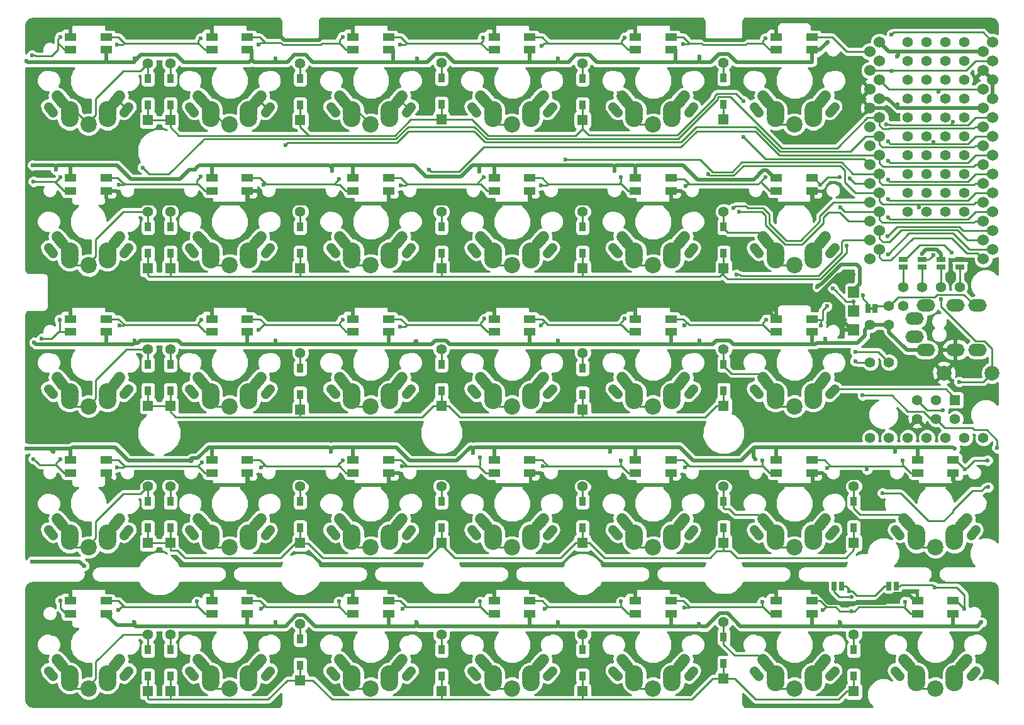
<source format=gbr>
G04 #@! TF.FileFunction,Copper,L1,Top,Signal*
%FSLAX46Y46*%
G04 Gerber Fmt 4.6, Leading zero omitted, Abs format (unit mm)*
G04 Created by KiCad (PCBNEW 4.0.1-stable) date 2018/01/08 13:19:10*
%MOMM*%
G01*
G04 APERTURE LIST*
%ADD10C,0.100000*%
%ADD11R,1.397000X1.397000*%
%ADD12C,1.397000*%
%ADD13R,1.600000X1.000000*%
%ADD14C,0.700000*%
%ADD15C,1.524000*%
%ADD16R,1.143000X0.635000*%
%ADD17R,0.950000X1.300000*%
%ADD18C,2.000000*%
%ADD19R,0.635000X1.143000*%
%ADD20O,2.500000X1.700000*%
%ADD21R,0.381000X0.381000*%
%ADD22R,1.524000X1.524000*%
%ADD23C,1.250000*%
%ADD24C,2.200000*%
%ADD25C,2.400000*%
%ADD26C,1.550000*%
%ADD27C,0.600000*%
%ADD28C,0.250000*%
%ADD29C,0.500000*%
%ADD30C,0.254000*%
G04 APERTURE END LIST*
D10*
D11*
X208650000Y-96070000D03*
D12*
X208650000Y-98610000D03*
X206110000Y-96070000D03*
X206110000Y-98610000D03*
X203570000Y-96070000D03*
X203570000Y-98610000D03*
D13*
X113400000Y-48875000D03*
X113400000Y-47125000D03*
X108600000Y-48875000D03*
X108600000Y-47125000D03*
X94400000Y-48875000D03*
X94400000Y-47125000D03*
X89600000Y-48875000D03*
X89600000Y-47125000D03*
D14*
X85200000Y-116600000D03*
X84400000Y-136600000D03*
X92000000Y-132400000D03*
X111000000Y-132400000D03*
X130000000Y-132400000D03*
X149000000Y-132400000D03*
X168000000Y-132400000D03*
X187000000Y-132400000D03*
X206000000Y-132400000D03*
X187000000Y-113400000D03*
X168000000Y-113400000D03*
X149000000Y-113400000D03*
X130000000Y-113400000D03*
X111000000Y-113400000D03*
X92000000Y-113400000D03*
X92000000Y-94400000D03*
X111000000Y-94400000D03*
X130000000Y-94400000D03*
X149000000Y-94400000D03*
X168000000Y-94600000D03*
X180600000Y-74400000D03*
X168000000Y-75600000D03*
X149000000Y-75600000D03*
X130000000Y-75600000D03*
X111000000Y-75600000D03*
X92000000Y-75600000D03*
X84400000Y-45400000D03*
X92000000Y-56600000D03*
X111000000Y-56400000D03*
X130000000Y-56400000D03*
X149000000Y-56400000D03*
X168000000Y-56400000D03*
X187000000Y-56400000D03*
X212900000Y-44900000D03*
D15*
X213730000Y-47810000D03*
X213730000Y-50350000D03*
X213730000Y-52890000D03*
X213730000Y-55430000D03*
X213730000Y-57970000D03*
X213730000Y-60510000D03*
X213730000Y-63050000D03*
X213730000Y-65590000D03*
X213730000Y-68130000D03*
X213730000Y-70670000D03*
X213730000Y-73210000D03*
X213730000Y-75750000D03*
X198490000Y-75750000D03*
X198490000Y-73210000D03*
X198490000Y-70670000D03*
X198490000Y-68130000D03*
X198490000Y-65590000D03*
X198490000Y-63050000D03*
X198490000Y-60510000D03*
X198490000Y-57970000D03*
X198490000Y-55430000D03*
X198490000Y-52890000D03*
X198490000Y-50350000D03*
X198490000Y-47810000D03*
D12*
X199760000Y-85910000D03*
X199760000Y-90990000D03*
X197220000Y-85910000D03*
X197220000Y-90990000D03*
X197220000Y-101150000D03*
X199760000Y-101150000D03*
X212460000Y-101150000D03*
X209920000Y-101150000D03*
X207380000Y-101150000D03*
X204840000Y-101150000D03*
X202300000Y-101150000D03*
X209285000Y-80830000D03*
X206745000Y-80830000D03*
X204205000Y-80830000D03*
X201665000Y-80830000D03*
X209920000Y-70670000D03*
X207380000Y-70670000D03*
X204840000Y-70670000D03*
X202300000Y-70670000D03*
X202300000Y-68130000D03*
X204840000Y-68130000D03*
X207380000Y-68130000D03*
X209920000Y-68130000D03*
X209920000Y-65590000D03*
X207380000Y-65590000D03*
X204840000Y-65590000D03*
X202300000Y-65590000D03*
X202300000Y-63050000D03*
X204840000Y-63050000D03*
X207380000Y-63050000D03*
X209920000Y-63050000D03*
X209920000Y-60510000D03*
X207380000Y-60510000D03*
X204840000Y-60510000D03*
X202300000Y-60510000D03*
X202300000Y-57970000D03*
X204840000Y-57970000D03*
X207380000Y-57970000D03*
X209920000Y-57970000D03*
X209920000Y-55430000D03*
X207380000Y-55430000D03*
X204840000Y-55430000D03*
X202300000Y-55430000D03*
X202300000Y-52890000D03*
X204840000Y-52890000D03*
X207380000Y-52890000D03*
X209920000Y-52890000D03*
X209920000Y-50350000D03*
X207380000Y-50350000D03*
X204840000Y-50350000D03*
X202300000Y-50350000D03*
X202300000Y-47810000D03*
X204840000Y-47810000D03*
X207380000Y-47810000D03*
X209920000Y-47810000D03*
D16*
X209285000Y-77154620D03*
X209285000Y-78155380D03*
X206745000Y-77154620D03*
X206745000Y-78155380D03*
X204205000Y-77154620D03*
X204205000Y-78155380D03*
X201665000Y-77154620D03*
X201665000Y-78155380D03*
D12*
X199760000Y-83370000D03*
X201665000Y-83370000D03*
D17*
X100000000Y-56275000D03*
D11*
X100000000Y-58310000D03*
D12*
X100000000Y-50690000D03*
D17*
X100000000Y-52725000D03*
X103000000Y-56275000D03*
D11*
X103000000Y-58310000D03*
D12*
X103000000Y-50690000D03*
D17*
X103000000Y-52725000D03*
X120500000Y-56275000D03*
D11*
X120500000Y-58310000D03*
D12*
X120500000Y-50690000D03*
D17*
X120500000Y-52725000D03*
X139500000Y-56175000D03*
D11*
X139500000Y-58210000D03*
D12*
X139500000Y-50590000D03*
D17*
X139500000Y-52625000D03*
X158500000Y-56275000D03*
D11*
X158500000Y-58310000D03*
D12*
X158500000Y-50690000D03*
D17*
X158500000Y-52725000D03*
X177500000Y-56175000D03*
D11*
X177500000Y-58210000D03*
D12*
X177500000Y-50590000D03*
D17*
X177500000Y-52625000D03*
X100000000Y-76275000D03*
D11*
X100000000Y-78310000D03*
D12*
X100000000Y-70690000D03*
D17*
X100000000Y-72725000D03*
X103000000Y-76275000D03*
D11*
X103000000Y-78310000D03*
D12*
X103000000Y-70690000D03*
D17*
X103000000Y-72725000D03*
X120500000Y-76275000D03*
D11*
X120500000Y-78310000D03*
D12*
X120500000Y-70690000D03*
D17*
X120500000Y-72725000D03*
X139500000Y-76275000D03*
D11*
X139500000Y-78310000D03*
D12*
X139500000Y-70690000D03*
D17*
X139500000Y-72725000D03*
X158500000Y-76275000D03*
D11*
X158500000Y-78310000D03*
D12*
X158500000Y-70690000D03*
D17*
X158500000Y-72725000D03*
X177500000Y-76275000D03*
D11*
X177500000Y-78310000D03*
D12*
X177500000Y-70690000D03*
D17*
X177500000Y-72725000D03*
X100000000Y-94775000D03*
D11*
X100000000Y-96810000D03*
D12*
X100000000Y-89190000D03*
D17*
X100000000Y-91225000D03*
X103000000Y-94775000D03*
D11*
X103000000Y-96810000D03*
D12*
X103000000Y-89190000D03*
D17*
X103000000Y-91225000D03*
X120500000Y-95275000D03*
D11*
X120500000Y-97310000D03*
D12*
X120500000Y-89690000D03*
D17*
X120500000Y-91725000D03*
X139500000Y-94775000D03*
D11*
X139500000Y-96810000D03*
D12*
X139500000Y-89190000D03*
D17*
X139500000Y-91225000D03*
X158500000Y-95275000D03*
D11*
X158500000Y-97310000D03*
D12*
X158500000Y-89690000D03*
D17*
X158500000Y-91725000D03*
X177500000Y-94775000D03*
D11*
X177500000Y-96810000D03*
D12*
X177500000Y-89190000D03*
D17*
X177500000Y-91225000D03*
X100000000Y-113275000D03*
D11*
X100000000Y-115310000D03*
D12*
X100000000Y-107690000D03*
D17*
X100000000Y-109725000D03*
X103000000Y-113275000D03*
D11*
X103000000Y-115310000D03*
D12*
X103000000Y-107690000D03*
D17*
X103000000Y-109725000D03*
X120500000Y-113275000D03*
D11*
X120500000Y-115310000D03*
D12*
X120500000Y-107690000D03*
D17*
X120500000Y-109725000D03*
X139500000Y-113275000D03*
D11*
X139500000Y-115310000D03*
D12*
X139500000Y-107690000D03*
D17*
X139500000Y-109725000D03*
X158500000Y-113275000D03*
D11*
X158500000Y-115310000D03*
D12*
X158500000Y-107690000D03*
D17*
X158500000Y-109725000D03*
X177500000Y-113275000D03*
D11*
X177500000Y-115310000D03*
D12*
X177500000Y-107690000D03*
D17*
X177500000Y-109725000D03*
X195000000Y-113275000D03*
D11*
X195000000Y-115310000D03*
D12*
X195000000Y-107690000D03*
D17*
X195000000Y-109725000D03*
X100000000Y-133275000D03*
D11*
X100000000Y-135310000D03*
D12*
X100000000Y-127690000D03*
D17*
X100000000Y-129725000D03*
X103000000Y-133275000D03*
D11*
X103000000Y-135310000D03*
D12*
X103000000Y-127690000D03*
D17*
X103000000Y-129725000D03*
X120500000Y-131775000D03*
D11*
X120500000Y-133810000D03*
D12*
X120500000Y-126190000D03*
D17*
X120500000Y-128225000D03*
X139500000Y-133275000D03*
D11*
X139500000Y-135310000D03*
D12*
X139500000Y-127690000D03*
D17*
X139500000Y-129725000D03*
X158500000Y-133275000D03*
D11*
X158500000Y-135310000D03*
D12*
X158500000Y-127690000D03*
D17*
X158500000Y-129725000D03*
X177500000Y-131550000D03*
D11*
X177500000Y-133585000D03*
D12*
X177500000Y-125965000D03*
D17*
X177500000Y-128000000D03*
X195000000Y-133275000D03*
D11*
X195000000Y-135310000D03*
D12*
X195000000Y-127690000D03*
D17*
X195000000Y-129725000D03*
D15*
X197220000Y-49080000D03*
X197220000Y-51620000D03*
X197220000Y-54160000D03*
X197220000Y-56700000D03*
X197220000Y-59240000D03*
X197220000Y-61780000D03*
X197220000Y-64320000D03*
X197220000Y-66860000D03*
X197220000Y-69400000D03*
X197220000Y-71940000D03*
X197220000Y-74480000D03*
X197220000Y-77020000D03*
X212460000Y-77020000D03*
X212460000Y-74480000D03*
X212460000Y-71940000D03*
X212460000Y-69400000D03*
X212460000Y-66860000D03*
X212460000Y-64320000D03*
X212460000Y-61780000D03*
X212460000Y-59240000D03*
X212460000Y-56700000D03*
X212460000Y-54160000D03*
X212460000Y-51620000D03*
X212460000Y-49080000D03*
D18*
X207150000Y-92400000D03*
X213650000Y-92400000D03*
D19*
X192399620Y-121100000D03*
X193400380Y-121100000D03*
X200700380Y-121100000D03*
X199699620Y-121100000D03*
D20*
X204700000Y-83330000D03*
X203200000Y-87530000D03*
X211700000Y-83330000D03*
X208700000Y-83330000D03*
X211700000Y-89280000D03*
X208700000Y-89280000D03*
X204700000Y-89280000D03*
X203200000Y-85080000D03*
D19*
X196899620Y-83700000D03*
X197900380Y-83700000D03*
D21*
X197400000Y-83700000D03*
D13*
X132400000Y-48875000D03*
X132400000Y-47125000D03*
X127600000Y-48875000D03*
X127600000Y-47125000D03*
X151400000Y-48875000D03*
X151400000Y-47125000D03*
X146600000Y-48875000D03*
X146600000Y-47125000D03*
X170400000Y-48875000D03*
X170400000Y-47125000D03*
X165600000Y-48875000D03*
X165600000Y-47125000D03*
X89600000Y-66125000D03*
X89600000Y-67875000D03*
X94400000Y-66125000D03*
X94400000Y-67875000D03*
X108600000Y-66125000D03*
X108600000Y-67875000D03*
X113400000Y-66125000D03*
X113400000Y-67875000D03*
X127600000Y-66125000D03*
X127600000Y-67875000D03*
X132400000Y-66125000D03*
X132400000Y-67875000D03*
X146600000Y-66125000D03*
X146600000Y-67875000D03*
X151400000Y-66125000D03*
X151400000Y-67875000D03*
X165600000Y-66125000D03*
X165600000Y-67875000D03*
X170400000Y-66125000D03*
X170400000Y-67875000D03*
X184600000Y-66125000D03*
X184600000Y-67875000D03*
X189400000Y-66125000D03*
X189400000Y-67875000D03*
X94400000Y-86875000D03*
X94400000Y-85125000D03*
X89600000Y-86875000D03*
X89600000Y-85125000D03*
X113400000Y-86875000D03*
X113400000Y-85125000D03*
X108600000Y-86875000D03*
X108600000Y-85125000D03*
X132400000Y-86875000D03*
X132400000Y-85125000D03*
X127600000Y-86875000D03*
X127600000Y-85125000D03*
X151400000Y-86875000D03*
X151400000Y-85125000D03*
X146600000Y-86875000D03*
X146600000Y-85125000D03*
X170400000Y-86875000D03*
X170400000Y-85125000D03*
X165600000Y-86875000D03*
X165600000Y-85125000D03*
X189400000Y-86875000D03*
X189400000Y-85125000D03*
X184600000Y-86875000D03*
X184600000Y-85125000D03*
X89600000Y-104125000D03*
X89600000Y-105875000D03*
X94400000Y-104125000D03*
X94400000Y-105875000D03*
X108600000Y-104125000D03*
X108600000Y-105875000D03*
X113400000Y-104125000D03*
X113400000Y-105875000D03*
X127600000Y-104125000D03*
X127600000Y-105875000D03*
X132400000Y-104125000D03*
X132400000Y-105875000D03*
X146600000Y-104125000D03*
X146600000Y-105875000D03*
X151400000Y-104125000D03*
X151400000Y-105875000D03*
X165600000Y-104125000D03*
X165600000Y-105875000D03*
X170400000Y-104125000D03*
X170400000Y-105875000D03*
X184600000Y-104125000D03*
X184600000Y-105875000D03*
X189400000Y-104125000D03*
X189400000Y-105875000D03*
X203600000Y-104125000D03*
X203600000Y-105875000D03*
X208400000Y-104125000D03*
X208400000Y-105875000D03*
X94400000Y-124875000D03*
X94400000Y-123125000D03*
X89600000Y-124875000D03*
X89600000Y-123125000D03*
X113400000Y-124875000D03*
X113400000Y-123125000D03*
X108600000Y-124875000D03*
X108600000Y-123125000D03*
X132400000Y-124875000D03*
X132400000Y-123125000D03*
X127600000Y-124875000D03*
X127600000Y-123125000D03*
X151400000Y-124875000D03*
X151400000Y-123125000D03*
X146600000Y-124875000D03*
X146600000Y-123125000D03*
X170400000Y-124875000D03*
X170400000Y-123125000D03*
X165600000Y-124875000D03*
X165600000Y-123125000D03*
X189400000Y-124875000D03*
X189400000Y-123125000D03*
X184600000Y-124875000D03*
X184600000Y-123125000D03*
X208400000Y-124875000D03*
X208400000Y-123125000D03*
X203600000Y-124875000D03*
X203600000Y-123125000D03*
X189400000Y-48875000D03*
X189400000Y-47125000D03*
X184600000Y-48875000D03*
X184600000Y-47125000D03*
D22*
X195000000Y-86580000D03*
X195000000Y-84040000D03*
X195000000Y-81500000D03*
D23*
X125205324Y-76263871D02*
X124594676Y-75536129D01*
X135405324Y-75536129D02*
X134794676Y-76263871D01*
D24*
X130000000Y-77900000D03*
D25*
X127460000Y-77080000D03*
D26*
X134211742Y-74061222D02*
X133408258Y-75018778D01*
D25*
X132540000Y-77080000D03*
D26*
X126591742Y-75018778D02*
X125788258Y-74061222D01*
D25*
X127460000Y-76500000D03*
X127460000Y-76000000D03*
X132540000Y-76000000D03*
X132540000Y-76500000D03*
D23*
X144205324Y-57263871D02*
X143594676Y-56536129D01*
X154405324Y-56536129D02*
X153794676Y-57263871D01*
D24*
X149000000Y-58900000D03*
D25*
X146460000Y-58080000D03*
D26*
X153211742Y-55061222D02*
X152408258Y-56018778D01*
D25*
X151540000Y-58080000D03*
D26*
X145591742Y-56018778D02*
X144788258Y-55061222D01*
D25*
X146460000Y-57500000D03*
X146460000Y-57000000D03*
X151540000Y-57000000D03*
X151540000Y-57500000D03*
D23*
X87205324Y-57263871D02*
X86594676Y-56536129D01*
X97405324Y-56536129D02*
X96794676Y-57263871D01*
D24*
X92000000Y-58900000D03*
D25*
X89460000Y-58080000D03*
D26*
X96211742Y-55061222D02*
X95408258Y-56018778D01*
D25*
X94540000Y-58080000D03*
D26*
X88591742Y-56018778D02*
X87788258Y-55061222D01*
D25*
X89460000Y-57500000D03*
X89460000Y-57000000D03*
X94540000Y-57000000D03*
X94540000Y-57500000D03*
D23*
X201205324Y-133263871D02*
X200594676Y-132536129D01*
X211405324Y-132536129D02*
X210794676Y-133263871D01*
D24*
X206000000Y-134900000D03*
D25*
X203460000Y-134080000D03*
D26*
X210211742Y-131061222D02*
X209408258Y-132018778D01*
D25*
X208540000Y-134080000D03*
D26*
X202591742Y-132018778D02*
X201788258Y-131061222D01*
D25*
X203460000Y-133500000D03*
X203460000Y-133000000D03*
X208540000Y-133000000D03*
X208540000Y-133500000D03*
D23*
X182205324Y-133263871D02*
X181594676Y-132536129D01*
X192405324Y-132536129D02*
X191794676Y-133263871D01*
D24*
X187000000Y-134900000D03*
D25*
X184460000Y-134080000D03*
D26*
X191211742Y-131061222D02*
X190408258Y-132018778D01*
D25*
X189540000Y-134080000D03*
D26*
X183591742Y-132018778D02*
X182788258Y-131061222D01*
D25*
X184460000Y-133500000D03*
X184460000Y-133000000D03*
X189540000Y-133000000D03*
X189540000Y-133500000D03*
D23*
X163205324Y-133263871D02*
X162594676Y-132536129D01*
X173405324Y-132536129D02*
X172794676Y-133263871D01*
D24*
X168000000Y-134900000D03*
D25*
X165460000Y-134080000D03*
D26*
X172211742Y-131061222D02*
X171408258Y-132018778D01*
D25*
X170540000Y-134080000D03*
D26*
X164591742Y-132018778D02*
X163788258Y-131061222D01*
D25*
X165460000Y-133500000D03*
X165460000Y-133000000D03*
X170540000Y-133000000D03*
X170540000Y-133500000D03*
D23*
X144205324Y-133263871D02*
X143594676Y-132536129D01*
X154405324Y-132536129D02*
X153794676Y-133263871D01*
D24*
X149000000Y-134900000D03*
D25*
X146460000Y-134080000D03*
D26*
X153211742Y-131061222D02*
X152408258Y-132018778D01*
D25*
X151540000Y-134080000D03*
D26*
X145591742Y-132018778D02*
X144788258Y-131061222D01*
D25*
X146460000Y-133500000D03*
X146460000Y-133000000D03*
X151540000Y-133000000D03*
X151540000Y-133500000D03*
D23*
X125205324Y-133263871D02*
X124594676Y-132536129D01*
X135405324Y-132536129D02*
X134794676Y-133263871D01*
D24*
X130000000Y-134900000D03*
D25*
X127460000Y-134080000D03*
D26*
X134211742Y-131061222D02*
X133408258Y-132018778D01*
D25*
X132540000Y-134080000D03*
D26*
X126591742Y-132018778D02*
X125788258Y-131061222D01*
D25*
X127460000Y-133500000D03*
X127460000Y-133000000D03*
X132540000Y-133000000D03*
X132540000Y-133500000D03*
D23*
X106205324Y-133263871D02*
X105594676Y-132536129D01*
X116405324Y-132536129D02*
X115794676Y-133263871D01*
D24*
X111000000Y-134900000D03*
D25*
X108460000Y-134080000D03*
D26*
X115211742Y-131061222D02*
X114408258Y-132018778D01*
D25*
X113540000Y-134080000D03*
D26*
X107591742Y-132018778D02*
X106788258Y-131061222D01*
D25*
X108460000Y-133500000D03*
X108460000Y-133000000D03*
X113540000Y-133000000D03*
X113540000Y-133500000D03*
D23*
X87205324Y-133263871D02*
X86594676Y-132536129D01*
X97405324Y-132536129D02*
X96794676Y-133263871D01*
D24*
X92000000Y-134900000D03*
D25*
X89460000Y-134080000D03*
D26*
X96211742Y-131061222D02*
X95408258Y-132018778D01*
D25*
X94540000Y-134080000D03*
D26*
X88591742Y-132018778D02*
X87788258Y-131061222D01*
D25*
X89460000Y-133500000D03*
X89460000Y-133000000D03*
X94540000Y-133000000D03*
X94540000Y-133500000D03*
D23*
X201205324Y-114263871D02*
X200594676Y-113536129D01*
X211405324Y-113536129D02*
X210794676Y-114263871D01*
D24*
X206000000Y-115900000D03*
D25*
X203460000Y-115080000D03*
D26*
X210211742Y-112061222D02*
X209408258Y-113018778D01*
D25*
X208540000Y-115080000D03*
D26*
X202591742Y-113018778D02*
X201788258Y-112061222D01*
D25*
X203460000Y-114500000D03*
X203460000Y-114000000D03*
X208540000Y-114000000D03*
X208540000Y-114500000D03*
D23*
X182205324Y-114263871D02*
X181594676Y-113536129D01*
X192405324Y-113536129D02*
X191794676Y-114263871D01*
D24*
X187000000Y-115900000D03*
D25*
X184460000Y-115080000D03*
D26*
X191211742Y-112061222D02*
X190408258Y-113018778D01*
D25*
X189540000Y-115080000D03*
D26*
X183591742Y-113018778D02*
X182788258Y-112061222D01*
D25*
X184460000Y-114500000D03*
X184460000Y-114000000D03*
X189540000Y-114000000D03*
X189540000Y-114500000D03*
D23*
X163205324Y-114263871D02*
X162594676Y-113536129D01*
X173405324Y-113536129D02*
X172794676Y-114263871D01*
D24*
X168000000Y-115900000D03*
D25*
X165460000Y-115080000D03*
D26*
X172211742Y-112061222D02*
X171408258Y-113018778D01*
D25*
X170540000Y-115080000D03*
D26*
X164591742Y-113018778D02*
X163788258Y-112061222D01*
D25*
X165460000Y-114500000D03*
X165460000Y-114000000D03*
X170540000Y-114000000D03*
X170540000Y-114500000D03*
D23*
X144205324Y-114263871D02*
X143594676Y-113536129D01*
X154405324Y-113536129D02*
X153794676Y-114263871D01*
D24*
X149000000Y-115900000D03*
D25*
X146460000Y-115080000D03*
D26*
X153211742Y-112061222D02*
X152408258Y-113018778D01*
D25*
X151540000Y-115080000D03*
D26*
X145591742Y-113018778D02*
X144788258Y-112061222D01*
D25*
X146460000Y-114500000D03*
X146460000Y-114000000D03*
X151540000Y-114000000D03*
X151540000Y-114500000D03*
D23*
X125205324Y-114263871D02*
X124594676Y-113536129D01*
X135405324Y-113536129D02*
X134794676Y-114263871D01*
D24*
X130000000Y-115900000D03*
D25*
X127460000Y-115080000D03*
D26*
X134211742Y-112061222D02*
X133408258Y-113018778D01*
D25*
X132540000Y-115080000D03*
D26*
X126591742Y-113018778D02*
X125788258Y-112061222D01*
D25*
X127460000Y-114500000D03*
X127460000Y-114000000D03*
X132540000Y-114000000D03*
X132540000Y-114500000D03*
D23*
X106205324Y-114263871D02*
X105594676Y-113536129D01*
X116405324Y-113536129D02*
X115794676Y-114263871D01*
D24*
X111000000Y-115900000D03*
D25*
X108460000Y-115080000D03*
D26*
X115211742Y-112061222D02*
X114408258Y-113018778D01*
D25*
X113540000Y-115080000D03*
D26*
X107591742Y-113018778D02*
X106788258Y-112061222D01*
D25*
X108460000Y-114500000D03*
X108460000Y-114000000D03*
X113540000Y-114000000D03*
X113540000Y-114500000D03*
D23*
X87205324Y-114263871D02*
X86594676Y-113536129D01*
X97405324Y-113536129D02*
X96794676Y-114263871D01*
D24*
X92000000Y-115900000D03*
D25*
X89460000Y-115080000D03*
D26*
X96211742Y-112061222D02*
X95408258Y-113018778D01*
D25*
X94540000Y-115080000D03*
D26*
X88591742Y-113018778D02*
X87788258Y-112061222D01*
D25*
X89460000Y-114500000D03*
X89460000Y-114000000D03*
X94540000Y-114000000D03*
X94540000Y-114500000D03*
D23*
X182205324Y-95263871D02*
X181594676Y-94536129D01*
X192405324Y-94536129D02*
X191794676Y-95263871D01*
D24*
X187000000Y-96900000D03*
D25*
X184460000Y-96080000D03*
D26*
X191211742Y-93061222D02*
X190408258Y-94018778D01*
D25*
X189540000Y-96080000D03*
D26*
X183591742Y-94018778D02*
X182788258Y-93061222D01*
D25*
X184460000Y-95500000D03*
X184460000Y-95000000D03*
X189540000Y-95000000D03*
X189540000Y-95500000D03*
D23*
X163205324Y-95263871D02*
X162594676Y-94536129D01*
X173405324Y-94536129D02*
X172794676Y-95263871D01*
D24*
X168000000Y-96900000D03*
D25*
X165460000Y-96080000D03*
D26*
X172211742Y-93061222D02*
X171408258Y-94018778D01*
D25*
X170540000Y-96080000D03*
D26*
X164591742Y-94018778D02*
X163788258Y-93061222D01*
D25*
X165460000Y-95500000D03*
X165460000Y-95000000D03*
X170540000Y-95000000D03*
X170540000Y-95500000D03*
D23*
X144205324Y-95263871D02*
X143594676Y-94536129D01*
X154405324Y-94536129D02*
X153794676Y-95263871D01*
D24*
X149000000Y-96900000D03*
D25*
X146460000Y-96080000D03*
D26*
X153211742Y-93061222D02*
X152408258Y-94018778D01*
D25*
X151540000Y-96080000D03*
D26*
X145591742Y-94018778D02*
X144788258Y-93061222D01*
D25*
X146460000Y-95500000D03*
X146460000Y-95000000D03*
X151540000Y-95000000D03*
X151540000Y-95500000D03*
D23*
X125205324Y-95263871D02*
X124594676Y-94536129D01*
X135405324Y-94536129D02*
X134794676Y-95263871D01*
D24*
X130000000Y-96900000D03*
D25*
X127460000Y-96080000D03*
D26*
X134211742Y-93061222D02*
X133408258Y-94018778D01*
D25*
X132540000Y-96080000D03*
D26*
X126591742Y-94018778D02*
X125788258Y-93061222D01*
D25*
X127460000Y-95500000D03*
X127460000Y-95000000D03*
X132540000Y-95000000D03*
X132540000Y-95500000D03*
D23*
X106205324Y-95263871D02*
X105594676Y-94536129D01*
X116405324Y-94536129D02*
X115794676Y-95263871D01*
D24*
X111000000Y-96900000D03*
D25*
X108460000Y-96080000D03*
D26*
X115211742Y-93061222D02*
X114408258Y-94018778D01*
D25*
X113540000Y-96080000D03*
D26*
X107591742Y-94018778D02*
X106788258Y-93061222D01*
D25*
X108460000Y-95500000D03*
X108460000Y-95000000D03*
X113540000Y-95000000D03*
X113540000Y-95500000D03*
D23*
X87205324Y-95263871D02*
X86594676Y-94536129D01*
X97405324Y-94536129D02*
X96794676Y-95263871D01*
D24*
X92000000Y-96900000D03*
D25*
X89460000Y-96080000D03*
D26*
X96211742Y-93061222D02*
X95408258Y-94018778D01*
D25*
X94540000Y-96080000D03*
D26*
X88591742Y-94018778D02*
X87788258Y-93061222D01*
D25*
X89460000Y-95500000D03*
X89460000Y-95000000D03*
X94540000Y-95000000D03*
X94540000Y-95500000D03*
D23*
X182205324Y-76263871D02*
X181594676Y-75536129D01*
X192405324Y-75536129D02*
X191794676Y-76263871D01*
D24*
X187000000Y-77900000D03*
D25*
X184460000Y-77080000D03*
D26*
X191211742Y-74061222D02*
X190408258Y-75018778D01*
D25*
X189540000Y-77080000D03*
D26*
X183591742Y-75018778D02*
X182788258Y-74061222D01*
D25*
X184460000Y-76500000D03*
X184460000Y-76000000D03*
X189540000Y-76000000D03*
X189540000Y-76500000D03*
D23*
X163205324Y-76263871D02*
X162594676Y-75536129D01*
X173405324Y-75536129D02*
X172794676Y-76263871D01*
D24*
X168000000Y-77900000D03*
D25*
X165460000Y-77080000D03*
D26*
X172211742Y-74061222D02*
X171408258Y-75018778D01*
D25*
X170540000Y-77080000D03*
D26*
X164591742Y-75018778D02*
X163788258Y-74061222D01*
D25*
X165460000Y-76500000D03*
X165460000Y-76000000D03*
X170540000Y-76000000D03*
X170540000Y-76500000D03*
D23*
X144205324Y-76263871D02*
X143594676Y-75536129D01*
X154405324Y-75536129D02*
X153794676Y-76263871D01*
D24*
X149000000Y-77900000D03*
D25*
X146460000Y-77080000D03*
D26*
X153211742Y-74061222D02*
X152408258Y-75018778D01*
D25*
X151540000Y-77080000D03*
D26*
X145591742Y-75018778D02*
X144788258Y-74061222D01*
D25*
X146460000Y-76500000D03*
X146460000Y-76000000D03*
X151540000Y-76000000D03*
X151540000Y-76500000D03*
D23*
X106205324Y-76263871D02*
X105594676Y-75536129D01*
X116405324Y-75536129D02*
X115794676Y-76263871D01*
D24*
X111000000Y-77900000D03*
D25*
X108460000Y-77080000D03*
D26*
X115211742Y-74061222D02*
X114408258Y-75018778D01*
D25*
X113540000Y-77080000D03*
D26*
X107591742Y-75018778D02*
X106788258Y-74061222D01*
D25*
X108460000Y-76500000D03*
X108460000Y-76000000D03*
X113540000Y-76000000D03*
X113540000Y-76500000D03*
D23*
X87205324Y-76263871D02*
X86594676Y-75536129D01*
X97405324Y-75536129D02*
X96794676Y-76263871D01*
D24*
X92000000Y-77900000D03*
D25*
X89460000Y-77080000D03*
D26*
X96211742Y-74061222D02*
X95408258Y-75018778D01*
D25*
X94540000Y-77080000D03*
D26*
X88591742Y-75018778D02*
X87788258Y-74061222D01*
D25*
X89460000Y-76500000D03*
X89460000Y-76000000D03*
X94540000Y-76000000D03*
X94540000Y-76500000D03*
D23*
X163205324Y-57263871D02*
X162594676Y-56536129D01*
X173405324Y-56536129D02*
X172794676Y-57263871D01*
D24*
X168000000Y-58900000D03*
D25*
X165460000Y-58080000D03*
D26*
X172211742Y-55061222D02*
X171408258Y-56018778D01*
D25*
X170540000Y-58080000D03*
D26*
X164591742Y-56018778D02*
X163788258Y-55061222D01*
D25*
X165460000Y-57500000D03*
X165460000Y-57000000D03*
X170540000Y-57000000D03*
X170540000Y-57500000D03*
D23*
X125205324Y-57263871D02*
X124594676Y-56536129D01*
X135405324Y-56536129D02*
X134794676Y-57263871D01*
D24*
X130000000Y-58900000D03*
D25*
X127460000Y-58080000D03*
D26*
X134211742Y-55061222D02*
X133408258Y-56018778D01*
D25*
X132540000Y-58080000D03*
D26*
X126591742Y-56018778D02*
X125788258Y-55061222D01*
D25*
X127460000Y-57500000D03*
X127460000Y-57000000D03*
X132540000Y-57000000D03*
X132540000Y-57500000D03*
D23*
X106205324Y-57263871D02*
X105594676Y-56536129D01*
X116405324Y-56536129D02*
X115794676Y-57263871D01*
D24*
X111000000Y-58900000D03*
D25*
X108460000Y-58080000D03*
D26*
X115211742Y-55061222D02*
X114408258Y-56018778D01*
D25*
X113540000Y-58080000D03*
D26*
X107591742Y-56018778D02*
X106788258Y-55061222D01*
D25*
X108460000Y-57500000D03*
X108460000Y-57000000D03*
X113540000Y-57000000D03*
X113540000Y-57500000D03*
D23*
X182205324Y-57263871D02*
X181594676Y-56536129D01*
X192405324Y-56536129D02*
X191794676Y-57263871D01*
D24*
X187000000Y-58900000D03*
D25*
X184460000Y-58080000D03*
D26*
X191211742Y-55061222D02*
X190408258Y-56018778D01*
D25*
X189540000Y-58080000D03*
D26*
X183591742Y-56018778D02*
X182788258Y-55061222D01*
D25*
X184460000Y-57500000D03*
X184460000Y-57000000D03*
X189540000Y-57000000D03*
X189540000Y-57500000D03*
D27*
X180200000Y-55800004D03*
X180200000Y-60600000D03*
X199600000Y-63800000D03*
X194025020Y-75248136D03*
X194500000Y-66200000D03*
X199600000Y-66400000D03*
X178800000Y-70199996D03*
X199600000Y-69000000D03*
X179577520Y-70688366D03*
X199600000Y-71400000D03*
X195200000Y-90800000D03*
X208200000Y-76200000D03*
X208400002Y-58599998D03*
X199374980Y-58912308D03*
X191200000Y-87800000D03*
X204200000Y-76337072D03*
X181800000Y-104000000D03*
X105808028Y-104286864D03*
X87300000Y-103000000D03*
X106300000Y-64999994D03*
X144600000Y-65299984D03*
X182300000Y-65600000D03*
X83674980Y-102600000D03*
X83674980Y-50400000D03*
X84500000Y-64400000D03*
X84700000Y-88300000D03*
X136100000Y-88100000D03*
X190100000Y-80800000D03*
X200902032Y-56190528D03*
X200800000Y-49800000D03*
X208600000Y-102600000D03*
X191505000Y-47810000D03*
X91400000Y-118400000D03*
X84400000Y-117800000D03*
X193149981Y-126000000D03*
X174157105Y-126241956D03*
X155149981Y-88000000D03*
X155149981Y-126000000D03*
X136149981Y-126000000D03*
X117149981Y-126000000D03*
X117149981Y-88000000D03*
X98148639Y-126000000D03*
X212200000Y-126000000D03*
X124600000Y-103000000D03*
X143800000Y-103200000D03*
X162200000Y-103000000D03*
X200600000Y-103000000D03*
X98200000Y-50000000D03*
X117200000Y-50000000D03*
X136200000Y-50000000D03*
X155200000Y-50000000D03*
X174200000Y-49800000D03*
X174200000Y-88000000D03*
X98200000Y-88000000D03*
X162800000Y-65200000D03*
X124800000Y-65200000D03*
X87600000Y-65000000D03*
X98149981Y-106929235D03*
X201000000Y-123200000D03*
X194969656Y-79150020D03*
X88300000Y-121400000D03*
X117100000Y-106900000D03*
X88600000Y-83600000D03*
X106800000Y-84300000D03*
X125400000Y-84400000D03*
X144500000Y-84000000D03*
X163300000Y-84400000D03*
X182400000Y-84300000D03*
X191100000Y-69000002D03*
X210700000Y-77100000D03*
X174174980Y-107000000D03*
X200800000Y-57800000D03*
X193149981Y-107000000D03*
X155149981Y-107000000D03*
X155149981Y-69000000D03*
X136149981Y-107000000D03*
X136149981Y-69200000D03*
X117149981Y-69000000D03*
X98119992Y-69000000D03*
X181600000Y-122200000D03*
X124800012Y-122000000D03*
X143800014Y-122000000D03*
X162800000Y-121800000D03*
X105800000Y-122000000D03*
X212200000Y-107000000D03*
X105000000Y-46200000D03*
X124400000Y-46200000D03*
X143200000Y-46000000D03*
X162600000Y-46200000D03*
X181600000Y-46200000D03*
X87200000Y-45600000D03*
X174200000Y-69000000D03*
X192200000Y-81000010D03*
X195000000Y-82800000D03*
X200100000Y-46800000D03*
X156200000Y-63649980D03*
X137800000Y-65000002D03*
X175400000Y-65624990D03*
X203789001Y-70093972D03*
X209200000Y-93600000D03*
X206999996Y-97400000D03*
X206774376Y-82478529D03*
X206400000Y-54500000D03*
X99271650Y-64728350D03*
X118500000Y-61700000D03*
X193215325Y-70108573D03*
X205724736Y-76529920D03*
X195225020Y-89543269D03*
X205731493Y-61311043D03*
X199600000Y-61200000D03*
X179225020Y-79149992D03*
X199592908Y-73959221D03*
X196199994Y-95400000D03*
X214300000Y-102500000D03*
X88250020Y-66000000D03*
X88200000Y-47100000D03*
X84600000Y-66600000D03*
X84400000Y-49600000D03*
X95800000Y-48200004D03*
X107100000Y-47300000D03*
X114900000Y-48200000D03*
X126200000Y-47100000D03*
X145100000Y-47200002D03*
X133900000Y-48200000D03*
X164200000Y-47200000D03*
X153000000Y-48300000D03*
X183100000Y-47300000D03*
X172000000Y-48100000D03*
X107112155Y-65914586D03*
X96130729Y-67000006D03*
X125699988Y-66253311D03*
X115600000Y-67000000D03*
X134000000Y-67100000D03*
X145200000Y-66000000D03*
X152900000Y-67100000D03*
X163699988Y-66039315D03*
X183100000Y-66000000D03*
X172400000Y-67200000D03*
X191400000Y-83400000D03*
X190573969Y-85979341D03*
X193099998Y-66000000D03*
X190530735Y-67000009D03*
X88214586Y-104012155D03*
X85700000Y-87799979D03*
X88100000Y-85200000D03*
X84600000Y-104000000D03*
X107200000Y-85200000D03*
X96200000Y-86000000D03*
X114900000Y-86600000D03*
X126200000Y-85200000D03*
X133900000Y-86200012D03*
X145292844Y-85107156D03*
X152900000Y-86000000D03*
X164200000Y-85100000D03*
X183200000Y-85200000D03*
X172200000Y-86000000D03*
X107240563Y-104420125D03*
X95800000Y-105100000D03*
X126200000Y-104200000D03*
X115258080Y-105174590D03*
X134200000Y-105000000D03*
X144699988Y-103814322D03*
X153200000Y-105000000D03*
X163699998Y-104200000D03*
X182721162Y-104193954D03*
X172258080Y-105174590D03*
X88200000Y-123100000D03*
X96000000Y-124399994D03*
X106600000Y-123200000D03*
X125699998Y-123200000D03*
X115258080Y-124174590D03*
X144699998Y-123200000D03*
X134258080Y-124174590D03*
X163699998Y-123200000D03*
X153400000Y-124200000D03*
X182699988Y-123260738D03*
X172200000Y-124000000D03*
X196262026Y-81975736D03*
X200128241Y-51673792D03*
X194700000Y-122600000D03*
X194700000Y-124500000D03*
X201889528Y-123229089D03*
X190800000Y-124400000D03*
X194400000Y-121800000D03*
X196800000Y-105400000D03*
X191400000Y-105200000D03*
X201600000Y-104200000D03*
X209900001Y-124200000D03*
X205900000Y-121300012D03*
X209999988Y-105400000D03*
X198900000Y-108600000D03*
X213100000Y-107800000D03*
X213000000Y-104200000D03*
X199600000Y-76400000D03*
D28*
X176578599Y-54749988D02*
X179149984Y-54749988D01*
X176249988Y-55350012D02*
X176249988Y-55078599D01*
X158500000Y-59500000D02*
X159325001Y-60325001D01*
X179149984Y-54749988D02*
X179900001Y-55500005D01*
X176249988Y-55078599D02*
X176578599Y-54749988D01*
X171274999Y-60325001D02*
X176249988Y-55350012D01*
X159325001Y-60325001D02*
X171274999Y-60325001D01*
X179900001Y-55500005D02*
X180200000Y-55800004D01*
X177500000Y-56175000D02*
X177500000Y-58210000D01*
X158500000Y-58310000D02*
X158500000Y-59500000D01*
X158500000Y-56275000D02*
X158500000Y-58310000D01*
X139500000Y-58210000D02*
X143582820Y-58210000D01*
X143582820Y-58210000D02*
X145772798Y-60399978D01*
X145772798Y-60399978D02*
X157600022Y-60399978D01*
X157600022Y-60399978D02*
X158500000Y-59500000D01*
X139500000Y-56175000D02*
X139500000Y-58210000D01*
X120500000Y-60400000D02*
X121800000Y-60400000D01*
X121800000Y-60400000D02*
X133227179Y-60400000D01*
X120500000Y-58310000D02*
X120500000Y-59258500D01*
X120500000Y-59258500D02*
X121641500Y-60400000D01*
X121641500Y-60400000D02*
X121800000Y-60400000D01*
X120500000Y-56275000D02*
X120500000Y-58310000D01*
X103000000Y-58310000D02*
X103000000Y-56275000D01*
X100000000Y-58310000D02*
X100000000Y-56275000D01*
X103000000Y-58310000D02*
X100000000Y-58310000D01*
X120500000Y-60400000D02*
X104141500Y-60400000D01*
X104141500Y-60400000D02*
X103000000Y-59258500D01*
X103000000Y-59258500D02*
X103000000Y-58310000D01*
X133227179Y-60400000D02*
X135227178Y-58400000D01*
X135227178Y-58400000D02*
X135417178Y-58210000D01*
X135417178Y-58210000D02*
X139500000Y-58210000D01*
X183600000Y-63558001D02*
X183158001Y-63558001D01*
X183158001Y-63558001D02*
X180200000Y-60600000D01*
X196458001Y-63558001D02*
X183600000Y-63558001D01*
X197220000Y-64320000D02*
X196458001Y-63558001D01*
X210411281Y-64073501D02*
X199873501Y-64073501D01*
X213730000Y-63050000D02*
X211434782Y-63050000D01*
X211434782Y-63050000D02*
X210411281Y-64073501D01*
X199873501Y-64073501D02*
X199600000Y-63800000D01*
X100000000Y-52725000D02*
X100000000Y-50690000D01*
X96650998Y-51690000D02*
X99000000Y-51690000D01*
X99000000Y-51690000D02*
X100000000Y-50690000D01*
X92940998Y-55400000D02*
X96650998Y-51690000D01*
X92000000Y-58600000D02*
X92940998Y-57659002D01*
X92940998Y-57659002D02*
X92940998Y-55400000D01*
X92000000Y-58900000D02*
X92000000Y-58600000D01*
X92000000Y-58900000D02*
X90100000Y-57000000D01*
X90100000Y-57000000D02*
X89460000Y-57000000D01*
X88190000Y-55540000D02*
X88190000Y-55730000D01*
X88190000Y-55730000D02*
X89460000Y-57000000D01*
X103000000Y-50690000D02*
X103000000Y-52725000D01*
X108460000Y-57000000D02*
X110360000Y-58900000D01*
X110360000Y-58900000D02*
X111000000Y-58900000D01*
X107190000Y-55540000D02*
X107190000Y-55730000D01*
X107190000Y-55730000D02*
X108460000Y-57000000D01*
X120500000Y-50690000D02*
X120500000Y-52725000D01*
X127460000Y-57000000D02*
X127460000Y-56810000D01*
X127460000Y-56810000D02*
X126190000Y-55540000D01*
X130000000Y-58900000D02*
X128100000Y-57000000D01*
X128100000Y-57000000D02*
X127460000Y-57000000D01*
X139500000Y-52625000D02*
X139500000Y-50590000D01*
X149000000Y-58900000D02*
X147280000Y-58900000D01*
X147280000Y-58900000D02*
X146460000Y-58080000D01*
X158500000Y-50690000D02*
X158500000Y-52725000D01*
X168000000Y-58900000D02*
X166280000Y-58900000D01*
X166280000Y-58900000D02*
X165460000Y-58080000D01*
X163133107Y-54483107D02*
X164190000Y-55540000D01*
X177500000Y-50590000D02*
X177500000Y-52625000D01*
X187000000Y-58900000D02*
X185280000Y-58900000D01*
X185280000Y-58900000D02*
X184460000Y-58080000D01*
X177500000Y-79258500D02*
X178016512Y-79775012D01*
X190461399Y-79775012D02*
X194025020Y-76211391D01*
X194025020Y-76211391D02*
X194025020Y-75672400D01*
X177500000Y-78310000D02*
X177500000Y-79258500D01*
X178016512Y-79775012D02*
X190461399Y-79775012D01*
X194025020Y-75672400D02*
X194025020Y-75248136D01*
X158800000Y-79400000D02*
X158400000Y-79400000D01*
X139600000Y-79400000D02*
X139400000Y-79400000D01*
X139400000Y-79400000D02*
X120000000Y-79400000D01*
X120000000Y-79400000D02*
X103000000Y-79400000D01*
X120400000Y-79400000D02*
X120000000Y-79400000D01*
X139500000Y-78310000D02*
X139500000Y-79300000D01*
X139500000Y-79300000D02*
X139400000Y-79400000D01*
X158500000Y-78310000D02*
X158500000Y-79300000D01*
X158500000Y-79300000D02*
X158400000Y-79400000D01*
X158400000Y-79400000D02*
X139600000Y-79400000D01*
X158800000Y-79400000D02*
X176961500Y-79400000D01*
X176961500Y-79400000D02*
X178051500Y-78310000D01*
X120500000Y-78310000D02*
X120500000Y-79300000D01*
X120500000Y-79300000D02*
X120400000Y-79400000D01*
X103000000Y-78310000D02*
X103000000Y-79400000D01*
X100000000Y-78310000D02*
X100000000Y-79258500D01*
X100000000Y-79258500D02*
X100141500Y-79400000D01*
X100141500Y-79400000D02*
X103000000Y-79400000D01*
X194799999Y-66499999D02*
X194500000Y-66200000D01*
X197220000Y-66860000D02*
X195160000Y-66860000D01*
X195160000Y-66860000D02*
X194799999Y-66499999D01*
X211434782Y-65590000D02*
X210411281Y-66613501D01*
X213730000Y-65590000D02*
X211434782Y-65590000D01*
X210411281Y-66613501D02*
X199813501Y-66613501D01*
X199813501Y-66613501D02*
X199600000Y-66400000D01*
X177500000Y-76275000D02*
X177500000Y-78310000D01*
X158500000Y-76275000D02*
X158500000Y-78310000D01*
X139500000Y-76275000D02*
X139500000Y-78310000D01*
X120500000Y-76275000D02*
X120500000Y-78310000D01*
X100000000Y-76275000D02*
X100000000Y-78310000D01*
X103000000Y-76275000D02*
X103000000Y-78310000D01*
X96650998Y-70690000D02*
X92940998Y-74400000D01*
X92000000Y-77600000D02*
X92940998Y-76659002D01*
X92940998Y-76659002D02*
X92940998Y-74400000D01*
X92000000Y-77900000D02*
X92000000Y-77600000D01*
X92000000Y-77900000D02*
X90280000Y-77900000D01*
X90280000Y-77900000D02*
X89460000Y-77080000D01*
X100000000Y-70690000D02*
X96650998Y-70690000D01*
X100000000Y-72725000D02*
X100000000Y-70690000D01*
X111000000Y-77900000D02*
X109280000Y-77900000D01*
X109280000Y-77900000D02*
X108460000Y-77080000D01*
X103000000Y-72725000D02*
X103000000Y-72900000D01*
X103000000Y-72725000D02*
X103000000Y-70690000D01*
X120500000Y-72725000D02*
X120500000Y-70690000D01*
X130000000Y-77900000D02*
X128280000Y-77900000D01*
X128280000Y-77900000D02*
X127460000Y-77080000D01*
X139500000Y-72725000D02*
X139500000Y-70690000D01*
X149000000Y-77900000D02*
X147280000Y-77900000D01*
X147280000Y-77900000D02*
X146460000Y-77080000D01*
X158500000Y-72725000D02*
X158500000Y-70690000D01*
X168000000Y-77900000D02*
X166280000Y-77900000D01*
X166280000Y-77900000D02*
X165460000Y-77080000D01*
X177500000Y-72725000D02*
X177500000Y-72900000D01*
X178083107Y-73483107D02*
X182133107Y-73483107D01*
X177500000Y-72900000D02*
X178083107Y-73483107D01*
X182133107Y-73483107D02*
X183190000Y-74540000D01*
X177500000Y-72725000D02*
X177500000Y-70690000D01*
X187000000Y-77900000D02*
X185280000Y-77900000D01*
X185280000Y-77900000D02*
X184460000Y-77080000D01*
X103000000Y-96810000D02*
X103000000Y-97600000D01*
X103000000Y-97600000D02*
X103725001Y-98325001D01*
X103725001Y-98325001D02*
X105725001Y-98325001D01*
X105725001Y-98325001D02*
X120500000Y-98325001D01*
X158500000Y-98325001D02*
X175036499Y-98325001D01*
X175036499Y-98325001D02*
X176551500Y-96810000D01*
X176551500Y-96810000D02*
X177500000Y-96810000D01*
X177500000Y-94775000D02*
X177500000Y-96810000D01*
X120500000Y-98325001D02*
X136874999Y-98325001D01*
X136874999Y-98325001D02*
X138400000Y-96800000D01*
X138400000Y-96800000D02*
X139400000Y-96800000D01*
X139400000Y-96800000D02*
X139410000Y-96810000D01*
X139410000Y-96810000D02*
X139500000Y-96810000D01*
X139500000Y-94775000D02*
X139500000Y-96810000D01*
X142200000Y-98325001D02*
X158500000Y-98325001D01*
X139500000Y-96810000D02*
X140448500Y-96810000D01*
X140448500Y-96810000D02*
X141963501Y-98325001D01*
X141963501Y-98325001D02*
X142200000Y-98325001D01*
X103000000Y-96810000D02*
X100000000Y-96810000D01*
X103000000Y-94775000D02*
X103000000Y-96810000D01*
X100000000Y-94775000D02*
X100000000Y-96810000D01*
X183600000Y-72246588D02*
X183600000Y-70999999D01*
X197220000Y-69400000D02*
X192304587Y-69400000D01*
X183600000Y-70999999D02*
X182775012Y-70175011D01*
X182775012Y-70175011D02*
X180761823Y-70175011D01*
X190454988Y-71249599D02*
X190454988Y-71986014D01*
X180486809Y-69899997D02*
X179099999Y-69899997D01*
X190454988Y-71986014D02*
X187841002Y-74600000D01*
X187841002Y-74600000D02*
X185953412Y-74600000D01*
X192304587Y-69400000D02*
X190454988Y-71249599D01*
X185953412Y-74600000D02*
X183600000Y-72246588D01*
X180761823Y-70175011D02*
X180486809Y-69899997D01*
X179099999Y-69899997D02*
X178800000Y-70199996D01*
X213730000Y-68130000D02*
X211434782Y-68130000D01*
X211434782Y-68130000D02*
X210411281Y-69153501D01*
X210411281Y-69153501D02*
X199753501Y-69153501D01*
X199753501Y-69153501D02*
X199600000Y-69000000D01*
X120500000Y-97310000D02*
X120500000Y-98325001D01*
X120500000Y-95275000D02*
X120500000Y-97310000D01*
X158500000Y-97310000D02*
X158500000Y-98325001D01*
X158500000Y-95275000D02*
X158500000Y-97310000D01*
X100000000Y-89190000D02*
X97150998Y-89190000D01*
X97150998Y-89190000D02*
X93000000Y-93340998D01*
X93000000Y-93340998D02*
X93000000Y-95800000D01*
X93000000Y-95800000D02*
X92000000Y-96800000D01*
X92000000Y-96800000D02*
X92000000Y-96900000D01*
X100000000Y-91225000D02*
X100000000Y-89190000D01*
X92000000Y-96900000D02*
X90280000Y-96900000D01*
X90280000Y-96900000D02*
X89460000Y-96080000D01*
X103000000Y-91225000D02*
X103000000Y-89190000D01*
X111000000Y-96900000D02*
X109280000Y-96900000D01*
X109280000Y-96900000D02*
X108460000Y-96080000D01*
X120500000Y-91725000D02*
X120500000Y-89690000D01*
X130000000Y-96900000D02*
X128280000Y-96900000D01*
X128280000Y-96900000D02*
X127460000Y-96080000D01*
X139500000Y-91225000D02*
X139500000Y-89190000D01*
X149000000Y-96900000D02*
X147280000Y-96900000D01*
X147280000Y-96900000D02*
X146460000Y-96080000D01*
X158500000Y-91725000D02*
X158500000Y-89690000D01*
X168000000Y-96900000D02*
X166280000Y-96900000D01*
X166280000Y-96900000D02*
X165460000Y-96080000D01*
X177500000Y-91225000D02*
X177500000Y-91400000D01*
X177500000Y-91400000D02*
X178583107Y-92483107D01*
X178583107Y-92483107D02*
X182133107Y-92483107D01*
X182133107Y-92483107D02*
X183190000Y-93540000D01*
X177500000Y-89190000D02*
X177500000Y-91225000D01*
X187000000Y-96900000D02*
X185280000Y-96900000D01*
X185280000Y-96900000D02*
X184460000Y-96080000D01*
X177500000Y-116258500D02*
X177641500Y-116400000D01*
X178400000Y-116400000D02*
X179325001Y-117325001D01*
X179325001Y-117325001D02*
X193933499Y-117325001D01*
X177641500Y-116400000D02*
X178400000Y-116400000D01*
X195000000Y-116258500D02*
X195000000Y-115310000D01*
X193933499Y-117325001D02*
X195000000Y-116258500D01*
X195000000Y-113275000D02*
X195000000Y-115310000D01*
X177500000Y-115310000D02*
X177500000Y-113275000D01*
X177500000Y-116258500D02*
X177500000Y-115310000D01*
X158500000Y-115310000D02*
X159448500Y-115310000D01*
X177358500Y-116400000D02*
X177500000Y-116258500D01*
X159448500Y-115310000D02*
X161463501Y-117325001D01*
X161463501Y-117325001D02*
X175640013Y-117325001D01*
X175640013Y-117325001D02*
X176565014Y-116400000D01*
X176565014Y-116400000D02*
X177358500Y-116400000D01*
X141325001Y-117325001D02*
X155400000Y-117325001D01*
X158500000Y-115310000D02*
X157551500Y-115310000D01*
X157551500Y-115310000D02*
X155536499Y-117325001D01*
X155536499Y-117325001D02*
X155400000Y-117325001D01*
X158500000Y-113275000D02*
X158500000Y-115310000D01*
X120500000Y-113275000D02*
X120500000Y-115310000D01*
X120500000Y-115310000D02*
X120410000Y-115400000D01*
X120410000Y-115400000D02*
X121600000Y-115400000D01*
X121600000Y-115400000D02*
X123525001Y-117325001D01*
X123525001Y-117325001D02*
X137674999Y-117325001D01*
X137674999Y-117325001D02*
X139600000Y-115400000D01*
X139600000Y-115400000D02*
X139510000Y-115310000D01*
X139510000Y-115310000D02*
X139500000Y-115310000D01*
X120500000Y-115310000D02*
X119890000Y-115310000D01*
X119890000Y-115310000D02*
X117874999Y-117325001D01*
X103948500Y-116310000D02*
X103051500Y-116310000D01*
X117874999Y-117325001D02*
X104963501Y-117325001D01*
X104963501Y-117325001D02*
X103948500Y-116310000D01*
X103051500Y-116310000D02*
X103000000Y-116258500D01*
X103000000Y-116258500D02*
X103000000Y-115310000D01*
X139500000Y-115310000D02*
X139600000Y-115410000D01*
X139600000Y-115410000D02*
X139600000Y-115600000D01*
X139600000Y-115600000D02*
X141325001Y-117325001D01*
X139500000Y-113275000D02*
X139500000Y-115310000D01*
X103000000Y-115310000D02*
X102051500Y-115310000D01*
X102051500Y-115310000D02*
X100000000Y-115310000D01*
X100000000Y-113275000D02*
X100000000Y-115310000D01*
X103000000Y-113275000D02*
X103000000Y-115310000D01*
X182651956Y-70688366D02*
X180001784Y-70688366D01*
X183149989Y-71186399D02*
X182651956Y-70688366D01*
X193112001Y-70724999D02*
X191615999Y-70724999D01*
X188027402Y-75050011D02*
X185767012Y-75050011D01*
X197220000Y-71940000D02*
X194327002Y-71940000D01*
X190904999Y-72172414D02*
X188027402Y-75050011D01*
X194327002Y-71940000D02*
X193112001Y-70724999D01*
X180001784Y-70688366D02*
X179577520Y-70688366D01*
X183149989Y-72432988D02*
X183149989Y-71186399D01*
X191615999Y-70724999D02*
X190904999Y-71435999D01*
X190904999Y-71435999D02*
X190904999Y-72172414D01*
X185767012Y-75050011D02*
X183149989Y-72432988D01*
X210411281Y-71693501D02*
X199893501Y-71693501D01*
X213730000Y-70670000D02*
X211434782Y-70670000D01*
X211434782Y-70670000D02*
X210411281Y-71693501D01*
X199893501Y-71693501D02*
X199600000Y-71400000D01*
X99012172Y-108690000D02*
X99012172Y-108677828D01*
X99012172Y-108677828D02*
X100000000Y-107690000D01*
X100000000Y-107690000D02*
X100000000Y-109725000D01*
X92940998Y-112400000D02*
X96650998Y-108690000D01*
X92000000Y-115600000D02*
X92940998Y-114659002D01*
X92940998Y-114659002D02*
X92940998Y-112400000D01*
X92000000Y-115900000D02*
X92000000Y-115600000D01*
X96650998Y-108690000D02*
X99012172Y-108690000D01*
X92000000Y-115900000D02*
X90280000Y-115900000D01*
X90280000Y-115900000D02*
X89460000Y-115080000D01*
X103000000Y-109725000D02*
X103000000Y-107690000D01*
X111000000Y-115900000D02*
X109280000Y-115900000D01*
X109280000Y-115900000D02*
X108460000Y-115080000D01*
X120500000Y-109725000D02*
X120500000Y-107690000D01*
X130000000Y-115900000D02*
X128280000Y-115900000D01*
X128280000Y-115900000D02*
X127460000Y-115080000D01*
X139500000Y-109725000D02*
X139500000Y-107690000D01*
X149000000Y-115900000D02*
X147280000Y-115900000D01*
X147280000Y-115900000D02*
X146460000Y-115080000D01*
X158500000Y-109725000D02*
X158500000Y-107690000D01*
X168000000Y-115900000D02*
X166280000Y-115900000D01*
X166280000Y-115900000D02*
X165460000Y-115080000D01*
X177500000Y-109725000D02*
X177500000Y-110625000D01*
X177500000Y-110625000D02*
X177600000Y-110725000D01*
X177600000Y-110725000D02*
X178225000Y-110725000D01*
X177500000Y-109725000D02*
X177500000Y-107690000D01*
X178225000Y-110725000D02*
X178983107Y-111483107D01*
X178983107Y-111483107D02*
X182133107Y-111483107D01*
X182133107Y-111483107D02*
X183190000Y-112540000D01*
X187000000Y-115900000D02*
X185280000Y-115900000D01*
X185280000Y-115900000D02*
X184460000Y-115080000D01*
X195390000Y-90990000D02*
X195200000Y-90800000D01*
X197220000Y-90990000D02*
X195390000Y-90990000D01*
X201919000Y-77154620D02*
X201665000Y-77154620D01*
X208200000Y-76200000D02*
X207204908Y-75204908D01*
X207204908Y-75204908D02*
X203868712Y-75204908D01*
X203868712Y-75204908D02*
X201919000Y-77154620D01*
X208006499Y-58993501D02*
X208100003Y-58899997D01*
X208100003Y-58899997D02*
X208400002Y-58599998D01*
X206300000Y-58993501D02*
X208006499Y-58993501D01*
X210411281Y-58993501D02*
X206300000Y-58993501D01*
X206300000Y-58993501D02*
X199880437Y-58993501D01*
X199799244Y-58912308D02*
X199374980Y-58912308D01*
X199880437Y-58993501D02*
X199799244Y-58912308D01*
X211434782Y-57970000D02*
X210411281Y-58993501D01*
X213730000Y-57970000D02*
X211434782Y-57970000D01*
D29*
X127600000Y-102400000D02*
X133400000Y-102400000D01*
X133400000Y-102400000D02*
X135200000Y-104200000D01*
X135200000Y-104200000D02*
X141600000Y-104200000D01*
X141600000Y-104200000D02*
X143400000Y-102400000D01*
X143400000Y-102400000D02*
X143600000Y-102400000D01*
X143600000Y-102400000D02*
X143800000Y-102600000D01*
X174200000Y-50400000D02*
X174300000Y-50500000D01*
X189400000Y-50500000D02*
X189400000Y-49875000D01*
X174300000Y-50500000D02*
X175800000Y-50500000D01*
X175800000Y-50500000D02*
X176900000Y-49400000D01*
X176900000Y-49400000D02*
X178100000Y-49400000D01*
X189400000Y-49875000D02*
X189400000Y-48875000D01*
X178100000Y-49400000D02*
X179200000Y-50500000D01*
X179200000Y-50500000D02*
X189400000Y-50500000D01*
X174341499Y-88541499D02*
X176000000Y-88541499D01*
X178800000Y-88549999D02*
X189400000Y-88549999D01*
X176000000Y-88541499D02*
X176500000Y-88041499D01*
X176500000Y-88041499D02*
X178291500Y-88041499D01*
X178291500Y-88041499D02*
X178800000Y-88549999D01*
X136141499Y-88541499D02*
X138200000Y-88541499D01*
X140600000Y-88549999D02*
X151400000Y-88549999D01*
X138200000Y-88541499D02*
X138700000Y-88041499D01*
X138700000Y-88041499D02*
X140091500Y-88041499D01*
X140091500Y-88041499D02*
X140600000Y-88549999D01*
X98200000Y-88400000D02*
X98600000Y-88400000D01*
X98600000Y-88400000D02*
X98600000Y-88390218D01*
X98600000Y-88390218D02*
X98990218Y-88000000D01*
X98990218Y-88000000D02*
X104050001Y-88000000D01*
X104050001Y-88000000D02*
X104600000Y-88549999D01*
X104600000Y-88549999D02*
X113400000Y-88549999D01*
X155341499Y-50541499D02*
X156600000Y-50541499D01*
X160400000Y-50549999D02*
X170850001Y-50549999D01*
X156600000Y-50541499D02*
X157600000Y-49541499D01*
X157600000Y-49541499D02*
X159391500Y-49541499D01*
X159391500Y-49541499D02*
X160400000Y-50549999D01*
X127600000Y-64400000D02*
X135889998Y-64400000D01*
X142149999Y-65950001D02*
X143700000Y-64400000D01*
X137439999Y-65950001D02*
X142149999Y-65950001D01*
X135889998Y-64400000D02*
X137439999Y-65950001D01*
X136341499Y-50541499D02*
X137600000Y-50541499D01*
X141200000Y-50549999D02*
X151400000Y-50549999D01*
X137600000Y-50541499D02*
X138700000Y-49441499D01*
X140091500Y-49441499D02*
X141200000Y-50549999D01*
X138700000Y-49441499D02*
X140091500Y-49441499D01*
X117300000Y-50500000D02*
X118800000Y-50500000D01*
X122200000Y-50500000D02*
X132900000Y-50500000D01*
X118800000Y-50500000D02*
X119758501Y-49541499D01*
X119758501Y-49541499D02*
X121241499Y-49541499D01*
X121241499Y-49541499D02*
X122200000Y-50500000D01*
X104800000Y-50541499D02*
X109815499Y-50541499D01*
X98200000Y-50400000D02*
X99058501Y-49541499D01*
X99058501Y-49541499D02*
X103800000Y-49541499D01*
X103800000Y-49541499D02*
X104800000Y-50541499D01*
X182000001Y-65899999D02*
X182300000Y-65600000D01*
X173975010Y-66375010D02*
X181524990Y-66375010D01*
X181524990Y-66375010D02*
X182000001Y-65899999D01*
X172000000Y-64400000D02*
X173975010Y-66375010D01*
X165800000Y-64400000D02*
X172000000Y-64400000D01*
X165600000Y-64600000D02*
X165800000Y-64400000D01*
X195400000Y-77800000D02*
X193300033Y-77800000D01*
X195800000Y-80387010D02*
X195800000Y-78200000D01*
X195800000Y-78200000D02*
X195400000Y-77800000D01*
X193300033Y-77800000D02*
X190600032Y-80500001D01*
X190399999Y-80500001D02*
X190100000Y-80800000D01*
X190600032Y-80500001D02*
X190399999Y-80500001D01*
X195000000Y-81187010D02*
X195800000Y-80387010D01*
X191200000Y-88400000D02*
X195514002Y-88400000D01*
X195514002Y-88400000D02*
X196521501Y-87392501D01*
X196521501Y-87392501D02*
X196521501Y-86608499D01*
X196521501Y-86608499D02*
X197220000Y-85910000D01*
X204499999Y-76037073D02*
X204200000Y-76337072D01*
X204757153Y-75779919D02*
X204499999Y-76037073D01*
X206187799Y-75779919D02*
X204757153Y-75779919D01*
X206745000Y-76337120D02*
X206187799Y-75779919D01*
X206745000Y-77154620D02*
X206745000Y-76337120D01*
X174200000Y-126400000D02*
X174400000Y-126600000D01*
X178051281Y-124816499D02*
X179784781Y-126549999D01*
X174400000Y-126600000D02*
X175165218Y-126600000D01*
X175165218Y-126600000D02*
X176948719Y-124816499D01*
X176948719Y-124816499D02*
X178051281Y-124816499D01*
X179784781Y-126549999D02*
X189400000Y-126549999D01*
X117341499Y-126541499D02*
X118500000Y-126541499D01*
X122500000Y-126549999D02*
X132400000Y-126549999D01*
X118500000Y-126541499D02*
X120000000Y-125041499D01*
X120000000Y-125041499D02*
X120991500Y-125041499D01*
X120991500Y-125041499D02*
X122500000Y-126549999D01*
X190000000Y-88400000D02*
X191200000Y-88400000D01*
X191200000Y-87800000D02*
X191200000Y-88400000D01*
X89600000Y-64400000D02*
X95800000Y-64400000D01*
X95800000Y-64400000D02*
X97700000Y-66300000D01*
X97700000Y-66300000D02*
X104275736Y-66300000D01*
X104275736Y-66300000D02*
X105575742Y-64999994D01*
X105575742Y-64999994D02*
X105875736Y-64999994D01*
X105875736Y-64999994D02*
X106300000Y-64999994D01*
X94400000Y-124875000D02*
X94400000Y-125000000D01*
X95800000Y-126400000D02*
X96500000Y-126400000D01*
X94400000Y-125000000D02*
X95800000Y-126400000D01*
X96500000Y-126400000D02*
X98200000Y-126400000D01*
X113400000Y-126549999D02*
X117050001Y-126549999D01*
X117050001Y-126549999D02*
X117200000Y-126400000D01*
X103559781Y-126549999D02*
X113400000Y-126549999D01*
X113400000Y-124875000D02*
X113400000Y-125875000D01*
X113400000Y-125875000D02*
X113400000Y-126549999D01*
X132400000Y-126549999D02*
X135950001Y-126549999D01*
X135950001Y-126549999D02*
X136100000Y-126400000D01*
X136100000Y-126400000D02*
X136200000Y-126400000D01*
X132400000Y-124875000D02*
X132400000Y-125875000D01*
X132400000Y-125875000D02*
X132400000Y-126549999D01*
X151400000Y-126549999D02*
X155050001Y-126549999D01*
X155050001Y-126549999D02*
X155200000Y-126400000D01*
X140059781Y-126549999D02*
X151400000Y-126549999D01*
X151400000Y-124875000D02*
X151400000Y-125875000D01*
X151400000Y-125875000D02*
X151400000Y-126549999D01*
X170400000Y-126549999D02*
X174050001Y-126549999D01*
X174050001Y-126549999D02*
X174200000Y-126400000D01*
X159059781Y-126549999D02*
X170400000Y-126549999D01*
X170400000Y-124875000D02*
X170400000Y-125875000D01*
X170400000Y-125875000D02*
X170400000Y-126549999D01*
X189400000Y-126549999D02*
X193050001Y-126549999D01*
X193050001Y-126549999D02*
X193200000Y-126400000D01*
X189400000Y-124875000D02*
X189400000Y-126549999D01*
X193200000Y-126400000D02*
X193349999Y-126549999D01*
X193349999Y-126549999D02*
X194440219Y-126549999D01*
X194448719Y-126541499D02*
X195551281Y-126541499D01*
X194440219Y-126549999D02*
X194448719Y-126541499D01*
X195559781Y-126549999D02*
X200749999Y-126549999D01*
X195551281Y-126541499D02*
X195559781Y-126549999D01*
X200749999Y-126549999D02*
X208400000Y-126549999D01*
X212200000Y-126000000D02*
X211650001Y-126549999D01*
X211650001Y-126549999D02*
X208850001Y-126549999D01*
X208850001Y-126549999D02*
X208400000Y-126549999D01*
X208400000Y-124875000D02*
X208400000Y-125875000D01*
X208400000Y-125875000D02*
X208400000Y-126549999D01*
X155200000Y-126400000D02*
X155341499Y-126541499D01*
X155341499Y-126541499D02*
X159051281Y-126541499D01*
X159051281Y-126541499D02*
X159059781Y-126549999D01*
X136200000Y-126400000D02*
X136400000Y-126600000D01*
X136400000Y-126600000D02*
X138890218Y-126600000D01*
X138948719Y-126541499D02*
X140051281Y-126541499D01*
X138890218Y-126600000D02*
X138948719Y-126541499D01*
X140051281Y-126541499D02*
X140059781Y-126549999D01*
X117200000Y-126400000D02*
X117341499Y-126541499D01*
X98200000Y-126400000D02*
X98341499Y-126541499D01*
X98341499Y-126541499D02*
X103551281Y-126541499D01*
X103551281Y-126541499D02*
X103559781Y-126549999D01*
X108200000Y-102400000D02*
X108600000Y-102400000D01*
X108600000Y-102400000D02*
X124400000Y-102400000D01*
X108600000Y-104125000D02*
X108600000Y-103125000D01*
X108600000Y-103125000D02*
X108600000Y-102400000D01*
X124600000Y-102600000D02*
X124700000Y-102600000D01*
X124700000Y-102600000D02*
X124900000Y-102400000D01*
X124900000Y-102400000D02*
X127600000Y-102400000D01*
X127600000Y-104125000D02*
X127600000Y-102400000D01*
X143800000Y-102600000D02*
X144000000Y-102400000D01*
X144000000Y-102400000D02*
X146600000Y-102400000D01*
X146600000Y-102400000D02*
X162000000Y-102400000D01*
X146600000Y-104125000D02*
X146600000Y-103125000D01*
X146600000Y-103125000D02*
X146600000Y-102400000D01*
X165200000Y-102400000D02*
X165600000Y-102400000D01*
X165600000Y-102400000D02*
X171600000Y-102400000D01*
X165600000Y-103125000D02*
X165600000Y-102400000D01*
X165600000Y-104125000D02*
X165600000Y-103125000D01*
X165200000Y-102400000D02*
X162000000Y-102400000D01*
X181400000Y-102600000D02*
X181500000Y-102700000D01*
X181500000Y-102700000D02*
X181500001Y-103700001D01*
X181500001Y-103700001D02*
X181800000Y-104000000D01*
X181400000Y-102600000D02*
X181600000Y-102400000D01*
X181600000Y-102400000D02*
X184200000Y-102400000D01*
X184200000Y-102400000D02*
X184600000Y-102400000D01*
X184600000Y-102400000D02*
X200400000Y-102400000D01*
X184600000Y-104125000D02*
X184600000Y-102400000D01*
X200600000Y-102600000D02*
X200600000Y-102500000D01*
X200600000Y-102500000D02*
X200700000Y-102400000D01*
X200700000Y-102400000D02*
X203700000Y-102400000D01*
X203700000Y-102400000D02*
X208400000Y-102400000D01*
X203700000Y-102400000D02*
X203600000Y-102500000D01*
X203600000Y-102500000D02*
X203600000Y-104125000D01*
X208400000Y-102400000D02*
X208600000Y-102600000D01*
X200400000Y-102400000D02*
X200600000Y-102600000D01*
X171600000Y-102400000D02*
X173400000Y-104200000D01*
X173400000Y-104200000D02*
X179800000Y-104200000D01*
X179800000Y-104200000D02*
X181400000Y-102600000D01*
X162000000Y-102400000D02*
X162200000Y-102600000D01*
X106700000Y-103900000D02*
X108000000Y-102600000D01*
X105900000Y-103900000D02*
X106700000Y-103900000D01*
X105900000Y-103900000D02*
X105900000Y-104194892D01*
X105900000Y-104194892D02*
X105808028Y-104286864D01*
X108000000Y-102600000D02*
X108200000Y-102400000D01*
X124400000Y-102400000D02*
X124600000Y-102600000D01*
X89600000Y-102600000D02*
X89800000Y-102400000D01*
X89800000Y-102400000D02*
X95600000Y-102400000D01*
X95600000Y-102400000D02*
X97400000Y-104200000D01*
X97400000Y-104200000D02*
X105600000Y-104200000D01*
X105600000Y-104200000D02*
X105900000Y-103900000D01*
X86900000Y-102600000D02*
X87300000Y-103000000D01*
X89000000Y-102600000D02*
X89600000Y-102600000D01*
X89600000Y-104125000D02*
X89600000Y-103125000D01*
X89600000Y-103125000D02*
X89600000Y-102600000D01*
X94400000Y-88549999D02*
X84949999Y-88549999D01*
X84949999Y-88549999D02*
X84700000Y-88300000D01*
X94400000Y-88549999D02*
X98050001Y-88549999D01*
X98050001Y-88549999D02*
X98200000Y-88400000D01*
X94400000Y-86875000D02*
X94400000Y-88549999D01*
X113400000Y-88549999D02*
X117150001Y-88549999D01*
X117150001Y-88549999D02*
X117200000Y-88500000D01*
X117200000Y-88500000D02*
X117200000Y-88400000D01*
X113400000Y-86875000D02*
X113400000Y-88549999D01*
X121059781Y-88549999D02*
X132400000Y-88549999D01*
X132400000Y-88549999D02*
X132850001Y-88549999D01*
X132400000Y-86875000D02*
X132400000Y-87875000D01*
X132400000Y-87875000D02*
X132400000Y-88549999D01*
X151400000Y-88549999D02*
X155150001Y-88549999D01*
X155150001Y-88549999D02*
X155200000Y-88500000D01*
X155200000Y-88500000D02*
X155200000Y-88400000D01*
X151400000Y-86875000D02*
X151400000Y-87875000D01*
X151400000Y-87875000D02*
X151400000Y-88549999D01*
X170400000Y-88549999D02*
X174050001Y-88549999D01*
X174050001Y-88549999D02*
X174200000Y-88400000D01*
X159059781Y-88549999D02*
X170400000Y-88549999D01*
X170400000Y-86875000D02*
X170400000Y-87875000D01*
X170400000Y-87875000D02*
X170400000Y-88549999D01*
X190100000Y-80800000D02*
X190100000Y-80700000D01*
X189400000Y-87875000D02*
X189400000Y-88549999D01*
X189400000Y-88549999D02*
X189850001Y-88549999D01*
X189400000Y-86875000D02*
X189400000Y-87875000D01*
X174200000Y-88400000D02*
X174341499Y-88541499D01*
X189850001Y-88549999D02*
X190000000Y-88400000D01*
X155200000Y-88400000D02*
X155341499Y-88541499D01*
X155341499Y-88541499D02*
X159051281Y-88541499D01*
X159051281Y-88541499D02*
X159059781Y-88549999D01*
X132850001Y-88549999D02*
X136132999Y-88549999D01*
X136132999Y-88549999D02*
X136141499Y-88541499D01*
X135900000Y-88500000D02*
X136000000Y-88400000D01*
X136000000Y-88400000D02*
X136141499Y-88541499D01*
X117200000Y-88400000D02*
X117341499Y-88541499D01*
X121051281Y-88541499D02*
X121059781Y-88549999D01*
X117341499Y-88541499D02*
X121051281Y-88541499D01*
X89600000Y-64400000D02*
X87800000Y-64400000D01*
X87800000Y-64400000D02*
X87600000Y-64600000D01*
X89600000Y-66125000D02*
X89600000Y-65125000D01*
X89600000Y-65125000D02*
X89600000Y-64400000D01*
X106899994Y-64400000D02*
X106599999Y-64699995D01*
X108600000Y-64400000D02*
X106899994Y-64400000D01*
X106599999Y-64699995D02*
X106300000Y-64999994D01*
X108600000Y-64400000D02*
X124400000Y-64400000D01*
X108600000Y-66125000D02*
X108600000Y-65125000D01*
X108600000Y-65125000D02*
X108600000Y-64400000D01*
X124600000Y-64600000D02*
X124800000Y-64400000D01*
X124800000Y-64400000D02*
X127200000Y-64400000D01*
X127200000Y-64400000D02*
X127600000Y-64400000D01*
X124400000Y-64400000D02*
X124600000Y-64600000D01*
X127600000Y-66125000D02*
X127600000Y-65125000D01*
X127600000Y-65125000D02*
X127600000Y-64400000D01*
X143700000Y-64400000D02*
X144500000Y-64400000D01*
X144500000Y-64400000D02*
X144600000Y-64500000D01*
X144600000Y-64500000D02*
X144600000Y-65299984D01*
X145800000Y-64400000D02*
X146500000Y-64400000D01*
X146500000Y-64400000D02*
X146600000Y-64500000D01*
X146500000Y-64400000D02*
X162600000Y-64400000D01*
X146600000Y-66125000D02*
X146600000Y-64500000D01*
X143700000Y-64400000D02*
X145800000Y-64400000D01*
X162800000Y-64600000D02*
X163000000Y-64400000D01*
X163000000Y-64400000D02*
X165400000Y-64400000D01*
X165400000Y-64400000D02*
X165600000Y-64600000D01*
X162600000Y-64400000D02*
X162800000Y-64600000D01*
X165600000Y-66125000D02*
X165600000Y-65125000D01*
X165600000Y-65125000D02*
X165600000Y-64600000D01*
X184600000Y-66125000D02*
X184300000Y-66125000D01*
X182599999Y-65300001D02*
X182300000Y-65600000D01*
X183300000Y-65125000D02*
X182775000Y-65125000D01*
X184300000Y-66125000D02*
X183300000Y-65125000D01*
X182775000Y-65125000D02*
X182599999Y-65300001D01*
X151400000Y-50549999D02*
X155050001Y-50549999D01*
X155050001Y-50549999D02*
X155200000Y-50400000D01*
X151400000Y-49875000D02*
X151400000Y-50549999D01*
X151400000Y-48875000D02*
X151400000Y-49875000D01*
X171000000Y-50400000D02*
X171100000Y-50500000D01*
X171100000Y-50500000D02*
X174100000Y-50500000D01*
X174100000Y-50500000D02*
X174200000Y-50400000D01*
X155200000Y-50400000D02*
X155341499Y-50541499D01*
X170850001Y-50549999D02*
X171000000Y-50400000D01*
X190000000Y-48875000D02*
X190440000Y-48875000D01*
X190440000Y-48875000D02*
X191505000Y-47810000D01*
X133000000Y-50400000D02*
X133100000Y-50500000D01*
X133100000Y-50500000D02*
X136100000Y-50500000D01*
X136100000Y-50500000D02*
X136200000Y-50400000D01*
X136200000Y-50400000D02*
X136341499Y-50541499D01*
X117200000Y-50400000D02*
X117100000Y-50500000D01*
X117100000Y-50500000D02*
X114300000Y-50500000D01*
X114300000Y-50500000D02*
X114000000Y-50200000D01*
X114000000Y-50200000D02*
X114000000Y-48875000D01*
X109815499Y-50541499D02*
X109823999Y-50549999D01*
X109823999Y-50549999D02*
X113650001Y-50549999D01*
X113650001Y-50549999D02*
X114000000Y-50200000D01*
X117200000Y-50400000D02*
X117300000Y-50500000D01*
X132900000Y-50500000D02*
X133000000Y-50400000D01*
X98200000Y-50400000D02*
X98100000Y-50500000D01*
X98100000Y-50500000D02*
X94500000Y-50500000D01*
X94500000Y-50500000D02*
X94400000Y-50400000D01*
X94400000Y-50400000D02*
X94250001Y-50549999D01*
X94250001Y-50549999D02*
X83824979Y-50549999D01*
X83824979Y-50549999D02*
X83674980Y-50400000D01*
X94400000Y-48875000D02*
X94400000Y-50400000D01*
X86900000Y-102600000D02*
X83674980Y-102600000D01*
X95000000Y-124875000D02*
X95000000Y-124900000D01*
X84824264Y-64400000D02*
X84500000Y-64400000D01*
X136100000Y-88100000D02*
X136000000Y-88200000D01*
X136000000Y-88200000D02*
X136000000Y-88400000D01*
X89000000Y-102600000D02*
X86900000Y-102600000D01*
X199760000Y-85910000D02*
X199760000Y-86897828D01*
X199760000Y-86897828D02*
X202142172Y-89280000D01*
X202142172Y-89280000D02*
X202950000Y-89280000D01*
X202950000Y-89280000D02*
X204700000Y-89280000D01*
X197220000Y-85910000D02*
X199760000Y-85910000D01*
X199567630Y-55430000D02*
X198490000Y-55430000D01*
X200800000Y-56662370D02*
X199567630Y-55430000D01*
X200800000Y-56700000D02*
X200800000Y-56662370D01*
X200902032Y-56614792D02*
X200902032Y-56190528D01*
X200800000Y-56700000D02*
X200816824Y-56700000D01*
X200816824Y-56700000D02*
X200902032Y-56614792D01*
X212460000Y-56700000D02*
X200800000Y-56700000D01*
X201000000Y-49080000D02*
X199760000Y-49080000D01*
X212460000Y-49080000D02*
X201000000Y-49080000D01*
X201000000Y-49080000D02*
X201000000Y-49600000D01*
X201000000Y-49600000D02*
X200800000Y-49800000D01*
X199760000Y-49080000D02*
X198490000Y-47810000D01*
X87400000Y-64400000D02*
X84824264Y-64400000D01*
X87600000Y-64600000D02*
X87400000Y-64400000D01*
X84400000Y-117800000D02*
X90800000Y-117800000D01*
X90800000Y-117800000D02*
X91400000Y-118400000D01*
X193200000Y-126400000D02*
X193200000Y-126050019D01*
X193200000Y-126050019D02*
X193149981Y-126000000D01*
X174157105Y-126357105D02*
X174157105Y-126241956D01*
X174200000Y-126400000D02*
X174157105Y-126357105D01*
X155200000Y-126050019D02*
X155149981Y-126000000D01*
X155200000Y-88400000D02*
X155200000Y-88050019D01*
X155200000Y-126400000D02*
X155200000Y-126050019D01*
X155200000Y-88050019D02*
X155149981Y-88000000D01*
X136200000Y-126050019D02*
X136149981Y-126000000D01*
X136200000Y-126400000D02*
X136200000Y-126050019D01*
X117200000Y-126400000D02*
X117200000Y-126050019D01*
X117200000Y-88050019D02*
X117149981Y-88000000D01*
X117200000Y-88400000D02*
X117200000Y-88050019D01*
X117200000Y-126050019D02*
X117149981Y-126000000D01*
X98200000Y-126051361D02*
X98148639Y-126000000D01*
X98200000Y-126400000D02*
X98200000Y-126051361D01*
X124600000Y-103000000D02*
X124600000Y-102600000D01*
X143800000Y-103200000D02*
X143800000Y-102600000D01*
X162200000Y-103000000D02*
X162200000Y-102600000D01*
X200600000Y-103000000D02*
X200600000Y-102600000D01*
X98200000Y-50000000D02*
X98200000Y-50400000D01*
X117200000Y-50000000D02*
X117200000Y-50400000D01*
X136200000Y-50000000D02*
X136200000Y-50400000D01*
X155200000Y-50000000D02*
X155200000Y-50400000D01*
X174200000Y-49800000D02*
X174200000Y-50400000D01*
X133000000Y-48875000D02*
X133000000Y-50400000D01*
X171000000Y-48875000D02*
X171000000Y-50400000D01*
X174200000Y-88000000D02*
X174200000Y-88400000D01*
X98200000Y-88000000D02*
X98200000Y-88400000D01*
X162800000Y-64600000D02*
X162800000Y-65200000D01*
X124800000Y-64775736D02*
X124800000Y-65200000D01*
X124600000Y-64600000D02*
X124624264Y-64600000D01*
X124624264Y-64600000D02*
X124800000Y-64775736D01*
X87600000Y-65000000D02*
X87600000Y-64600000D01*
X89600000Y-121500000D02*
X89700000Y-121400000D01*
X89700000Y-121400000D02*
X98810014Y-121400000D01*
X98810014Y-121400000D02*
X100011355Y-122601341D01*
X103989986Y-121600000D02*
X105800000Y-121600000D01*
X100011355Y-122601341D02*
X102988645Y-122601341D01*
X102988645Y-122601341D02*
X103989986Y-121600000D01*
X124400000Y-121600000D02*
X124200000Y-121400000D01*
X124200000Y-121400000D02*
X123000000Y-121400000D01*
X123000000Y-121400000D02*
X121800000Y-122600000D01*
X121800000Y-122600000D02*
X119200000Y-122600000D01*
X119200000Y-122600000D02*
X118000000Y-121400000D01*
X118000000Y-121400000D02*
X108600000Y-121400000D01*
X127600000Y-121400000D02*
X137107702Y-121400000D01*
X137107702Y-121400000D02*
X138107903Y-122400201D01*
X138107903Y-122400201D02*
X140892097Y-122400201D01*
X140892097Y-122400201D02*
X141892298Y-121400000D01*
X141892298Y-121400000D02*
X143800000Y-121400000D01*
X146600000Y-121400000D02*
X156200000Y-121400000D01*
X156200000Y-121400000D02*
X157400000Y-122600000D01*
X157400000Y-122600000D02*
X159600000Y-122600000D01*
X159600000Y-122600000D02*
X160800000Y-121400000D01*
X160800000Y-121400000D02*
X162800000Y-121400000D01*
X165600000Y-121400000D02*
X175107702Y-121400000D01*
X175107702Y-121400000D02*
X176107903Y-122400201D01*
X176107903Y-122400201D02*
X178892097Y-122400201D01*
X178892097Y-122400201D02*
X179692298Y-121600000D01*
X179692298Y-121600000D02*
X181600000Y-121600000D01*
X98103480Y-107400000D02*
X98149981Y-107353499D01*
X98100000Y-107400000D02*
X98103480Y-107400000D01*
X98149981Y-107353499D02*
X98149981Y-106929235D01*
X193200000Y-107541499D02*
X193448719Y-107541499D01*
X196800000Y-107600000D02*
X196858501Y-107541499D01*
X193448719Y-107541499D02*
X194448719Y-106541499D01*
X194448719Y-106541499D02*
X195741499Y-106541499D01*
X195741499Y-106541499D02*
X196800000Y-107600000D01*
X196858501Y-107541499D02*
X201115497Y-107541499D01*
X201115497Y-107541499D02*
X201123997Y-107549999D01*
X201123997Y-107549999D02*
X208500000Y-107549999D01*
X174341499Y-107541499D02*
X176200000Y-107541499D01*
X176200000Y-107541499D02*
X176200000Y-107290218D01*
X179000000Y-107549999D02*
X189850001Y-107549999D01*
X176200000Y-107290218D02*
X176948719Y-106541499D01*
X176948719Y-106541499D02*
X177991500Y-106541499D01*
X177991500Y-106541499D02*
X179000000Y-107549999D01*
X155400000Y-107600000D02*
X157000000Y-107600000D01*
X160000000Y-107541499D02*
X166815499Y-107541499D01*
X157000000Y-107600000D02*
X157000000Y-107490218D01*
X157000000Y-107490218D02*
X157948719Y-106541499D01*
X157948719Y-106541499D02*
X159000000Y-106541499D01*
X159000000Y-106541499D02*
X160000000Y-107541499D01*
X136341499Y-107541499D02*
X137800000Y-107541499D01*
X140800000Y-107549999D02*
X155050001Y-107549999D01*
X137800000Y-107541499D02*
X138800000Y-106541499D01*
X140051281Y-106541499D02*
X140800000Y-107290218D01*
X138800000Y-106541499D02*
X140051281Y-106541499D01*
X140800000Y-107290218D02*
X140800000Y-107549999D01*
X118800000Y-107500000D02*
X117200000Y-107500000D01*
X132400000Y-107549999D02*
X122000000Y-107549999D01*
X120991500Y-106541499D02*
X122000000Y-107549999D01*
X118800000Y-107500000D02*
X119758501Y-106541499D01*
X119758501Y-106541499D02*
X120991500Y-106541499D01*
X98241499Y-107541499D02*
X98600000Y-107541499D01*
X99448719Y-106541499D02*
X103600000Y-106541499D01*
X104600000Y-107541499D02*
X109815499Y-107541499D01*
X98600000Y-107541499D02*
X98600000Y-107390218D01*
X98600000Y-107390218D02*
X99448719Y-106541499D01*
X103600000Y-106541499D02*
X104600000Y-107541499D01*
X194545392Y-79150020D02*
X194969656Y-79150020D01*
X189800000Y-82289998D02*
X192939978Y-79150020D01*
X189800000Y-82600000D02*
X189800000Y-82289998D01*
X192939978Y-79150020D02*
X194545392Y-79150020D01*
X195000000Y-86580000D02*
X194738000Y-86580000D01*
X194738000Y-86580000D02*
X192400000Y-84242000D01*
X192400000Y-84242000D02*
X192400000Y-82800000D01*
X192400000Y-82800000D02*
X192200000Y-82600000D01*
X192200000Y-82600000D02*
X189800000Y-82600000D01*
X203600000Y-123125000D02*
X203300000Y-123125000D01*
X189613188Y-121400000D02*
X184600000Y-121400000D01*
X203300000Y-123125000D02*
X202300000Y-122125000D01*
X202300000Y-122125000D02*
X200475000Y-122125000D01*
X200475000Y-122125000D02*
X199200011Y-123399989D01*
X199200011Y-123399989D02*
X191613177Y-123399989D01*
X191613177Y-123399989D02*
X189613188Y-121400000D01*
X180200000Y-47600000D02*
X181600000Y-46200000D01*
X165600000Y-45400000D02*
X172800000Y-45400000D01*
X172800000Y-45400000D02*
X175000000Y-47600000D01*
X175000000Y-47600000D02*
X180200000Y-47600000D01*
X123000000Y-47600000D02*
X124400000Y-46200000D01*
X108600000Y-45400000D02*
X116200000Y-45400000D01*
X116200000Y-45400000D02*
X118400000Y-47600000D01*
X118400000Y-47600000D02*
X123000000Y-47600000D01*
X181600000Y-46200000D02*
X182200000Y-45600000D01*
X182200000Y-45600000D02*
X184075000Y-45600000D01*
X184600000Y-46125000D02*
X184600000Y-47125000D01*
X184075000Y-45600000D02*
X184600000Y-46125000D01*
X124400000Y-46200000D02*
X125200000Y-45400000D01*
X125200000Y-45400000D02*
X127500000Y-45400000D01*
X185000000Y-82600000D02*
X184600000Y-83000000D01*
X184600000Y-83000000D02*
X184600000Y-85125000D01*
X189800000Y-82600000D02*
X185000000Y-82600000D01*
X208400000Y-105875000D02*
X208400000Y-106875000D01*
X208500000Y-106975000D02*
X208500000Y-107549999D01*
X208400000Y-106875000D02*
X208500000Y-106975000D01*
X88724264Y-121400000D02*
X88300000Y-121400000D01*
X89500000Y-121400000D02*
X88724264Y-121400000D01*
X89600000Y-121500000D02*
X89500000Y-121400000D01*
X89600000Y-123125000D02*
X89600000Y-121500000D01*
X108200000Y-121400000D02*
X108600000Y-121400000D01*
X108600000Y-123125000D02*
X108600000Y-122125000D01*
X108600000Y-122125000D02*
X108600000Y-121400000D01*
X124400000Y-121600000D02*
X124600000Y-121400000D01*
X124600000Y-121400000D02*
X127200000Y-121400000D01*
X127200000Y-121400000D02*
X127600000Y-121400000D01*
X127600000Y-123125000D02*
X127600000Y-122125000D01*
X127600000Y-122125000D02*
X127600000Y-121400000D01*
X143800000Y-121400000D02*
X146000000Y-121400000D01*
X146000000Y-121400000D02*
X146600000Y-121400000D01*
X146600000Y-123125000D02*
X146600000Y-122125000D01*
X146600000Y-122125000D02*
X146600000Y-121400000D01*
X165600000Y-121400000D02*
X164500000Y-121400000D01*
X164500000Y-121400000D02*
X162800000Y-121400000D01*
X162800000Y-121400000D02*
X162800000Y-121800000D01*
X165600000Y-123125000D02*
X165600000Y-122125000D01*
X165600000Y-122125000D02*
X165600000Y-121400000D01*
X184600000Y-123125000D02*
X184600000Y-122125000D01*
X143800014Y-122000000D02*
X143800014Y-121400014D01*
X143800014Y-121400014D02*
X143800000Y-121400000D01*
X108000000Y-121600000D02*
X108200000Y-121400000D01*
X113400000Y-107549999D02*
X113400000Y-107500000D01*
X113400000Y-107500000D02*
X117200000Y-107500000D01*
X109823999Y-107549999D02*
X113400000Y-107549999D01*
X113400000Y-105875000D02*
X113400000Y-106875000D01*
X113400000Y-106875000D02*
X113400000Y-107549999D01*
X132400000Y-107549999D02*
X136050001Y-107549999D01*
X136050001Y-107549999D02*
X136200000Y-107400000D01*
X132400000Y-105875000D02*
X132400000Y-106875000D01*
X132400000Y-106875000D02*
X132400000Y-107549999D01*
X136200000Y-107400000D02*
X136341499Y-107541499D01*
X155050001Y-107549999D02*
X155200000Y-107400000D01*
X166823999Y-107549999D02*
X170400000Y-107549999D01*
X170400000Y-105875000D02*
X170400000Y-106875000D01*
X170400000Y-107549999D02*
X174332999Y-107549999D01*
X170400000Y-106875000D02*
X170400000Y-107549999D01*
X155200000Y-107400000D02*
X155400000Y-107600000D01*
X166815499Y-107541499D02*
X166823999Y-107549999D01*
X174332999Y-107549999D02*
X174341499Y-107541499D01*
X174200000Y-107400000D02*
X174341499Y-107541499D01*
X189858501Y-107541499D02*
X193200000Y-107541499D01*
X189850001Y-107549999D02*
X189858501Y-107541499D01*
X193149981Y-107000000D02*
X193149981Y-107491480D01*
X193149981Y-107491480D02*
X193200000Y-107541499D01*
X208500000Y-107549999D02*
X211650001Y-107549999D01*
X211650001Y-107549999D02*
X211800000Y-107400000D01*
X211800000Y-107400000D02*
X212200000Y-107000000D01*
X117100000Y-106900000D02*
X117100000Y-107400000D01*
X117100000Y-107400000D02*
X117200000Y-107500000D01*
X98100000Y-107400000D02*
X98241499Y-107541499D01*
X109815499Y-107541499D02*
X109823999Y-107549999D01*
X94400000Y-105875000D02*
X94400000Y-106200000D01*
X94400000Y-106200000D02*
X95600000Y-107400000D01*
X95600000Y-107400000D02*
X98100000Y-107400000D01*
X108600000Y-45400000D02*
X104800000Y-45400000D01*
X108600000Y-47125000D02*
X108600000Y-46125000D01*
X108600000Y-46125000D02*
X108600000Y-45400000D01*
X127500000Y-45400000D02*
X143000000Y-45400000D01*
X127600000Y-47125000D02*
X127600000Y-45500000D01*
X127600000Y-45500000D02*
X127500000Y-45400000D01*
X143000000Y-45400000D02*
X143200000Y-45600000D01*
X143200000Y-45400000D02*
X146600000Y-45400000D01*
X146600000Y-45400000D02*
X162200000Y-45400000D01*
X146600000Y-47125000D02*
X146600000Y-45400000D01*
X143200000Y-45600000D02*
X143200000Y-45400000D01*
X162200000Y-45400000D02*
X162400000Y-45600000D01*
X162400000Y-45600000D02*
X162600000Y-45400000D01*
X162600000Y-45400000D02*
X165200000Y-45400000D01*
X165200000Y-45400000D02*
X165600000Y-45400000D01*
X89600000Y-83400000D02*
X89400000Y-83600000D01*
X89400000Y-83600000D02*
X89024264Y-83600000D01*
X89024264Y-83600000D02*
X88600000Y-83600000D01*
X89600000Y-85125000D02*
X89600000Y-83400000D01*
X106200000Y-83600000D02*
X106200000Y-83700000D01*
X106200000Y-83700000D02*
X106800000Y-84300000D01*
X106200000Y-83600000D02*
X106400000Y-83400000D01*
X106400000Y-83400000D02*
X108400000Y-83400000D01*
X108400000Y-83400000D02*
X108600000Y-83400000D01*
X108600000Y-83400000D02*
X124800000Y-83400000D01*
X108600000Y-85125000D02*
X108600000Y-83400000D01*
X125100001Y-84100001D02*
X125400000Y-84400000D01*
X125000000Y-84000000D02*
X125100001Y-84100001D01*
X125000000Y-83600000D02*
X125000000Y-84000000D01*
X125000000Y-83600000D02*
X125200000Y-83400000D01*
X125200000Y-83400000D02*
X127000000Y-83400000D01*
X127000000Y-83400000D02*
X127600000Y-83400000D01*
X127600000Y-83400000D02*
X143200000Y-83400000D01*
X127600000Y-85125000D02*
X127600000Y-83400000D01*
X144200001Y-83700001D02*
X144500000Y-84000000D01*
X143900000Y-83400000D02*
X144200001Y-83700001D01*
X143800000Y-83400000D02*
X143900000Y-83400000D01*
X143800000Y-83400000D02*
X146000000Y-83400000D01*
X146000000Y-83400000D02*
X146600000Y-83400000D01*
X146600000Y-83400000D02*
X162400000Y-83400000D01*
X146600000Y-85125000D02*
X146600000Y-84125000D01*
X146600000Y-84125000D02*
X146600000Y-83400000D01*
X162600000Y-83600000D02*
X162800000Y-83400000D01*
X162800000Y-83400000D02*
X165200000Y-83400000D01*
X165200000Y-83400000D02*
X165600000Y-83400000D01*
X163000001Y-84100001D02*
X163300000Y-84400000D01*
X162600000Y-83700000D02*
X163000001Y-84100001D01*
X162600000Y-83600000D02*
X162600000Y-83700000D01*
X165600000Y-83400000D02*
X182200000Y-83400000D01*
X165600000Y-85125000D02*
X165600000Y-84125000D01*
X165600000Y-84125000D02*
X165600000Y-83400000D01*
X182400000Y-84300000D02*
X183775000Y-84300000D01*
X183775000Y-84300000D02*
X184600000Y-85125000D01*
X182200000Y-83400000D02*
X182400000Y-83600000D01*
X182400000Y-83600000D02*
X182400000Y-84300000D01*
X143200000Y-83400000D02*
X143800000Y-83400000D01*
X162400000Y-83400000D02*
X162600000Y-83600000D01*
X124800000Y-83400000D02*
X125000000Y-83600000D01*
X89600000Y-83400000D02*
X106000000Y-83400000D01*
X106000000Y-83400000D02*
X106200000Y-83600000D01*
X95000000Y-69400000D02*
X94925000Y-69400000D01*
X94925000Y-69400000D02*
X94400000Y-68875000D01*
X94400000Y-68875000D02*
X94400000Y-67875000D01*
X98200000Y-69400000D02*
X99307220Y-69400000D01*
X99307220Y-69400000D02*
X99448719Y-69541499D01*
X99448719Y-69541499D02*
X103551281Y-69541499D01*
X103551281Y-69541499D02*
X103559781Y-69549999D01*
X103559781Y-69549999D02*
X113300000Y-69549999D01*
X113400000Y-67875000D02*
X113400000Y-69400000D01*
X113400000Y-69400000D02*
X113300000Y-69500000D01*
X113300000Y-69500000D02*
X113300000Y-69549999D01*
X113300000Y-69549999D02*
X117050001Y-69549999D01*
X117050001Y-69549999D02*
X117200000Y-69400000D01*
X117200000Y-69400000D02*
X117349999Y-69549999D01*
X117349999Y-69549999D02*
X119940219Y-69549999D01*
X119940219Y-69549999D02*
X119948719Y-69541499D01*
X119948719Y-69541499D02*
X121051281Y-69541499D01*
X121051281Y-69541499D02*
X121059781Y-69549999D01*
X121059781Y-69549999D02*
X132500000Y-69549999D01*
X132500000Y-69549999D02*
X132400000Y-69449999D01*
X151400000Y-69549999D02*
X140059781Y-69549999D01*
X140059781Y-69549999D02*
X140051281Y-69541499D01*
X140051281Y-69541499D02*
X132491500Y-69541499D01*
X132491500Y-69541499D02*
X132400000Y-69449999D01*
X132400000Y-67875000D02*
X132400000Y-69449999D01*
X151400000Y-69549999D02*
X151400000Y-69400000D01*
X151400000Y-69400000D02*
X151600000Y-69600000D01*
X151600000Y-69600000D02*
X157890218Y-69600000D01*
X157890218Y-69600000D02*
X157948719Y-69541499D01*
X157948719Y-69541499D02*
X159051281Y-69541499D01*
X159051281Y-69541499D02*
X159059781Y-69549999D01*
X159059781Y-69549999D02*
X170250001Y-69549999D01*
X170250001Y-69549999D02*
X170400000Y-69400000D01*
X151400000Y-67875000D02*
X151400000Y-69549999D01*
X190800001Y-69300001D02*
X191100000Y-69000002D01*
X189400000Y-69549999D02*
X190550003Y-69549999D01*
X190550003Y-69549999D02*
X190800001Y-69300001D01*
X170400000Y-69400000D02*
X171000000Y-69400000D01*
X170400000Y-67875000D02*
X170400000Y-68875000D01*
X170400000Y-68875000D02*
X170400000Y-69400000D01*
X180949999Y-69549999D02*
X189400000Y-69549999D01*
X189400000Y-68875000D02*
X189400000Y-69549999D01*
X174200000Y-69400000D02*
X174550001Y-69049999D01*
X174550001Y-69049999D02*
X180449999Y-69049999D01*
X180449999Y-69049999D02*
X180949999Y-69549999D01*
X189400000Y-67875000D02*
X189400000Y-68875000D01*
X165600000Y-47125000D02*
X165600000Y-46125000D01*
X165600000Y-46125000D02*
X165600000Y-45400000D01*
X87200000Y-45600000D02*
X87400000Y-45400000D01*
X87400000Y-45400000D02*
X89400000Y-45400000D01*
X89400000Y-45400000D02*
X89600000Y-45600000D01*
X89600000Y-45600000D02*
X89800000Y-45400000D01*
X89800000Y-45400000D02*
X104800000Y-45400000D01*
X104800000Y-45400000D02*
X105000000Y-45600000D01*
X89600000Y-47125000D02*
X89600000Y-46125000D01*
X89600000Y-46125000D02*
X89600000Y-45600000D01*
X213730000Y-52890000D02*
X213730000Y-55430000D01*
X209285000Y-77154620D02*
X210645380Y-77154620D01*
X210645380Y-77154620D02*
X210700000Y-77100000D01*
X174200000Y-107025020D02*
X174174980Y-107000000D01*
X174200000Y-107400000D02*
X174200000Y-107025020D01*
X200800000Y-57800000D02*
X199700000Y-56700000D01*
X199700000Y-56700000D02*
X197220000Y-56700000D01*
X213730000Y-52890000D02*
X212460000Y-51620000D01*
X193200000Y-107050019D02*
X193149981Y-107000000D01*
X155200000Y-107050019D02*
X155149981Y-107000000D01*
X155449980Y-69350020D02*
X155449980Y-69299999D01*
X155200000Y-107400000D02*
X155200000Y-107050019D01*
X155400000Y-69400000D02*
X155449980Y-69350020D01*
X155449980Y-69299999D02*
X155149981Y-69000000D01*
X136200000Y-107050019D02*
X136149981Y-107000000D01*
X136200000Y-107400000D02*
X136200000Y-107050019D01*
X136000000Y-69400000D02*
X136149981Y-69250019D01*
X136149981Y-69250019D02*
X136149981Y-69200000D01*
X117200000Y-69400000D02*
X117200000Y-69050019D01*
X117200000Y-69050019D02*
X117149981Y-69000000D01*
X98200000Y-69400000D02*
X98200000Y-69080008D01*
X98200000Y-69080008D02*
X98119992Y-69000000D01*
X181600000Y-122200000D02*
X181600000Y-121600000D01*
X124500013Y-121700001D02*
X124800012Y-122000000D01*
X124400012Y-121600000D02*
X124500013Y-121700001D01*
X124400000Y-121600000D02*
X124400012Y-121600000D01*
X105800000Y-121600000D02*
X108000000Y-121600000D01*
X105800000Y-122000000D02*
X105800000Y-121600000D01*
X105000000Y-46200000D02*
X105000000Y-45775736D01*
X105000000Y-45775736D02*
X105000000Y-45600000D01*
X143200000Y-46000000D02*
X143200000Y-45600000D01*
X162600000Y-46200000D02*
X162600000Y-45775736D01*
X162600000Y-45775736D02*
X162424264Y-45600000D01*
X162424264Y-45600000D02*
X162400000Y-45600000D01*
X171000000Y-69400000D02*
X174200000Y-69400000D01*
X174200000Y-69000000D02*
X174200000Y-69400000D01*
X96825000Y-69400000D02*
X98200000Y-69400000D01*
X96825000Y-69400000D02*
X95000000Y-69400000D01*
X184200000Y-121400000D02*
X184600000Y-121400000D01*
X184600000Y-122125000D02*
X184600000Y-121400000D01*
X184000000Y-121600000D02*
X184200000Y-121400000D01*
X181600000Y-121600000D02*
X184000000Y-121600000D01*
D28*
X192499999Y-81300009D02*
X192200000Y-81000010D01*
X195000000Y-82800000D02*
X193999990Y-82800000D01*
X193999990Y-82800000D02*
X192499999Y-81300009D01*
X195000000Y-84040000D02*
X195000000Y-82800000D01*
X212420000Y-46500000D02*
X200400000Y-46500000D01*
X200400000Y-46500000D02*
X200100000Y-46800000D01*
X213730000Y-47810000D02*
X212420000Y-46500000D01*
X190000000Y-47125000D02*
X192090000Y-47125000D01*
X192090000Y-47125000D02*
X194045000Y-49080000D01*
X194045000Y-49080000D02*
X197220000Y-49080000D01*
X156624264Y-63649980D02*
X156200000Y-63649980D01*
X174324993Y-63649980D02*
X156624264Y-63649980D01*
X176025002Y-65349989D02*
X174324993Y-63649980D01*
X178613600Y-65349989D02*
X176025002Y-65349989D01*
X179955577Y-64008012D02*
X178613600Y-65349989D01*
X194941836Y-65590000D02*
X193359848Y-64008012D01*
X198490000Y-65590000D02*
X194941836Y-65590000D01*
X193359848Y-64008012D02*
X179955577Y-64008012D01*
X198490000Y-66667630D02*
X198490000Y-65590000D01*
X198885882Y-67063512D02*
X198490000Y-66667630D01*
X211178858Y-67063512D02*
X198885882Y-67063512D01*
X211382370Y-66860000D02*
X211178858Y-67063512D01*
X212460000Y-66860000D02*
X211382370Y-66860000D01*
X184985002Y-63050000D02*
X181735002Y-59800000D01*
X171709232Y-62000000D02*
X145200000Y-62000000D01*
X181735002Y-59800000D02*
X173909232Y-59800000D01*
X173909232Y-59800000D02*
X171709232Y-62000000D01*
X141899999Y-65300001D02*
X138099999Y-65300001D01*
X138099999Y-65300001D02*
X137800000Y-65000002D01*
X198490000Y-63050000D02*
X184985002Y-63050000D01*
X145200000Y-62000000D02*
X141899999Y-65300001D01*
X198490000Y-64127630D02*
X198490000Y-63050000D01*
X198927152Y-64564782D02*
X198490000Y-64127630D01*
X212460000Y-64320000D02*
X211382370Y-64320000D01*
X211382370Y-64320000D02*
X211137588Y-64564782D01*
X211137588Y-64564782D02*
X198927152Y-64564782D01*
X133810000Y-55540000D02*
X133810000Y-56230000D01*
X133810000Y-56230000D02*
X132540000Y-57500000D01*
X135000000Y-56800000D02*
X135000000Y-56730000D01*
X135000000Y-56730000D02*
X133810000Y-55540000D01*
X180141977Y-64458023D02*
X178800000Y-65800000D01*
X193782655Y-66707657D02*
X193782655Y-65067230D01*
X193782655Y-65067230D02*
X193173448Y-64458023D01*
X198490000Y-68130000D02*
X195204998Y-68130000D01*
X193173448Y-64458023D02*
X180141977Y-64458023D01*
X175575010Y-65800000D02*
X175400000Y-65624990D01*
X178800000Y-65800000D02*
X175575010Y-65800000D01*
X195204998Y-68130000D02*
X193782655Y-66707657D01*
X211157368Y-69625002D02*
X203600000Y-69625002D01*
X203600000Y-69625002D02*
X198907372Y-69625002D01*
X203789001Y-70093972D02*
X203789001Y-69669708D01*
X203789001Y-69669708D02*
X203744295Y-69625002D01*
X203744295Y-69625002D02*
X203600000Y-69625002D01*
X198907372Y-69625002D02*
X198490000Y-69207630D01*
X211382370Y-69400000D02*
X211157368Y-69625002D01*
X212460000Y-69400000D02*
X211382370Y-69400000D01*
X198490000Y-69207630D02*
X198490000Y-68130000D01*
X212450000Y-93600000D02*
X209624264Y-93600000D01*
X213650000Y-92400000D02*
X212450000Y-93600000D01*
X209624264Y-93600000D02*
X209200000Y-93600000D01*
X203570000Y-96070000D02*
X204900000Y-97400000D01*
X204900000Y-97400000D02*
X206999996Y-97400000D01*
X213650000Y-92400000D02*
X213650000Y-89168285D01*
X211413275Y-88104990D02*
X206774376Y-83466091D01*
X206774376Y-82902793D02*
X206774376Y-82478529D01*
X206774376Y-83466091D02*
X206774376Y-82902793D01*
X212586705Y-88104990D02*
X211413275Y-88104990D01*
X213650000Y-89168285D02*
X212586705Y-88104990D01*
X212460000Y-54160000D02*
X206600000Y-54160000D01*
X206600000Y-54160000D02*
X199760000Y-54160000D01*
X206400000Y-54500000D02*
X206600000Y-54300000D01*
X206600000Y-54300000D02*
X206600000Y-54160000D01*
X199760000Y-54160000D02*
X198490000Y-52890000D01*
X99571649Y-65028349D02*
X99271650Y-64728350D01*
X100143300Y-65600000D02*
X99571649Y-65028349D01*
X102804986Y-65600000D02*
X100143300Y-65600000D01*
X107400000Y-61004986D02*
X102804986Y-65600000D01*
X107400000Y-61000000D02*
X107400000Y-61004986D01*
X135030089Y-59233501D02*
X133363590Y-60900000D01*
X107500000Y-60900000D02*
X107400000Y-61000000D01*
X133363590Y-60900000D02*
X107500000Y-60900000D01*
X143969912Y-59233501D02*
X135030089Y-59233501D01*
X198490000Y-57970000D02*
X196881238Y-57970000D01*
X145586399Y-60849989D02*
X143969912Y-59233501D01*
X171386422Y-60849989D02*
X145586399Y-60849989D01*
X176699999Y-55536412D02*
X171386422Y-60849989D01*
X192751238Y-62100000D02*
X185307824Y-62100000D01*
X185307824Y-62100000D02*
X178407823Y-55199999D01*
X178407823Y-55199999D02*
X176764999Y-55199999D01*
X176699999Y-55264999D02*
X176699999Y-55536412D01*
X196881238Y-57970000D02*
X192751238Y-62100000D01*
X176764999Y-55199999D02*
X176699999Y-55264999D01*
X212460000Y-59240000D02*
X211382370Y-59240000D01*
X211382370Y-59240000D02*
X211178858Y-59443512D01*
X211178858Y-59443512D02*
X199778954Y-59443512D01*
X198490000Y-59047630D02*
X198490000Y-57970000D01*
X199778954Y-59443512D02*
X199685156Y-59537310D01*
X199685156Y-59537310D02*
X198979680Y-59537310D01*
X198979680Y-59537310D02*
X198490000Y-59047630D01*
X95810000Y-55540000D02*
X95810000Y-56230000D01*
X95810000Y-56230000D02*
X94540000Y-57500000D01*
X97000000Y-56800000D02*
X97000000Y-56730000D01*
X97000000Y-56730000D02*
X95810000Y-55540000D01*
X133500000Y-61400000D02*
X135075201Y-59824799D01*
X181800000Y-59228586D02*
X185121424Y-62550011D01*
X185121424Y-62550011D02*
X194546400Y-62550011D01*
X135075201Y-59824799D02*
X143924799Y-59824799D01*
X173839320Y-59233501D02*
X181795085Y-59233501D01*
X145399999Y-61300000D02*
X171772821Y-61300000D01*
X143924799Y-59824799D02*
X145399999Y-61300000D01*
X196586411Y-60510000D02*
X198490000Y-60510000D01*
X118500000Y-61700000D02*
X118800000Y-61400000D01*
X118800000Y-61400000D02*
X133500000Y-61400000D01*
X194546400Y-62550011D02*
X196586411Y-60510000D01*
X171772821Y-61300000D02*
X173839320Y-59233501D01*
X181795085Y-59233501D02*
X181800000Y-59228586D01*
X198885882Y-61983512D02*
X198490000Y-61587630D01*
X211382370Y-61780000D02*
X211178858Y-61983512D01*
X212460000Y-61780000D02*
X211382370Y-61780000D01*
X198490000Y-61587630D02*
X198490000Y-60510000D01*
X211178858Y-61983512D02*
X198885882Y-61983512D01*
X116000000Y-56800000D02*
X116000000Y-56730000D01*
X116000000Y-56730000D02*
X114810000Y-55540000D01*
X208650000Y-96070000D02*
X208650000Y-95850000D01*
X208650000Y-95850000D02*
X207396488Y-94596488D01*
X207396488Y-94596488D02*
X192203512Y-94596488D01*
X192203512Y-94596488D02*
X192000000Y-94800000D01*
X193776752Y-70670000D02*
X193515324Y-70408572D01*
X198490000Y-70670000D02*
X193776752Y-70670000D01*
X193515324Y-70408572D02*
X193215325Y-70108573D01*
X198490000Y-71747630D02*
X198490000Y-70670000D01*
X211178858Y-72143512D02*
X198885882Y-72143512D01*
X211382370Y-71940000D02*
X211178858Y-72143512D01*
X212460000Y-71940000D02*
X211382370Y-71940000D01*
X198885882Y-72143512D02*
X198490000Y-71747630D01*
X205424737Y-76829919D02*
X205724736Y-76529920D01*
X205100036Y-77154620D02*
X205424737Y-76829919D01*
X204205000Y-77154620D02*
X205100036Y-77154620D01*
X199760000Y-90990000D02*
X198313269Y-89543269D01*
X198313269Y-89543269D02*
X195649284Y-89543269D01*
X195649284Y-89543269D02*
X195225020Y-89543269D01*
X205800000Y-61533501D02*
X205800000Y-61379550D01*
X205800000Y-61379550D02*
X205731493Y-61311043D01*
X210411281Y-61533501D02*
X205800000Y-61533501D01*
X205800000Y-61533501D02*
X199933501Y-61533501D01*
X213730000Y-60510000D02*
X211434782Y-60510000D01*
X211434782Y-60510000D02*
X210411281Y-61533501D01*
X199933501Y-61533501D02*
X199600000Y-61200000D01*
X195000000Y-109725000D02*
X195000000Y-110625000D01*
X195858107Y-111483107D02*
X201133107Y-111483107D01*
X195000000Y-110625000D02*
X195858107Y-111483107D01*
X201133107Y-111483107D02*
X202190000Y-112540000D01*
X195000000Y-109725000D02*
X195000000Y-107690000D01*
X206000000Y-115900000D02*
X204280000Y-115900000D01*
X204280000Y-115900000D02*
X203460000Y-115080000D01*
X199892907Y-73659222D02*
X199592908Y-73959221D01*
X209172800Y-72699978D02*
X200852151Y-72699978D01*
X209682822Y-73210000D02*
X209172800Y-72699978D01*
X200852151Y-72699978D02*
X199892907Y-73659222D01*
X213730000Y-73210000D02*
X209682822Y-73210000D01*
X193638266Y-74480000D02*
X193400000Y-74718266D01*
X197220000Y-74480000D02*
X193638266Y-74480000D01*
X193400000Y-74718266D02*
X193400000Y-76200000D01*
X193400000Y-76200000D02*
X190274999Y-79325001D01*
X190274999Y-79325001D02*
X179824293Y-79325001D01*
X179824293Y-79325001D02*
X179649284Y-79149992D01*
X179649284Y-79149992D02*
X179225020Y-79149992D01*
X177500000Y-133585000D02*
X178985000Y-133585000D01*
X178985000Y-133585000D02*
X181800000Y-136400000D01*
X181800000Y-136400000D02*
X192961500Y-136400000D01*
X194051500Y-135310000D02*
X195000000Y-135310000D01*
X192961500Y-136400000D02*
X194051500Y-135310000D01*
X177500000Y-133585000D02*
X176015000Y-133585000D01*
X173200000Y-136400000D02*
X160000000Y-136400000D01*
X176015000Y-133585000D02*
X173200000Y-136400000D01*
X160000000Y-136400000D02*
X158500000Y-136400000D01*
X120500000Y-133810000D02*
X122210000Y-133810000D01*
X122210000Y-133810000D02*
X124800000Y-136400000D01*
X124800000Y-136400000D02*
X139500000Y-136400000D01*
X120500000Y-133810000D02*
X118790000Y-133810000D01*
X118790000Y-133810000D02*
X116200000Y-136400000D01*
X116200000Y-136400000D02*
X103000000Y-136400000D01*
X177500000Y-131550000D02*
X177500000Y-133585000D01*
X120500000Y-131775000D02*
X120500000Y-133810000D01*
X139500000Y-136400000D02*
X141000000Y-136400000D01*
X139500000Y-135310000D02*
X139500000Y-136400000D01*
X139500000Y-133275000D02*
X139500000Y-135310000D01*
X141000000Y-136400000D02*
X158500000Y-136400000D01*
X158500000Y-135310000D02*
X158500000Y-136400000D01*
X158500000Y-133275000D02*
X158500000Y-135310000D01*
X195000000Y-133275000D02*
X195000000Y-135310000D01*
X103000000Y-133275000D02*
X103000000Y-135310000D01*
X100000000Y-133275000D02*
X100000000Y-135310000D01*
X100141500Y-136400000D02*
X103000000Y-136400000D01*
X103000000Y-135310000D02*
X103000000Y-136400000D01*
X100000000Y-135310000D02*
X100000000Y-136258500D01*
X100000000Y-136258500D02*
X100141500Y-136400000D01*
X96650998Y-127690000D02*
X93000000Y-131340998D01*
X92000000Y-134600000D02*
X93000000Y-133600000D01*
X93000000Y-133600000D02*
X93000000Y-131340998D01*
X92000000Y-134900000D02*
X92000000Y-134600000D01*
X100000000Y-127690000D02*
X96650998Y-127690000D01*
X92000000Y-134900000D02*
X90280000Y-134900000D01*
X90280000Y-134900000D02*
X89460000Y-134080000D01*
X100000000Y-129725000D02*
X100000000Y-127690000D01*
X103000000Y-129725000D02*
X103000000Y-129900000D01*
X111000000Y-134900000D02*
X109280000Y-134900000D01*
X109280000Y-134900000D02*
X108460000Y-134080000D01*
X103000000Y-129725000D02*
X103000000Y-127690000D01*
X120500000Y-128225000D02*
X120500000Y-126190000D01*
X130000000Y-134900000D02*
X128280000Y-134900000D01*
X128280000Y-134900000D02*
X127460000Y-134080000D01*
X139500000Y-129725000D02*
X139500000Y-127690000D01*
X149000000Y-134900000D02*
X147280000Y-134900000D01*
X147280000Y-134900000D02*
X146460000Y-134080000D01*
X158500000Y-129725000D02*
X158500000Y-127690000D01*
X168000000Y-134900000D02*
X166280000Y-134900000D01*
X166280000Y-134900000D02*
X165460000Y-134080000D01*
X177500000Y-128000000D02*
X177500000Y-125965000D01*
X178983107Y-130483107D02*
X177500000Y-129000000D01*
X177500000Y-129000000D02*
X177500000Y-128000000D01*
X178983107Y-130483107D02*
X182133107Y-130483107D01*
X182133107Y-130483107D02*
X183190000Y-131540000D01*
X187000000Y-134900000D02*
X185280000Y-134900000D01*
X185280000Y-134900000D02*
X184460000Y-134080000D01*
X206000000Y-134900000D02*
X204280000Y-134900000D01*
X204280000Y-134900000D02*
X203460000Y-134080000D01*
X195000000Y-129725000D02*
X195000000Y-127690000D01*
X200458499Y-82671501D02*
X199760000Y-83370000D01*
X200975010Y-82154990D02*
X200458499Y-82671501D01*
X206244297Y-81853501D02*
X205942808Y-82154990D01*
X211300000Y-83330000D02*
X209823501Y-81853501D01*
X205942808Y-82154990D02*
X200975010Y-82154990D01*
X211700000Y-83330000D02*
X211300000Y-83330000D01*
X209823501Y-81853501D02*
X206244297Y-81853501D01*
X199760000Y-83370000D02*
X198230380Y-83370000D01*
X198230380Y-83370000D02*
X197900380Y-83700000D01*
X209285000Y-78155380D02*
X209285000Y-78722880D01*
X209285000Y-78722880D02*
X209285000Y-80830000D01*
X206745000Y-78155380D02*
X206745000Y-80830000D01*
X204205000Y-78155380D02*
X204205000Y-80830000D01*
X201665000Y-78155380D02*
X201665000Y-80830000D01*
X212460000Y-74480000D02*
X210316411Y-74480000D01*
X198977368Y-74774998D02*
X198490000Y-74287630D01*
X210316411Y-74480000D02*
X208986400Y-73149989D01*
X208986400Y-73149989D02*
X201450011Y-73149989D01*
X201450011Y-73149989D02*
X199825002Y-74774998D01*
X198490000Y-74287630D02*
X198490000Y-73210000D01*
X199825002Y-74774998D02*
X198977368Y-74774998D01*
X206110000Y-98610000D02*
X207300000Y-99800000D01*
X207300000Y-99800000D02*
X211000000Y-99800000D01*
X211000000Y-99800000D02*
X211275001Y-100075001D01*
X211275001Y-100075001D02*
X212899783Y-100075001D01*
X212899783Y-100075001D02*
X214300000Y-101475218D01*
X214300000Y-101475218D02*
X214300000Y-102500000D01*
X196199994Y-95400000D02*
X200115218Y-95400000D01*
X200115218Y-95400000D02*
X202301717Y-97586499D01*
X205410000Y-98610000D02*
X206110000Y-98610000D01*
X202301717Y-97586499D02*
X204386499Y-97586499D01*
X204386499Y-97586499D02*
X205410000Y-98610000D01*
X87950021Y-66299999D02*
X88250020Y-66000000D01*
X87650020Y-66600000D02*
X87950021Y-66299999D01*
X87425000Y-66600000D02*
X87650020Y-66600000D01*
X87900001Y-48100001D02*
X88000001Y-48100001D01*
X88000001Y-48100001D02*
X88775000Y-48875000D01*
X88775000Y-48875000D02*
X89600000Y-48875000D01*
X87900000Y-48860368D02*
X87900000Y-48100002D01*
X87900000Y-48100002D02*
X87900001Y-48100001D01*
X89000000Y-48875000D02*
X88925000Y-48875000D01*
X87900001Y-48100001D02*
X87900001Y-47399999D01*
X87900001Y-47399999D02*
X88200000Y-47100000D01*
X87900000Y-48860368D02*
X87060369Y-49699999D01*
X87060369Y-49699999D02*
X84924263Y-49699999D01*
X84924263Y-49699999D02*
X84824264Y-49600000D01*
X84824264Y-49600000D02*
X84400000Y-49600000D01*
X85024264Y-66600000D02*
X84600000Y-66600000D01*
X88700000Y-67875000D02*
X87425000Y-66600000D01*
X89000000Y-67875000D02*
X88700000Y-67875000D01*
X87425000Y-66600000D02*
X85024264Y-66600000D01*
X96224264Y-48200004D02*
X95800000Y-48200004D01*
X96875001Y-47950001D02*
X96624998Y-48200004D01*
X96624998Y-48200004D02*
X96224264Y-48200004D01*
X106775001Y-47624999D02*
X106800001Y-47599999D01*
X106775001Y-47950001D02*
X106775001Y-47624999D01*
X106800001Y-47599999D02*
X107100000Y-47300000D01*
X95000000Y-47125000D02*
X96050000Y-47125000D01*
X96050000Y-47125000D02*
X96875001Y-47950001D01*
X96875001Y-47950001D02*
X106775001Y-47950001D01*
X106775001Y-47950001D02*
X107700000Y-48875000D01*
X107700000Y-48875000D02*
X108000000Y-48875000D01*
X108000000Y-48875000D02*
X107675000Y-48875000D01*
X123463187Y-47950001D02*
X125775001Y-47950001D01*
X123238178Y-48175010D02*
X123463187Y-47950001D01*
X118161823Y-48175011D02*
X123238178Y-48175010D01*
X117861812Y-47875000D02*
X118161823Y-48175011D01*
X115800000Y-47875000D02*
X117861812Y-47875000D01*
X115199999Y-47900001D02*
X114900000Y-48200000D01*
X115225000Y-47875000D02*
X115199999Y-47900001D01*
X115800000Y-47875000D02*
X115225000Y-47875000D01*
X125900001Y-47399999D02*
X126200000Y-47100000D01*
X125775001Y-47524999D02*
X125900001Y-47399999D01*
X125775001Y-47950001D02*
X125775001Y-47524999D01*
X115050000Y-47125000D02*
X115800000Y-47875000D01*
X114000000Y-47125000D02*
X115050000Y-47125000D01*
X125775001Y-47950001D02*
X126700000Y-48875000D01*
X126700000Y-48875000D02*
X127000000Y-48875000D01*
X145100000Y-47624266D02*
X145100000Y-47200002D01*
X145100000Y-47625002D02*
X145100000Y-47624266D01*
X144775001Y-47950001D02*
X145100000Y-47625002D01*
X134324264Y-48200000D02*
X133900000Y-48200000D01*
X134625002Y-48200000D02*
X134324264Y-48200000D01*
X134875001Y-47950001D02*
X134625002Y-48200000D01*
X133000000Y-47125000D02*
X134050000Y-47125000D01*
X134050000Y-47125000D02*
X134875001Y-47950001D01*
X134875001Y-47950001D02*
X144775001Y-47950001D01*
X144775001Y-47950001D02*
X145700000Y-48875000D01*
X145700000Y-48875000D02*
X146000000Y-48875000D01*
X163900001Y-47499999D02*
X164200000Y-47200000D01*
X163775001Y-47950001D02*
X163775001Y-47624999D01*
X163775001Y-47624999D02*
X163900001Y-47499999D01*
X153349999Y-47950001D02*
X153299999Y-48000001D01*
X153875001Y-47950001D02*
X153349999Y-47950001D01*
X153299999Y-48000001D02*
X153000000Y-48300000D01*
X152000000Y-47125000D02*
X153050000Y-47125000D01*
X153050000Y-47125000D02*
X153875001Y-47950001D01*
X153875001Y-47950001D02*
X163775001Y-47950001D01*
X163775001Y-47950001D02*
X164700000Y-48875000D01*
X164700000Y-48875000D02*
X165000000Y-48875000D01*
X152000000Y-47125000D02*
X152300000Y-47125000D01*
X174761823Y-48175011D02*
X180438178Y-48175010D01*
X174536813Y-47950001D02*
X174761823Y-48175011D01*
X172875001Y-47950001D02*
X174536813Y-47950001D01*
X180438178Y-48175010D02*
X180663187Y-47950001D01*
X180663187Y-47950001D02*
X182775001Y-47950001D01*
X182775001Y-47950001D02*
X182775001Y-47624999D01*
X182800001Y-47599999D02*
X183100000Y-47300000D01*
X182775001Y-47624999D02*
X182800001Y-47599999D01*
X172424264Y-48100000D02*
X172000000Y-48100000D01*
X172875001Y-47950001D02*
X172725002Y-48100000D01*
X172725002Y-48100000D02*
X172424264Y-48100000D01*
X171000000Y-47125000D02*
X172050000Y-47125000D01*
X172050000Y-47125000D02*
X172875001Y-47950001D01*
X182775001Y-47950001D02*
X183700000Y-48875000D01*
X183700000Y-48875000D02*
X184000000Y-48875000D01*
X184000000Y-48875000D02*
X183675000Y-48875000D01*
X96875001Y-66950001D02*
X96875001Y-66924999D01*
X96875001Y-66924999D02*
X96900000Y-66900000D01*
X96900000Y-66900000D02*
X96950001Y-66950001D01*
X96950001Y-66950001D02*
X106600000Y-66950001D01*
X106600000Y-66426741D02*
X106812156Y-66214585D01*
X106812156Y-66214585D02*
X107112155Y-65914586D01*
X106600000Y-66950001D02*
X106600000Y-66426741D01*
X95000000Y-66125000D02*
X95925000Y-66125000D01*
X95925000Y-66125000D02*
X96750001Y-66950001D01*
X96750001Y-66950001D02*
X96875001Y-66950001D01*
X96554993Y-67000006D02*
X96130729Y-67000006D01*
X96824996Y-67000006D02*
X96554993Y-67000006D01*
X96875001Y-66950001D02*
X96824996Y-67000006D01*
X106600000Y-66950001D02*
X106775001Y-66950001D01*
X106775001Y-66950001D02*
X107700000Y-67875000D01*
X107700000Y-67875000D02*
X108000000Y-67875000D01*
X125200000Y-66950001D02*
X125249999Y-67000000D01*
X125249999Y-67000000D02*
X125825000Y-67000000D01*
X125825000Y-67000000D02*
X126700000Y-67875000D01*
X126700000Y-67875000D02*
X127000000Y-67875000D01*
X125200000Y-66950001D02*
X125200000Y-66753299D01*
X125200000Y-66753299D02*
X125699988Y-66253311D01*
X115875001Y-66950001D02*
X125200000Y-66950001D01*
X115600000Y-67000000D02*
X115649999Y-66950001D01*
X115649999Y-66950001D02*
X115875001Y-66950001D01*
X114000000Y-66125000D02*
X115050000Y-66125000D01*
X115050000Y-66125000D02*
X115875001Y-66950001D01*
X134424264Y-67100000D02*
X134000000Y-67100000D01*
X134725002Y-67100000D02*
X134424264Y-67100000D01*
X134875001Y-66950001D02*
X134725002Y-67100000D01*
X144900001Y-66299999D02*
X145200000Y-66000000D01*
X144400000Y-66800000D02*
X144900001Y-66299999D01*
X144400000Y-66950001D02*
X144400000Y-66800000D01*
X134875001Y-66950001D02*
X144400000Y-66950001D01*
X144400000Y-66950001D02*
X144775001Y-66950001D01*
X133000000Y-66125000D02*
X134050000Y-66125000D01*
X144775001Y-66950001D02*
X145700000Y-67875000D01*
X134050000Y-66125000D02*
X134875001Y-66950001D01*
X145700000Y-67875000D02*
X146000000Y-67875000D01*
X153324264Y-67100000D02*
X152900000Y-67100000D01*
X153875001Y-66950001D02*
X153725002Y-67100000D01*
X153725002Y-67100000D02*
X153324264Y-67100000D01*
X163400000Y-66950001D02*
X163699988Y-66650013D01*
X163699988Y-66650013D02*
X163699988Y-66463579D01*
X163699988Y-66463579D02*
X163699988Y-66039315D01*
X153875001Y-66950001D02*
X163400000Y-66950001D01*
X163400000Y-66950001D02*
X163775001Y-66950001D01*
X152000000Y-66125000D02*
X153050000Y-66125000D01*
X153050000Y-66125000D02*
X153875001Y-66950001D01*
X163775001Y-66950001D02*
X164700000Y-67875000D01*
X164700000Y-67875000D02*
X165000000Y-67875000D01*
X182149979Y-66950021D02*
X182500000Y-66600000D01*
X172850021Y-66950021D02*
X182149979Y-66950021D01*
X184000000Y-67875000D02*
X183700000Y-67875000D01*
X183700000Y-67875000D02*
X182500000Y-66675000D01*
X182500000Y-66675000D02*
X182500000Y-66600000D01*
X182500000Y-66600000D02*
X182800001Y-66299999D01*
X182800001Y-66299999D02*
X183100000Y-66000000D01*
X172400000Y-67200000D02*
X172699999Y-66900001D01*
X172699999Y-66900001D02*
X172800001Y-66900001D01*
X172800001Y-66900001D02*
X172850021Y-66950021D01*
X171000000Y-66125000D02*
X171175000Y-66300000D01*
X171175000Y-66300000D02*
X172200000Y-66300000D01*
X172200000Y-66300000D02*
X172850021Y-66950021D01*
X172400000Y-67200000D02*
X172500000Y-67100000D01*
X191100001Y-83699999D02*
X191400000Y-83400000D01*
X190800000Y-85200000D02*
X190800000Y-84000000D01*
X190800000Y-84000000D02*
X191100001Y-83699999D01*
X190573969Y-85426031D02*
X190573969Y-85555077D01*
X190800000Y-85200000D02*
X190573969Y-85426031D01*
X190573969Y-85555077D02*
X190573969Y-85979341D01*
X189400000Y-66125000D02*
X189655726Y-66125000D01*
X189655726Y-66125000D02*
X190530735Y-67000009D01*
X189400000Y-85125000D02*
X189400000Y-85200000D01*
X189400000Y-85200000D02*
X190800000Y-85200000D01*
X191530744Y-66000000D02*
X192675734Y-66000000D01*
X192675734Y-66000000D02*
X193099998Y-66000000D01*
X190530735Y-67000009D02*
X191530744Y-66000000D01*
X87625000Y-104601741D02*
X87914587Y-104312154D01*
X87625000Y-104800000D02*
X87625000Y-104601741D01*
X87914587Y-104312154D02*
X88214586Y-104012155D01*
X86124264Y-87799979D02*
X85700000Y-87799979D01*
X87025021Y-87799979D02*
X86124264Y-87799979D01*
X87950000Y-86875000D02*
X87025021Y-87799979D01*
X88100000Y-85624264D02*
X88100000Y-85200000D01*
X88100000Y-86725000D02*
X88100000Y-85624264D01*
X87950000Y-86875000D02*
X88100000Y-86725000D01*
X84899999Y-104299999D02*
X84600000Y-104000000D01*
X87625000Y-104800000D02*
X85400000Y-104800000D01*
X85400000Y-104800000D02*
X84899999Y-104299999D01*
X87625000Y-104800000D02*
X88700000Y-105875000D01*
X88700000Y-105875000D02*
X89000000Y-105875000D01*
X89000000Y-86875000D02*
X87950000Y-86875000D01*
X106900001Y-85499999D02*
X107200000Y-85200000D01*
X106775001Y-85624999D02*
X106900001Y-85499999D01*
X106775001Y-85950001D02*
X106775001Y-85624999D01*
X96200000Y-86000000D02*
X96825002Y-86000000D01*
X96825002Y-86000000D02*
X96875001Y-85950001D01*
X95000000Y-85125000D02*
X96050000Y-85125000D01*
X106775001Y-85950001D02*
X107700000Y-86875000D01*
X96050000Y-85125000D02*
X96875001Y-85950001D01*
X96875001Y-85950001D02*
X106775001Y-85950001D01*
X107700000Y-86875000D02*
X108000000Y-86875000D01*
X115199999Y-86300001D02*
X114900000Y-86600000D01*
X115875001Y-85950001D02*
X115549999Y-85950001D01*
X115549999Y-85950001D02*
X115199999Y-86300001D01*
X125900001Y-85499999D02*
X126200000Y-85200000D01*
X125775001Y-85624999D02*
X125900001Y-85499999D01*
X125775001Y-85950001D02*
X125775001Y-85624999D01*
X114000000Y-85125000D02*
X115050000Y-85125000D01*
X126700000Y-86875000D02*
X127000000Y-86875000D01*
X115050000Y-85125000D02*
X115875001Y-85950001D01*
X115875001Y-85950001D02*
X125775001Y-85950001D01*
X125775001Y-85950001D02*
X126700000Y-86875000D01*
X134624990Y-86200012D02*
X134324264Y-86200012D01*
X134875001Y-85950001D02*
X134624990Y-86200012D01*
X134324264Y-86200012D02*
X133900000Y-86200012D01*
X144992845Y-85407155D02*
X145292844Y-85107156D01*
X144775001Y-85950001D02*
X144775001Y-85624999D01*
X144775001Y-85624999D02*
X144992845Y-85407155D01*
X133000000Y-85125000D02*
X134050000Y-85125000D01*
X134050000Y-85125000D02*
X134875001Y-85950001D01*
X134875001Y-85950001D02*
X144775001Y-85950001D01*
X144775001Y-85950001D02*
X145700000Y-86875000D01*
X145700000Y-86875000D02*
X146000000Y-86875000D01*
X153199999Y-85700001D02*
X152900000Y-86000000D01*
X153400000Y-85500000D02*
X153199999Y-85700001D01*
X153400000Y-85475000D02*
X153400000Y-85500000D01*
X153400000Y-85500000D02*
X153850001Y-85950001D01*
X153850001Y-85950001D02*
X163600000Y-85950001D01*
X153050000Y-85125000D02*
X153400000Y-85475000D01*
X163600000Y-85700000D02*
X163900001Y-85399999D01*
X163600000Y-85950001D02*
X163600000Y-85700000D01*
X163900001Y-85399999D02*
X164200000Y-85100000D01*
X163600000Y-85950001D02*
X163775001Y-85950001D01*
X152000000Y-85125000D02*
X153050000Y-85125000D01*
X163775001Y-85950001D02*
X164700000Y-86875000D01*
X164700000Y-86875000D02*
X165000000Y-86875000D01*
X172875001Y-85950001D02*
X181359001Y-85950001D01*
X181359001Y-85950001D02*
X182775001Y-85950001D01*
X182900001Y-85499999D02*
X183200000Y-85200000D01*
X182775001Y-85950001D02*
X182775001Y-85624999D01*
X182775001Y-85624999D02*
X182900001Y-85499999D01*
X172200000Y-86000000D02*
X172499999Y-85700001D01*
X172499999Y-85700001D02*
X172625001Y-85700001D01*
X172625001Y-85700001D02*
X172875001Y-85950001D01*
X171000000Y-85125000D02*
X172050000Y-85125000D01*
X172050000Y-85125000D02*
X172875001Y-85950001D01*
X182775001Y-85950001D02*
X183700000Y-86875000D01*
X183700000Y-86875000D02*
X184000000Y-86875000D01*
X106940564Y-104720124D02*
X107240563Y-104420125D01*
X106775001Y-104950001D02*
X106775001Y-104885687D01*
X106775001Y-104885687D02*
X106940564Y-104720124D01*
X96224264Y-105100000D02*
X95800000Y-105100000D01*
X96725002Y-105100000D02*
X96224264Y-105100000D01*
X96875001Y-104950001D02*
X96725002Y-105100000D01*
X95000000Y-104125000D02*
X96050000Y-104125000D01*
X96050000Y-104125000D02*
X96875001Y-104950001D01*
X107700000Y-105875000D02*
X108000000Y-105875000D01*
X96875001Y-104950001D02*
X106775001Y-104950001D01*
X106775001Y-104950001D02*
X107700000Y-105875000D01*
X125900001Y-104499999D02*
X126200000Y-104200000D01*
X125600000Y-104800000D02*
X125900001Y-104499999D01*
X125600000Y-104950001D02*
X125600000Y-104800000D01*
X115258080Y-105174590D02*
X115558079Y-104874591D01*
X115558079Y-104874591D02*
X115799591Y-104874591D01*
X115799591Y-104874591D02*
X115875001Y-104950001D01*
X115875001Y-104950001D02*
X125600000Y-104950001D01*
X125600000Y-104950001D02*
X125775001Y-104950001D01*
X114000000Y-104125000D02*
X115050000Y-104125000D01*
X115050000Y-104125000D02*
X115875001Y-104950001D01*
X125775001Y-104950001D02*
X126700000Y-105875000D01*
X126700000Y-105875000D02*
X127000000Y-105875000D01*
X134200000Y-105000000D02*
X134825002Y-105000000D01*
X134825002Y-105000000D02*
X134875001Y-104950001D01*
X144699988Y-103999952D02*
X144699988Y-103814322D01*
X144699940Y-104000000D02*
X144699988Y-103999952D01*
X144600000Y-105000000D02*
X144699940Y-104900060D01*
X144699940Y-104900060D02*
X144699940Y-104000000D01*
X144150001Y-104950001D02*
X144550001Y-104950001D01*
X144550001Y-104950001D02*
X145475000Y-105875000D01*
X145475000Y-105875000D02*
X146000000Y-105875000D01*
X133000000Y-104125000D02*
X134050000Y-104125000D01*
X134050000Y-104125000D02*
X134875001Y-104950001D01*
X134875001Y-104950001D02*
X144150001Y-104950001D01*
X153200000Y-105000000D02*
X153825002Y-105000000D01*
X153825002Y-105000000D02*
X153875001Y-104950001D01*
X163699998Y-104200000D02*
X163699998Y-104874998D01*
X163699998Y-104874998D02*
X163775001Y-104950001D01*
X152000000Y-104125000D02*
X153050000Y-104125000D01*
X153050000Y-104125000D02*
X153875001Y-104950001D01*
X153875001Y-104950001D02*
X163775001Y-104950001D01*
X163775001Y-104950001D02*
X164700000Y-105875000D01*
X164700000Y-105875000D02*
X165000000Y-105875000D01*
X182721162Y-104896162D02*
X182721162Y-104618218D01*
X182775001Y-104950001D02*
X182721162Y-104896162D01*
X182721162Y-104618218D02*
X182721162Y-104193954D01*
X172258080Y-105174590D02*
X172558079Y-104874591D01*
X172558079Y-104874591D02*
X172799591Y-104874591D01*
X172799591Y-104874591D02*
X172875001Y-104950001D01*
X171000000Y-104125000D02*
X172050000Y-104125000D01*
X172050000Y-104125000D02*
X172875001Y-104950001D01*
X172875001Y-104950001D02*
X182775001Y-104950001D01*
X182775001Y-104950001D02*
X183700000Y-105875000D01*
X183700000Y-105875000D02*
X184000000Y-105875000D01*
X88200000Y-123524264D02*
X88200000Y-123100000D01*
X88200000Y-124075000D02*
X88200000Y-123524264D01*
X89000000Y-124875000D02*
X88200000Y-124075000D01*
X96299999Y-124099995D02*
X96000000Y-124399994D01*
X96875001Y-123950001D02*
X96449993Y-123950001D01*
X96449993Y-123950001D02*
X96299999Y-124099995D01*
X106600000Y-123200000D02*
X106600000Y-123775000D01*
X106600000Y-123775000D02*
X106775001Y-123950001D01*
X95000000Y-123125000D02*
X96050000Y-123125000D01*
X96050000Y-123125000D02*
X96875001Y-123950001D01*
X96875001Y-123950001D02*
X106775001Y-123950001D01*
X106775001Y-123950001D02*
X107700000Y-124875000D01*
X107700000Y-124875000D02*
X108000000Y-124875000D01*
X125699998Y-123200000D02*
X125699998Y-123874998D01*
X125699998Y-123874998D02*
X125775001Y-123950001D01*
X115258080Y-124174590D02*
X115558079Y-123874591D01*
X115558079Y-123874591D02*
X115799591Y-123874591D01*
X115799591Y-123874591D02*
X115875001Y-123950001D01*
X114000000Y-123125000D02*
X115050000Y-123125000D01*
X126700000Y-124875000D02*
X127000000Y-124875000D01*
X115050000Y-123125000D02*
X115875001Y-123950001D01*
X115875001Y-123950001D02*
X125775001Y-123950001D01*
X125775001Y-123950001D02*
X126700000Y-124875000D01*
X144699998Y-123200000D02*
X144699998Y-123874998D01*
X144699998Y-123874998D02*
X144775001Y-123950001D01*
X134258080Y-124174590D02*
X134558079Y-123874591D01*
X134674591Y-123874591D02*
X134750001Y-123950001D01*
X134558079Y-123874591D02*
X134674591Y-123874591D01*
X133000000Y-123125000D02*
X133925000Y-123125000D01*
X133925000Y-123125000D02*
X134750001Y-123950001D01*
X134750001Y-123950001D02*
X144775001Y-123950001D01*
X144775001Y-123950001D02*
X145700000Y-124875000D01*
X145700000Y-124875000D02*
X146000000Y-124875000D01*
X163699998Y-123200000D02*
X163699998Y-123874998D01*
X163699998Y-123874998D02*
X163775001Y-123950001D01*
X153400000Y-124200000D02*
X153699999Y-123900001D01*
X153699999Y-123900001D02*
X153825001Y-123900001D01*
X153825001Y-123900001D02*
X153875001Y-123950001D01*
X152000000Y-123125000D02*
X153050000Y-123125000D01*
X153875001Y-123950001D02*
X163775001Y-123950001D01*
X153050000Y-123125000D02*
X153875001Y-123950001D01*
X163775001Y-123950001D02*
X164700000Y-124875000D01*
X164700000Y-124875000D02*
X165000000Y-124875000D01*
X182699988Y-123260738D02*
X182699988Y-123874988D01*
X182699988Y-123874988D02*
X182775001Y-123950001D01*
X172200000Y-124000000D02*
X172825002Y-124000000D01*
X172825002Y-124000000D02*
X172875001Y-123950001D01*
X171000000Y-123125000D02*
X172050000Y-123125000D01*
X172050000Y-123125000D02*
X172875001Y-123950001D01*
X172875001Y-123950001D02*
X182775001Y-123950001D01*
X182775001Y-123950001D02*
X183700000Y-124875000D01*
X183700000Y-124875000D02*
X184000000Y-124875000D01*
X196884499Y-83684879D02*
X196884499Y-83022475D01*
X196884499Y-83022475D02*
X196262026Y-82400000D01*
X196262026Y-82400000D02*
X196262026Y-81975736D01*
X196899620Y-83700000D02*
X196800000Y-83700000D01*
X210164782Y-51620000D02*
X199800000Y-51620000D01*
X199800000Y-51620000D02*
X198297630Y-51620000D01*
X200128241Y-51673792D02*
X199853792Y-51673792D01*
X199853792Y-51673792D02*
X199800000Y-51620000D01*
X213730000Y-50350000D02*
X211434782Y-50350000D01*
X211434782Y-50350000D02*
X210164782Y-51620000D01*
X198297630Y-51620000D02*
X197220000Y-51620000D01*
X194275736Y-122600000D02*
X194700000Y-122600000D01*
X192399620Y-121921500D02*
X193078120Y-122600000D01*
X193078120Y-122600000D02*
X194275736Y-122600000D01*
X192399620Y-121100000D02*
X192399620Y-121921500D01*
X193141002Y-124500000D02*
X194275736Y-124500000D01*
X192616001Y-123974999D02*
X193141002Y-124500000D01*
X194275736Y-124500000D02*
X194700000Y-124500000D01*
X201799999Y-123974999D02*
X195649265Y-123974999D01*
X195124264Y-124500000D02*
X194700000Y-124500000D01*
X195649265Y-123974999D02*
X195124264Y-124500000D01*
X201889528Y-123653353D02*
X201889528Y-123229089D01*
X201889528Y-123885470D02*
X201889528Y-123653353D01*
X201799999Y-123974999D02*
X201889528Y-123885470D01*
X190525000Y-123125000D02*
X191374999Y-123974999D01*
X190000000Y-123125000D02*
X190525000Y-123125000D01*
X191374999Y-123974999D02*
X192616001Y-123974999D01*
X191225001Y-123974999D02*
X191099999Y-124100001D01*
X192616001Y-123974999D02*
X191225001Y-123974999D01*
X191099999Y-124100001D02*
X190800000Y-124400000D01*
X201799999Y-123974999D02*
X202700000Y-124875000D01*
X202700000Y-124875000D02*
X203000000Y-124875000D01*
X195424264Y-122400000D02*
X194824264Y-121800000D01*
X199699620Y-121100000D02*
X199132120Y-121100000D01*
X193967880Y-121100000D02*
X194400000Y-121532120D01*
X193400380Y-121100000D02*
X193967880Y-121100000D01*
X194824264Y-121800000D02*
X194400000Y-121800000D01*
X194400000Y-121532120D02*
X194400000Y-121800000D01*
X199132120Y-121100000D02*
X197832120Y-122400000D01*
X197832120Y-122400000D02*
X195424264Y-122400000D01*
X196800000Y-104950001D02*
X201600000Y-104950001D01*
X191875001Y-104950001D02*
X196800000Y-104950001D01*
X196800000Y-104950001D02*
X196800000Y-105400000D01*
X191400000Y-105200000D02*
X191699999Y-104900001D01*
X191699999Y-104900001D02*
X191825001Y-104900001D01*
X191825001Y-104900001D02*
X191875001Y-104950001D01*
X201600000Y-104950001D02*
X201775001Y-104950001D01*
X201600000Y-104200000D02*
X201600000Y-104950001D01*
X190000000Y-104125000D02*
X191050000Y-104125000D01*
X191050000Y-104125000D02*
X191875001Y-104950001D01*
X201775001Y-104950001D02*
X202700000Y-105875000D01*
X202700000Y-105875000D02*
X203000000Y-105875000D01*
X200700380Y-121100000D02*
X201267880Y-121100000D01*
X201267880Y-121100000D02*
X201367867Y-121000013D01*
X201367867Y-121000013D02*
X205600001Y-121000013D01*
X208400000Y-104125000D02*
X208724988Y-104125000D01*
X208724988Y-104125000D02*
X209999988Y-105400000D01*
X208400000Y-123125000D02*
X208825001Y-123125000D01*
X208825001Y-123125000D02*
X209900001Y-124200000D01*
X205599988Y-121000000D02*
X205600001Y-121000013D01*
X205600001Y-121000013D02*
X205900000Y-121300012D01*
X205900000Y-121300012D02*
X208900012Y-121300012D01*
X208900012Y-121300012D02*
X209900000Y-122300000D01*
X209900000Y-122300000D02*
X209900000Y-124199999D01*
X209900000Y-124199999D02*
X209900001Y-124200000D01*
X213000000Y-104200000D02*
X211199988Y-104200000D01*
X210299987Y-105100001D02*
X209999988Y-105400000D01*
X211199988Y-104200000D02*
X210299987Y-105100001D01*
X213100000Y-107800000D02*
X212675736Y-107800000D01*
X212675736Y-107800000D02*
X212243504Y-108232232D01*
X205026642Y-112325001D02*
X201301641Y-108600000D01*
X212243504Y-108232232D02*
X210967768Y-108232232D01*
X210967768Y-108232232D02*
X208325001Y-110874999D01*
X208325001Y-110874999D02*
X208325001Y-111116001D01*
X207116001Y-112325001D02*
X205026642Y-112325001D01*
X208325001Y-111116001D02*
X207116001Y-112325001D01*
X201301641Y-108600000D02*
X198900000Y-108600000D01*
X208400000Y-73600000D02*
X202400000Y-73600000D01*
X202400000Y-73600000D02*
X199600000Y-76400000D01*
X210550000Y-75750000D02*
X208400000Y-73600000D01*
X213730000Y-75750000D02*
X210550000Y-75750000D01*
X211698001Y-76258001D02*
X212460000Y-77020000D01*
X211698001Y-76258001D02*
X210258001Y-76258001D01*
X210258001Y-76258001D02*
X208200000Y-74200000D01*
X208200000Y-74200000D02*
X203000000Y-74200000D01*
X203000000Y-74200000D02*
X200000000Y-77200000D01*
X200000000Y-77200000D02*
X198862370Y-77200000D01*
X198862370Y-77200000D02*
X198490000Y-76827630D01*
X198490000Y-76827630D02*
X198490000Y-75750000D01*
D30*
G36*
X210427774Y-115386971D02*
X210874591Y-115435905D01*
X210930512Y-115419605D01*
X210863142Y-115486858D01*
X210523387Y-116305079D01*
X210522614Y-117191034D01*
X210860940Y-118009846D01*
X211248417Y-118398000D01*
X207500000Y-118398000D01*
X207441848Y-118409567D01*
X207191214Y-118447627D01*
X207191212Y-118447628D01*
X207191211Y-118447628D01*
X207101321Y-118484862D01*
X206974206Y-118537515D01*
X206974205Y-118537516D01*
X206974202Y-118537517D01*
X206811991Y-118645904D01*
X206701266Y-118756631D01*
X206645904Y-118811992D01*
X206537517Y-118974202D01*
X206537516Y-118974205D01*
X206537515Y-118974206D01*
X206501479Y-119061204D01*
X206453515Y-119177000D01*
X206447627Y-119191214D01*
X206409567Y-119382556D01*
X206409567Y-119617444D01*
X206447627Y-119808786D01*
X206447628Y-119808788D01*
X206447628Y-119808789D01*
X206462419Y-119844498D01*
X206527057Y-120000545D01*
X206537517Y-120025798D01*
X206645904Y-120188008D01*
X206688271Y-120230375D01*
X206811991Y-120354096D01*
X206974202Y-120462483D01*
X206974205Y-120462484D01*
X206974206Y-120462485D01*
X207059053Y-120497630D01*
X207191211Y-120552372D01*
X207191212Y-120552372D01*
X207191214Y-120552373D01*
X207382557Y-120590433D01*
X207441848Y-120590433D01*
X207500000Y-120602000D01*
X213440706Y-120602000D01*
X213839137Y-120681253D01*
X214126642Y-120873358D01*
X214318747Y-121160863D01*
X214398000Y-121559294D01*
X214398000Y-134248673D01*
X214013142Y-133863142D01*
X213194921Y-133523387D01*
X212308966Y-133522614D01*
X211960618Y-133666548D01*
X212308296Y-133252202D01*
X212524494Y-132858124D01*
X212573429Y-132411308D01*
X212447649Y-131979777D01*
X212166304Y-131629228D01*
X211772226Y-131413030D01*
X211482406Y-131381289D01*
X211533055Y-130918827D01*
X211404250Y-130476917D01*
X211792505Y-130477256D01*
X212335560Y-130252870D01*
X212751409Y-129837746D01*
X212976743Y-129295082D01*
X212977256Y-128707495D01*
X212752870Y-128164440D01*
X212337746Y-127748591D01*
X211795082Y-127523257D01*
X211207495Y-127522744D01*
X210965100Y-127622900D01*
X210807299Y-127622762D01*
X210301011Y-127831956D01*
X209913317Y-128218974D01*
X209703240Y-128724896D01*
X209702762Y-129272701D01*
X209911956Y-129778989D01*
X209925601Y-129792657D01*
X209634814Y-129877414D01*
X209238620Y-130195392D01*
X208386602Y-131210787D01*
X208352561Y-131272836D01*
X208197986Y-131272701D01*
X207563011Y-131535067D01*
X207076774Y-132020456D01*
X206813300Y-132654971D01*
X206812701Y-133342014D01*
X206813136Y-133343067D01*
X206813020Y-133475906D01*
X206325050Y-133273283D01*
X205677789Y-133272718D01*
X205187022Y-133475499D01*
X205187299Y-133157986D01*
X205186864Y-133156933D01*
X205187299Y-132657986D01*
X204924933Y-132023011D01*
X204439544Y-131536774D01*
X203805029Y-131273300D01*
X203647619Y-131273163D01*
X203613399Y-131210787D01*
X202761380Y-130195393D01*
X202365187Y-129877414D01*
X202074888Y-129792800D01*
X202086683Y-129781026D01*
X202296760Y-129275104D01*
X202297238Y-128727299D01*
X202088044Y-128221011D01*
X201701026Y-127833317D01*
X201195104Y-127623240D01*
X201035532Y-127623101D01*
X200795082Y-127523257D01*
X200207495Y-127522744D01*
X199664440Y-127747130D01*
X199248591Y-128162254D01*
X199023257Y-128704918D01*
X199022744Y-129292505D01*
X199247130Y-129835560D01*
X199662254Y-130251409D01*
X200204918Y-130476743D01*
X200595701Y-130477084D01*
X200466945Y-130918827D01*
X200517594Y-131381289D01*
X200227774Y-131413029D01*
X199833696Y-131629228D01*
X199552351Y-131979776D01*
X199426571Y-132411307D01*
X199475505Y-132858124D01*
X199691704Y-133252202D01*
X200172900Y-133825670D01*
X199444921Y-133523387D01*
X198558966Y-133522614D01*
X197740154Y-133860940D01*
X197113142Y-134486858D01*
X196773387Y-135305079D01*
X196772614Y-136191034D01*
X197110940Y-137009846D01*
X197498417Y-137398000D01*
X180559292Y-137398000D01*
X180352205Y-137356808D01*
X180226911Y-137273089D01*
X180143192Y-137147795D01*
X180102000Y-136940708D01*
X180102000Y-135624067D01*
X181338964Y-136861031D01*
X181338966Y-136861034D01*
X181550490Y-137002369D01*
X181800000Y-137052000D01*
X192961495Y-137052000D01*
X192961500Y-137052001D01*
X193173421Y-137009846D01*
X193211010Y-137002369D01*
X193422534Y-136861034D01*
X193422535Y-136861033D01*
X193910103Y-136373464D01*
X193916342Y-136383160D01*
X194092451Y-136503490D01*
X194301500Y-136545824D01*
X195698500Y-136545824D01*
X195893794Y-136509077D01*
X196073160Y-136393658D01*
X196193490Y-136217549D01*
X196235824Y-136008500D01*
X196235824Y-134611500D01*
X196199077Y-134416206D01*
X196083658Y-134236840D01*
X195958287Y-134151177D01*
X195969990Y-134134049D01*
X196012324Y-133925000D01*
X196012324Y-132625000D01*
X195975577Y-132429706D01*
X195860158Y-132250340D01*
X195684049Y-132130010D01*
X195475000Y-132087676D01*
X194525000Y-132087676D01*
X194329706Y-132124423D01*
X194150340Y-132239842D01*
X194030010Y-132415951D01*
X193987676Y-132625000D01*
X193987676Y-133925000D01*
X194024423Y-134120294D01*
X194044106Y-134150883D01*
X193926840Y-134226342D01*
X193806510Y-134402451D01*
X193764176Y-134611500D01*
X193764176Y-134732897D01*
X193731802Y-134754529D01*
X193590466Y-134848966D01*
X193590464Y-134848969D01*
X192691432Y-135748000D01*
X190025529Y-135748000D01*
X190516989Y-135544933D01*
X191003226Y-135059544D01*
X191266700Y-134425029D01*
X191266810Y-134298663D01*
X191427774Y-134386971D01*
X191874591Y-134435905D01*
X192306122Y-134310125D01*
X192656670Y-134028780D01*
X193308296Y-133252202D01*
X193524494Y-132858124D01*
X193573429Y-132411308D01*
X193447649Y-131979777D01*
X193166304Y-131629228D01*
X192772226Y-131413030D01*
X192482406Y-131381289D01*
X192533055Y-130918827D01*
X192404250Y-130476917D01*
X192792505Y-130477256D01*
X193335560Y-130252870D01*
X193751409Y-129837746D01*
X193976743Y-129295082D01*
X193977256Y-128707495D01*
X193752870Y-128164440D01*
X193337746Y-127748591D01*
X192795082Y-127523257D01*
X192207495Y-127522744D01*
X191965100Y-127622900D01*
X191807299Y-127622762D01*
X191301011Y-127831956D01*
X190913317Y-128218974D01*
X190703240Y-128724896D01*
X190702762Y-129272701D01*
X190911956Y-129778989D01*
X190925601Y-129792657D01*
X190634814Y-129877414D01*
X190238620Y-130195392D01*
X189386602Y-131210787D01*
X189352561Y-131272836D01*
X189197986Y-131272701D01*
X188563011Y-131535067D01*
X188076774Y-132020456D01*
X187813300Y-132654971D01*
X187812701Y-133342014D01*
X187813136Y-133343067D01*
X187813020Y-133475906D01*
X187325050Y-133273283D01*
X186677789Y-133272718D01*
X186187022Y-133475499D01*
X186187299Y-133157986D01*
X186186864Y-133156933D01*
X186187299Y-132657986D01*
X185924933Y-132023011D01*
X185439544Y-131536774D01*
X184805029Y-131273300D01*
X184647619Y-131273163D01*
X184613399Y-131210787D01*
X183761380Y-130195393D01*
X183365187Y-129877414D01*
X183074888Y-129792800D01*
X183086683Y-129781026D01*
X183296760Y-129275104D01*
X183297238Y-128727299D01*
X183088044Y-128221011D01*
X182701026Y-127833317D01*
X182195104Y-127623240D01*
X182035532Y-127623101D01*
X181795082Y-127523257D01*
X181207495Y-127522744D01*
X180664440Y-127747130D01*
X180248591Y-128162254D01*
X180023257Y-128704918D01*
X180022744Y-129292505D01*
X180245290Y-129831107D01*
X179253175Y-129831107D01*
X178393323Y-128971255D01*
X178469990Y-128859049D01*
X178512324Y-128650000D01*
X178512324Y-127350000D01*
X178475577Y-127154706D01*
X178360158Y-126975340D01*
X178278453Y-126919513D01*
X178538323Y-126660096D01*
X178613936Y-126477998D01*
X179235359Y-127099421D01*
X179487436Y-127267853D01*
X179784781Y-127326999D01*
X185099082Y-127326999D01*
X184858963Y-127566700D01*
X184473439Y-128495143D01*
X184472562Y-129500446D01*
X184856464Y-130429561D01*
X185566700Y-131141037D01*
X186495143Y-131526561D01*
X187500446Y-131527438D01*
X188429561Y-131143536D01*
X189141037Y-130433300D01*
X189526561Y-129504857D01*
X189527438Y-128499554D01*
X189143536Y-127570439D01*
X188900520Y-127326999D01*
X193050001Y-127326999D01*
X193200000Y-127297162D01*
X193349999Y-127326999D01*
X193823779Y-127326999D01*
X193774713Y-127445164D01*
X193774288Y-127932698D01*
X193960466Y-128383283D01*
X194221061Y-128644334D01*
X194150340Y-128689842D01*
X194030010Y-128865951D01*
X193987676Y-129075000D01*
X193987676Y-130375000D01*
X194024423Y-130570294D01*
X194139842Y-130749660D01*
X194315951Y-130869990D01*
X194525000Y-130912324D01*
X195475000Y-130912324D01*
X195670294Y-130875577D01*
X195849660Y-130760158D01*
X195969990Y-130584049D01*
X196012324Y-130375000D01*
X196012324Y-129075000D01*
X195975577Y-128879706D01*
X195860158Y-128700340D01*
X195778453Y-128644513D01*
X196038323Y-128385096D01*
X196225287Y-127934836D01*
X196225712Y-127447302D01*
X196176004Y-127326999D01*
X204099082Y-127326999D01*
X203858963Y-127566700D01*
X203473439Y-128495143D01*
X203472562Y-129500446D01*
X203856464Y-130429561D01*
X204566700Y-131141037D01*
X205495143Y-131526561D01*
X206500446Y-131527438D01*
X207429561Y-131143536D01*
X208141037Y-130433300D01*
X208526561Y-129504857D01*
X208527438Y-128499554D01*
X208143536Y-127570439D01*
X207900520Y-127326999D01*
X211650001Y-127326999D01*
X211947346Y-127267853D01*
X212199423Y-127099421D01*
X212547693Y-126751151D01*
X212667846Y-126701505D01*
X212900688Y-126469070D01*
X213026856Y-126165222D01*
X213027143Y-125836221D01*
X212901505Y-125532154D01*
X212669070Y-125299312D01*
X212365222Y-125173144D01*
X212177144Y-125172980D01*
X212246821Y-125005179D01*
X212247178Y-124596613D01*
X212091156Y-124219011D01*
X211802508Y-123929860D01*
X211425179Y-123773179D01*
X211016613Y-123772822D01*
X210676394Y-123913398D01*
X210601506Y-123732154D01*
X210552000Y-123682561D01*
X210552000Y-122300005D01*
X210552001Y-122300000D01*
X210502370Y-122050491D01*
X210403406Y-121902381D01*
X210361034Y-121838966D01*
X210361031Y-121838964D01*
X209361046Y-120838978D01*
X209349019Y-120830942D01*
X209149522Y-120697643D01*
X209108125Y-120689408D01*
X208900012Y-120648011D01*
X208900007Y-120648012D01*
X206417673Y-120648012D01*
X206369070Y-120599324D01*
X206065222Y-120473156D01*
X205962395Y-120473066D01*
X205849497Y-120397631D01*
X205599988Y-120347999D01*
X205599918Y-120348013D01*
X205194091Y-120348013D01*
X205260330Y-120281774D01*
X205354096Y-120188009D01*
X205462483Y-120025798D01*
X205472944Y-120000545D01*
X205537581Y-119844498D01*
X205552372Y-119808789D01*
X205552372Y-119808788D01*
X205552373Y-119808786D01*
X205590433Y-119617443D01*
X205590433Y-119382557D01*
X205552373Y-119191214D01*
X205546486Y-119177000D01*
X205498521Y-119061204D01*
X205462485Y-118974206D01*
X205462484Y-118974205D01*
X205462483Y-118974202D01*
X205354096Y-118811991D01*
X205239449Y-118697345D01*
X205188008Y-118645904D01*
X205025798Y-118537517D01*
X205025795Y-118537516D01*
X205025794Y-118537515D01*
X204898679Y-118484862D01*
X204808789Y-118447628D01*
X204808788Y-118447628D01*
X204808786Y-118447627D01*
X204617444Y-118409567D01*
X204558152Y-118409567D01*
X204500000Y-118398000D01*
X200501327Y-118398000D01*
X200886858Y-118013142D01*
X201226613Y-117194921D01*
X201227386Y-116308966D01*
X200889060Y-115490154D01*
X200715692Y-115316483D01*
X201125409Y-115435905D01*
X201572226Y-115386970D01*
X201732808Y-115298872D01*
X201732701Y-115422014D01*
X201995067Y-116056989D01*
X202480456Y-116543226D01*
X203114971Y-116806700D01*
X203802014Y-116807299D01*
X204419886Y-116552000D01*
X204508984Y-116552000D01*
X204619892Y-116820418D01*
X205077175Y-117278499D01*
X205674950Y-117526717D01*
X206322211Y-117527282D01*
X206920418Y-117280108D01*
X207378499Y-116822825D01*
X207513945Y-116496634D01*
X207560456Y-116543226D01*
X208194971Y-116806700D01*
X208882014Y-116807299D01*
X209516989Y-116544933D01*
X210003226Y-116059544D01*
X210266700Y-115425029D01*
X210266810Y-115298663D01*
X210427774Y-115386971D01*
X210427774Y-115386971D01*
G37*
X210427774Y-115386971D02*
X210874591Y-115435905D01*
X210930512Y-115419605D01*
X210863142Y-115486858D01*
X210523387Y-116305079D01*
X210522614Y-117191034D01*
X210860940Y-118009846D01*
X211248417Y-118398000D01*
X207500000Y-118398000D01*
X207441848Y-118409567D01*
X207191214Y-118447627D01*
X207191212Y-118447628D01*
X207191211Y-118447628D01*
X207101321Y-118484862D01*
X206974206Y-118537515D01*
X206974205Y-118537516D01*
X206974202Y-118537517D01*
X206811991Y-118645904D01*
X206701266Y-118756631D01*
X206645904Y-118811992D01*
X206537517Y-118974202D01*
X206537516Y-118974205D01*
X206537515Y-118974206D01*
X206501479Y-119061204D01*
X206453515Y-119177000D01*
X206447627Y-119191214D01*
X206409567Y-119382556D01*
X206409567Y-119617444D01*
X206447627Y-119808786D01*
X206447628Y-119808788D01*
X206447628Y-119808789D01*
X206462419Y-119844498D01*
X206527057Y-120000545D01*
X206537517Y-120025798D01*
X206645904Y-120188008D01*
X206688271Y-120230375D01*
X206811991Y-120354096D01*
X206974202Y-120462483D01*
X206974205Y-120462484D01*
X206974206Y-120462485D01*
X207059053Y-120497630D01*
X207191211Y-120552372D01*
X207191212Y-120552372D01*
X207191214Y-120552373D01*
X207382557Y-120590433D01*
X207441848Y-120590433D01*
X207500000Y-120602000D01*
X213440706Y-120602000D01*
X213839137Y-120681253D01*
X214126642Y-120873358D01*
X214318747Y-121160863D01*
X214398000Y-121559294D01*
X214398000Y-134248673D01*
X214013142Y-133863142D01*
X213194921Y-133523387D01*
X212308966Y-133522614D01*
X211960618Y-133666548D01*
X212308296Y-133252202D01*
X212524494Y-132858124D01*
X212573429Y-132411308D01*
X212447649Y-131979777D01*
X212166304Y-131629228D01*
X211772226Y-131413030D01*
X211482406Y-131381289D01*
X211533055Y-130918827D01*
X211404250Y-130476917D01*
X211792505Y-130477256D01*
X212335560Y-130252870D01*
X212751409Y-129837746D01*
X212976743Y-129295082D01*
X212977256Y-128707495D01*
X212752870Y-128164440D01*
X212337746Y-127748591D01*
X211795082Y-127523257D01*
X211207495Y-127522744D01*
X210965100Y-127622900D01*
X210807299Y-127622762D01*
X210301011Y-127831956D01*
X209913317Y-128218974D01*
X209703240Y-128724896D01*
X209702762Y-129272701D01*
X209911956Y-129778989D01*
X209925601Y-129792657D01*
X209634814Y-129877414D01*
X209238620Y-130195392D01*
X208386602Y-131210787D01*
X208352561Y-131272836D01*
X208197986Y-131272701D01*
X207563011Y-131535067D01*
X207076774Y-132020456D01*
X206813300Y-132654971D01*
X206812701Y-133342014D01*
X206813136Y-133343067D01*
X206813020Y-133475906D01*
X206325050Y-133273283D01*
X205677789Y-133272718D01*
X205187022Y-133475499D01*
X205187299Y-133157986D01*
X205186864Y-133156933D01*
X205187299Y-132657986D01*
X204924933Y-132023011D01*
X204439544Y-131536774D01*
X203805029Y-131273300D01*
X203647619Y-131273163D01*
X203613399Y-131210787D01*
X202761380Y-130195393D01*
X202365187Y-129877414D01*
X202074888Y-129792800D01*
X202086683Y-129781026D01*
X202296760Y-129275104D01*
X202297238Y-128727299D01*
X202088044Y-128221011D01*
X201701026Y-127833317D01*
X201195104Y-127623240D01*
X201035532Y-127623101D01*
X200795082Y-127523257D01*
X200207495Y-127522744D01*
X199664440Y-127747130D01*
X199248591Y-128162254D01*
X199023257Y-128704918D01*
X199022744Y-129292505D01*
X199247130Y-129835560D01*
X199662254Y-130251409D01*
X200204918Y-130476743D01*
X200595701Y-130477084D01*
X200466945Y-130918827D01*
X200517594Y-131381289D01*
X200227774Y-131413029D01*
X199833696Y-131629228D01*
X199552351Y-131979776D01*
X199426571Y-132411307D01*
X199475505Y-132858124D01*
X199691704Y-133252202D01*
X200172900Y-133825670D01*
X199444921Y-133523387D01*
X198558966Y-133522614D01*
X197740154Y-133860940D01*
X197113142Y-134486858D01*
X196773387Y-135305079D01*
X196772614Y-136191034D01*
X197110940Y-137009846D01*
X197498417Y-137398000D01*
X180559292Y-137398000D01*
X180352205Y-137356808D01*
X180226911Y-137273089D01*
X180143192Y-137147795D01*
X180102000Y-136940708D01*
X180102000Y-135624067D01*
X181338964Y-136861031D01*
X181338966Y-136861034D01*
X181550490Y-137002369D01*
X181800000Y-137052000D01*
X192961495Y-137052000D01*
X192961500Y-137052001D01*
X193173421Y-137009846D01*
X193211010Y-137002369D01*
X193422534Y-136861034D01*
X193422535Y-136861033D01*
X193910103Y-136373464D01*
X193916342Y-136383160D01*
X194092451Y-136503490D01*
X194301500Y-136545824D01*
X195698500Y-136545824D01*
X195893794Y-136509077D01*
X196073160Y-136393658D01*
X196193490Y-136217549D01*
X196235824Y-136008500D01*
X196235824Y-134611500D01*
X196199077Y-134416206D01*
X196083658Y-134236840D01*
X195958287Y-134151177D01*
X195969990Y-134134049D01*
X196012324Y-133925000D01*
X196012324Y-132625000D01*
X195975577Y-132429706D01*
X195860158Y-132250340D01*
X195684049Y-132130010D01*
X195475000Y-132087676D01*
X194525000Y-132087676D01*
X194329706Y-132124423D01*
X194150340Y-132239842D01*
X194030010Y-132415951D01*
X193987676Y-132625000D01*
X193987676Y-133925000D01*
X194024423Y-134120294D01*
X194044106Y-134150883D01*
X193926840Y-134226342D01*
X193806510Y-134402451D01*
X193764176Y-134611500D01*
X193764176Y-134732897D01*
X193731802Y-134754529D01*
X193590466Y-134848966D01*
X193590464Y-134848969D01*
X192691432Y-135748000D01*
X190025529Y-135748000D01*
X190516989Y-135544933D01*
X191003226Y-135059544D01*
X191266700Y-134425029D01*
X191266810Y-134298663D01*
X191427774Y-134386971D01*
X191874591Y-134435905D01*
X192306122Y-134310125D01*
X192656670Y-134028780D01*
X193308296Y-133252202D01*
X193524494Y-132858124D01*
X193573429Y-132411308D01*
X193447649Y-131979777D01*
X193166304Y-131629228D01*
X192772226Y-131413030D01*
X192482406Y-131381289D01*
X192533055Y-130918827D01*
X192404250Y-130476917D01*
X192792505Y-130477256D01*
X193335560Y-130252870D01*
X193751409Y-129837746D01*
X193976743Y-129295082D01*
X193977256Y-128707495D01*
X193752870Y-128164440D01*
X193337746Y-127748591D01*
X192795082Y-127523257D01*
X192207495Y-127522744D01*
X191965100Y-127622900D01*
X191807299Y-127622762D01*
X191301011Y-127831956D01*
X190913317Y-128218974D01*
X190703240Y-128724896D01*
X190702762Y-129272701D01*
X190911956Y-129778989D01*
X190925601Y-129792657D01*
X190634814Y-129877414D01*
X190238620Y-130195392D01*
X189386602Y-131210787D01*
X189352561Y-131272836D01*
X189197986Y-131272701D01*
X188563011Y-131535067D01*
X188076774Y-132020456D01*
X187813300Y-132654971D01*
X187812701Y-133342014D01*
X187813136Y-133343067D01*
X187813020Y-133475906D01*
X187325050Y-133273283D01*
X186677789Y-133272718D01*
X186187022Y-133475499D01*
X186187299Y-133157986D01*
X186186864Y-133156933D01*
X186187299Y-132657986D01*
X185924933Y-132023011D01*
X185439544Y-131536774D01*
X184805029Y-131273300D01*
X184647619Y-131273163D01*
X184613399Y-131210787D01*
X183761380Y-130195393D01*
X183365187Y-129877414D01*
X183074888Y-129792800D01*
X183086683Y-129781026D01*
X183296760Y-129275104D01*
X183297238Y-128727299D01*
X183088044Y-128221011D01*
X182701026Y-127833317D01*
X182195104Y-127623240D01*
X182035532Y-127623101D01*
X181795082Y-127523257D01*
X181207495Y-127522744D01*
X180664440Y-127747130D01*
X180248591Y-128162254D01*
X180023257Y-128704918D01*
X180022744Y-129292505D01*
X180245290Y-129831107D01*
X179253175Y-129831107D01*
X178393323Y-128971255D01*
X178469990Y-128859049D01*
X178512324Y-128650000D01*
X178512324Y-127350000D01*
X178475577Y-127154706D01*
X178360158Y-126975340D01*
X178278453Y-126919513D01*
X178538323Y-126660096D01*
X178613936Y-126477998D01*
X179235359Y-127099421D01*
X179487436Y-127267853D01*
X179784781Y-127326999D01*
X185099082Y-127326999D01*
X184858963Y-127566700D01*
X184473439Y-128495143D01*
X184472562Y-129500446D01*
X184856464Y-130429561D01*
X185566700Y-131141037D01*
X186495143Y-131526561D01*
X187500446Y-131527438D01*
X188429561Y-131143536D01*
X189141037Y-130433300D01*
X189526561Y-129504857D01*
X189527438Y-128499554D01*
X189143536Y-127570439D01*
X188900520Y-127326999D01*
X193050001Y-127326999D01*
X193200000Y-127297162D01*
X193349999Y-127326999D01*
X193823779Y-127326999D01*
X193774713Y-127445164D01*
X193774288Y-127932698D01*
X193960466Y-128383283D01*
X194221061Y-128644334D01*
X194150340Y-128689842D01*
X194030010Y-128865951D01*
X193987676Y-129075000D01*
X193987676Y-130375000D01*
X194024423Y-130570294D01*
X194139842Y-130749660D01*
X194315951Y-130869990D01*
X194525000Y-130912324D01*
X195475000Y-130912324D01*
X195670294Y-130875577D01*
X195849660Y-130760158D01*
X195969990Y-130584049D01*
X196012324Y-130375000D01*
X196012324Y-129075000D01*
X195975577Y-128879706D01*
X195860158Y-128700340D01*
X195778453Y-128644513D01*
X196038323Y-128385096D01*
X196225287Y-127934836D01*
X196225712Y-127447302D01*
X196176004Y-127326999D01*
X204099082Y-127326999D01*
X203858963Y-127566700D01*
X203473439Y-128495143D01*
X203472562Y-129500446D01*
X203856464Y-130429561D01*
X204566700Y-131141037D01*
X205495143Y-131526561D01*
X206500446Y-131527438D01*
X207429561Y-131143536D01*
X208141037Y-130433300D01*
X208526561Y-129504857D01*
X208527438Y-128499554D01*
X208143536Y-127570439D01*
X207900520Y-127326999D01*
X211650001Y-127326999D01*
X211947346Y-127267853D01*
X212199423Y-127099421D01*
X212547693Y-126751151D01*
X212667846Y-126701505D01*
X212900688Y-126469070D01*
X213026856Y-126165222D01*
X213027143Y-125836221D01*
X212901505Y-125532154D01*
X212669070Y-125299312D01*
X212365222Y-125173144D01*
X212177144Y-125172980D01*
X212246821Y-125005179D01*
X212247178Y-124596613D01*
X212091156Y-124219011D01*
X211802508Y-123929860D01*
X211425179Y-123773179D01*
X211016613Y-123772822D01*
X210676394Y-123913398D01*
X210601506Y-123732154D01*
X210552000Y-123682561D01*
X210552000Y-122300005D01*
X210552001Y-122300000D01*
X210502370Y-122050491D01*
X210403406Y-121902381D01*
X210361034Y-121838966D01*
X210361031Y-121838964D01*
X209361046Y-120838978D01*
X209349019Y-120830942D01*
X209149522Y-120697643D01*
X209108125Y-120689408D01*
X208900012Y-120648011D01*
X208900007Y-120648012D01*
X206417673Y-120648012D01*
X206369070Y-120599324D01*
X206065222Y-120473156D01*
X205962395Y-120473066D01*
X205849497Y-120397631D01*
X205599988Y-120347999D01*
X205599918Y-120348013D01*
X205194091Y-120348013D01*
X205260330Y-120281774D01*
X205354096Y-120188009D01*
X205462483Y-120025798D01*
X205472944Y-120000545D01*
X205537581Y-119844498D01*
X205552372Y-119808789D01*
X205552372Y-119808788D01*
X205552373Y-119808786D01*
X205590433Y-119617443D01*
X205590433Y-119382557D01*
X205552373Y-119191214D01*
X205546486Y-119177000D01*
X205498521Y-119061204D01*
X205462485Y-118974206D01*
X205462484Y-118974205D01*
X205462483Y-118974202D01*
X205354096Y-118811991D01*
X205239449Y-118697345D01*
X205188008Y-118645904D01*
X205025798Y-118537517D01*
X205025795Y-118537516D01*
X205025794Y-118537515D01*
X204898679Y-118484862D01*
X204808789Y-118447628D01*
X204808788Y-118447628D01*
X204808786Y-118447627D01*
X204617444Y-118409567D01*
X204558152Y-118409567D01*
X204500000Y-118398000D01*
X200501327Y-118398000D01*
X200886858Y-118013142D01*
X201226613Y-117194921D01*
X201227386Y-116308966D01*
X200889060Y-115490154D01*
X200715692Y-115316483D01*
X201125409Y-115435905D01*
X201572226Y-115386970D01*
X201732808Y-115298872D01*
X201732701Y-115422014D01*
X201995067Y-116056989D01*
X202480456Y-116543226D01*
X203114971Y-116806700D01*
X203802014Y-116807299D01*
X204419886Y-116552000D01*
X204508984Y-116552000D01*
X204619892Y-116820418D01*
X205077175Y-117278499D01*
X205674950Y-117526717D01*
X206322211Y-117527282D01*
X206920418Y-117280108D01*
X207378499Y-116822825D01*
X207513945Y-116496634D01*
X207560456Y-116543226D01*
X208194971Y-116806700D01*
X208882014Y-116807299D01*
X209516989Y-116544933D01*
X210003226Y-116059544D01*
X210266700Y-115425029D01*
X210266810Y-115298663D01*
X210427774Y-115386971D01*
G36*
X104752822Y-106003387D02*
X104908844Y-106380989D01*
X105197492Y-106670140D01*
X105574821Y-106826821D01*
X105983387Y-106827178D01*
X106360989Y-106671156D01*
X106650140Y-106382508D01*
X106806821Y-106005179D01*
X106806909Y-105903977D01*
X107238966Y-106336034D01*
X107262676Y-106351876D01*
X107262676Y-106375000D01*
X107299423Y-106570294D01*
X107414842Y-106749660D01*
X107590951Y-106869990D01*
X107800000Y-106912324D01*
X108648000Y-106912324D01*
X108648000Y-107250000D01*
X108693825Y-107480375D01*
X108824322Y-107675678D01*
X109019625Y-107806175D01*
X109250000Y-107852000D01*
X109581243Y-107852000D01*
X109570439Y-107856464D01*
X108858963Y-108566700D01*
X108473439Y-109495143D01*
X108472562Y-110500446D01*
X108856464Y-111429561D01*
X109566700Y-112141037D01*
X110495143Y-112526561D01*
X111500446Y-112527438D01*
X112429561Y-112143536D01*
X113141037Y-111433300D01*
X113526561Y-110504857D01*
X113527438Y-109499554D01*
X113143536Y-108570439D01*
X112506907Y-107932698D01*
X119274288Y-107932698D01*
X119460466Y-108383283D01*
X119721061Y-108644334D01*
X119650340Y-108689842D01*
X119530010Y-108865951D01*
X119487676Y-109075000D01*
X119487676Y-110375000D01*
X119524423Y-110570294D01*
X119639842Y-110749660D01*
X119815951Y-110869990D01*
X120025000Y-110912324D01*
X120975000Y-110912324D01*
X121170294Y-110875577D01*
X121349660Y-110760158D01*
X121469990Y-110584049D01*
X121512324Y-110375000D01*
X121512324Y-109075000D01*
X121475577Y-108879706D01*
X121360158Y-108700340D01*
X121278453Y-108644513D01*
X121538323Y-108385096D01*
X121725287Y-107934836D01*
X121725712Y-107447302D01*
X121539534Y-106996717D01*
X121195096Y-106651677D01*
X120744836Y-106464713D01*
X120257302Y-106464288D01*
X119806717Y-106650466D01*
X119461677Y-106994904D01*
X119274713Y-107445164D01*
X119274288Y-107932698D01*
X112506907Y-107932698D01*
X112433300Y-107858963D01*
X112416531Y-107852000D01*
X112750000Y-107852000D01*
X112980375Y-107806175D01*
X113175678Y-107675678D01*
X113306175Y-107480375D01*
X113352000Y-107250000D01*
X113352000Y-105728000D01*
X113527000Y-105728000D01*
X113527000Y-105748000D01*
X113547000Y-105748000D01*
X113547000Y-106002000D01*
X113527000Y-106002000D01*
X113527000Y-106851250D01*
X113685750Y-107010000D01*
X114326309Y-107010000D01*
X114559698Y-106913327D01*
X114738327Y-106734699D01*
X114835000Y-106501310D01*
X114835000Y-106160750D01*
X114676252Y-106002002D01*
X114835000Y-106002002D01*
X114835000Y-105894375D01*
X115092858Y-106001446D01*
X115192824Y-106001533D01*
X115192822Y-106003387D01*
X115348844Y-106380989D01*
X115637492Y-106670140D01*
X116014821Y-106826821D01*
X116423387Y-106827178D01*
X116800989Y-106671156D01*
X117090140Y-106382508D01*
X117246821Y-106005179D01*
X117247173Y-105602001D01*
X123753173Y-105602001D01*
X123752822Y-106003387D01*
X123908844Y-106380989D01*
X124197492Y-106670140D01*
X124574821Y-106826821D01*
X124983387Y-106827178D01*
X125360989Y-106671156D01*
X125650140Y-106382508D01*
X125806821Y-106005179D01*
X125806909Y-105903977D01*
X126238966Y-106336034D01*
X126262676Y-106351876D01*
X126262676Y-106375000D01*
X126299423Y-106570294D01*
X126414842Y-106749660D01*
X126590951Y-106869990D01*
X126800000Y-106912324D01*
X127648000Y-106912324D01*
X127648000Y-107250000D01*
X127693825Y-107480375D01*
X127824322Y-107675678D01*
X128019625Y-107806175D01*
X128250000Y-107852000D01*
X128581243Y-107852000D01*
X128570439Y-107856464D01*
X127858963Y-108566700D01*
X127473439Y-109495143D01*
X127472562Y-110500446D01*
X127856464Y-111429561D01*
X128566700Y-112141037D01*
X129495143Y-112526561D01*
X130500446Y-112527438D01*
X131429561Y-112143536D01*
X132141037Y-111433300D01*
X132526561Y-110504857D01*
X132527438Y-109499554D01*
X132143536Y-108570439D01*
X131506907Y-107932698D01*
X138274288Y-107932698D01*
X138460466Y-108383283D01*
X138721061Y-108644334D01*
X138650340Y-108689842D01*
X138530010Y-108865951D01*
X138487676Y-109075000D01*
X138487676Y-110375000D01*
X138524423Y-110570294D01*
X138639842Y-110749660D01*
X138815951Y-110869990D01*
X139025000Y-110912324D01*
X139975000Y-110912324D01*
X140170294Y-110875577D01*
X140349660Y-110760158D01*
X140469990Y-110584049D01*
X140512324Y-110375000D01*
X140512324Y-109075000D01*
X140475577Y-108879706D01*
X140360158Y-108700340D01*
X140278453Y-108644513D01*
X140538323Y-108385096D01*
X140725287Y-107934836D01*
X140725712Y-107447302D01*
X140539534Y-106996717D01*
X140195096Y-106651677D01*
X139744836Y-106464713D01*
X139257302Y-106464288D01*
X138806717Y-106650466D01*
X138461677Y-106994904D01*
X138274713Y-107445164D01*
X138274288Y-107932698D01*
X131506907Y-107932698D01*
X131433300Y-107858963D01*
X131416531Y-107852000D01*
X131750000Y-107852000D01*
X131980375Y-107806175D01*
X132175678Y-107675678D01*
X132306175Y-107480375D01*
X132352000Y-107250000D01*
X132352000Y-106002000D01*
X132527000Y-106002000D01*
X132527000Y-106851250D01*
X132685750Y-107010000D01*
X133326309Y-107010000D01*
X133559698Y-106913327D01*
X133738327Y-106734699D01*
X133835000Y-106501310D01*
X133835000Y-106160750D01*
X133676250Y-106002000D01*
X132527000Y-106002000D01*
X132352000Y-106002000D01*
X132352000Y-105728000D01*
X132527000Y-105728000D01*
X132527000Y-105748000D01*
X133676250Y-105748000D01*
X133727249Y-105697001D01*
X133730930Y-105700688D01*
X134034778Y-105826856D01*
X134192976Y-105826994D01*
X134192822Y-106003387D01*
X134348844Y-106380989D01*
X134637492Y-106670140D01*
X135014821Y-106826821D01*
X135423387Y-106827178D01*
X135800989Y-106671156D01*
X136090140Y-106382508D01*
X136246821Y-106005179D01*
X136247173Y-105602001D01*
X142753173Y-105602001D01*
X142752822Y-106003387D01*
X142908844Y-106380989D01*
X143197492Y-106670140D01*
X143574821Y-106826821D01*
X143983387Y-106827178D01*
X144360989Y-106671156D01*
X144650140Y-106382508D01*
X144770524Y-106092592D01*
X145013966Y-106336034D01*
X145225490Y-106477369D01*
X145284133Y-106489034D01*
X145299423Y-106570294D01*
X145414842Y-106749660D01*
X145590951Y-106869990D01*
X145800000Y-106912324D01*
X146648000Y-106912324D01*
X146648000Y-107250000D01*
X146693825Y-107480375D01*
X146824322Y-107675678D01*
X147019625Y-107806175D01*
X147250000Y-107852000D01*
X147581243Y-107852000D01*
X147570439Y-107856464D01*
X146858963Y-108566700D01*
X146473439Y-109495143D01*
X146472562Y-110500446D01*
X146856464Y-111429561D01*
X147566700Y-112141037D01*
X148495143Y-112526561D01*
X149500446Y-112527438D01*
X150429561Y-112143536D01*
X151141037Y-111433300D01*
X151526561Y-110504857D01*
X151527438Y-109499554D01*
X151143536Y-108570439D01*
X150506907Y-107932698D01*
X157274288Y-107932698D01*
X157460466Y-108383283D01*
X157721061Y-108644334D01*
X157650340Y-108689842D01*
X157530010Y-108865951D01*
X157487676Y-109075000D01*
X157487676Y-110375000D01*
X157524423Y-110570294D01*
X157639842Y-110749660D01*
X157815951Y-110869990D01*
X158025000Y-110912324D01*
X158975000Y-110912324D01*
X159170294Y-110875577D01*
X159349660Y-110760158D01*
X159469990Y-110584049D01*
X159512324Y-110375000D01*
X159512324Y-109075000D01*
X159475577Y-108879706D01*
X159360158Y-108700340D01*
X159278453Y-108644513D01*
X159538323Y-108385096D01*
X159725287Y-107934836D01*
X159725712Y-107447302D01*
X159539534Y-106996717D01*
X159195096Y-106651677D01*
X158744836Y-106464713D01*
X158257302Y-106464288D01*
X157806717Y-106650466D01*
X157461677Y-106994904D01*
X157274713Y-107445164D01*
X157274288Y-107932698D01*
X150506907Y-107932698D01*
X150433300Y-107858963D01*
X150416531Y-107852000D01*
X150750000Y-107852000D01*
X150980375Y-107806175D01*
X151175678Y-107675678D01*
X151306175Y-107480375D01*
X151352000Y-107250000D01*
X151352000Y-106002000D01*
X151527000Y-106002000D01*
X151527000Y-106851250D01*
X151685750Y-107010000D01*
X152326309Y-107010000D01*
X152559698Y-106913327D01*
X152738327Y-106734699D01*
X152835000Y-106501310D01*
X152835000Y-106160750D01*
X152676250Y-106002000D01*
X151527000Y-106002000D01*
X151352000Y-106002000D01*
X151352000Y-105728000D01*
X151527000Y-105728000D01*
X151527000Y-105748000D01*
X152676250Y-105748000D01*
X152727249Y-105697001D01*
X152730930Y-105700688D01*
X153034778Y-105826856D01*
X153192976Y-105826994D01*
X153192822Y-106003387D01*
X153348844Y-106380989D01*
X153637492Y-106670140D01*
X154014821Y-106826821D01*
X154423387Y-106827178D01*
X154800989Y-106671156D01*
X155090140Y-106382508D01*
X155246821Y-106005179D01*
X155247173Y-105602001D01*
X161753173Y-105602001D01*
X161752822Y-106003387D01*
X161908844Y-106380989D01*
X162197492Y-106670140D01*
X162574821Y-106826821D01*
X162983387Y-106827178D01*
X163360989Y-106671156D01*
X163650140Y-106382508D01*
X163806821Y-106005179D01*
X163806909Y-105903977D01*
X164238966Y-106336034D01*
X164262676Y-106351876D01*
X164262676Y-106375000D01*
X164299423Y-106570294D01*
X164414842Y-106749660D01*
X164590951Y-106869990D01*
X164800000Y-106912324D01*
X165648000Y-106912324D01*
X165648000Y-107250000D01*
X165693825Y-107480375D01*
X165824322Y-107675678D01*
X166019625Y-107806175D01*
X166250000Y-107852000D01*
X166581243Y-107852000D01*
X166570439Y-107856464D01*
X165858963Y-108566700D01*
X165473439Y-109495143D01*
X165472562Y-110500446D01*
X165856464Y-111429561D01*
X166566700Y-112141037D01*
X167495143Y-112526561D01*
X168500446Y-112527438D01*
X169429561Y-112143536D01*
X170141037Y-111433300D01*
X170526561Y-110504857D01*
X170527438Y-109499554D01*
X170143536Y-108570439D01*
X169433300Y-107858963D01*
X169416531Y-107852000D01*
X169750000Y-107852000D01*
X169980375Y-107806175D01*
X170175678Y-107675678D01*
X170306175Y-107480375D01*
X170352000Y-107250000D01*
X170352000Y-105728000D01*
X170527000Y-105728000D01*
X170527000Y-105748000D01*
X170547000Y-105748000D01*
X170547000Y-106002000D01*
X170527000Y-106002000D01*
X170527000Y-106851250D01*
X170685750Y-107010000D01*
X171326309Y-107010000D01*
X171559698Y-106913327D01*
X171738327Y-106734699D01*
X171835000Y-106501310D01*
X171835000Y-106160750D01*
X171676252Y-106002002D01*
X171835000Y-106002002D01*
X171835000Y-105894375D01*
X172092858Y-106001446D01*
X172192824Y-106001533D01*
X172192822Y-106003387D01*
X172348844Y-106380989D01*
X172637492Y-106670140D01*
X173014821Y-106826821D01*
X173423387Y-106827178D01*
X173800989Y-106671156D01*
X174090140Y-106382508D01*
X174246821Y-106005179D01*
X174247173Y-105602001D01*
X180753173Y-105602001D01*
X180752822Y-106003387D01*
X180908844Y-106380989D01*
X181197492Y-106670140D01*
X181574821Y-106826821D01*
X181983387Y-106827178D01*
X182360989Y-106671156D01*
X182650140Y-106382508D01*
X182806821Y-106005179D01*
X182806909Y-105903977D01*
X183238966Y-106336034D01*
X183262676Y-106351876D01*
X183262676Y-106375000D01*
X183299423Y-106570294D01*
X183414842Y-106749660D01*
X183590951Y-106869990D01*
X183800000Y-106912324D01*
X184648000Y-106912324D01*
X184648000Y-107250000D01*
X184693825Y-107480375D01*
X184824322Y-107675678D01*
X185019625Y-107806175D01*
X185250000Y-107852000D01*
X185581243Y-107852000D01*
X185570439Y-107856464D01*
X184858963Y-108566700D01*
X184473439Y-109495143D01*
X184472562Y-110500446D01*
X184856464Y-111429561D01*
X185566700Y-112141037D01*
X186495143Y-112526561D01*
X187500446Y-112527438D01*
X188429561Y-112143536D01*
X189141037Y-111433300D01*
X189526561Y-110504857D01*
X189527438Y-109499554D01*
X189143536Y-108570439D01*
X188433300Y-107858963D01*
X188416531Y-107852000D01*
X188750000Y-107852000D01*
X188980375Y-107806175D01*
X189175678Y-107675678D01*
X189306175Y-107480375D01*
X189352000Y-107250000D01*
X189352000Y-106002000D01*
X189527000Y-106002000D01*
X189527000Y-106851250D01*
X189685750Y-107010000D01*
X190326309Y-107010000D01*
X190559698Y-106913327D01*
X190738327Y-106734699D01*
X190835000Y-106501310D01*
X190835000Y-106160750D01*
X190676250Y-106002000D01*
X189527000Y-106002000D01*
X189352000Y-106002000D01*
X189352000Y-105728000D01*
X189527000Y-105728000D01*
X189527000Y-105748000D01*
X190676250Y-105748000D01*
X190727424Y-105696826D01*
X190930930Y-105900688D01*
X191195838Y-106010687D01*
X191348844Y-106380989D01*
X191637492Y-106670140D01*
X192014821Y-106826821D01*
X192423387Y-106827178D01*
X192800989Y-106671156D01*
X193090140Y-106382508D01*
X193246821Y-106005179D01*
X193247173Y-105602001D01*
X195988650Y-105602001D01*
X196098495Y-105867846D01*
X196330930Y-106100688D01*
X196634778Y-106226856D01*
X196963779Y-106227143D01*
X197267846Y-106101505D01*
X197500688Y-105869070D01*
X197611584Y-105602001D01*
X199753173Y-105602001D01*
X199752822Y-106003387D01*
X199908844Y-106380989D01*
X200197492Y-106670140D01*
X200574821Y-106826821D01*
X200983387Y-106827178D01*
X201360989Y-106671156D01*
X201650140Y-106382508D01*
X201806821Y-106005179D01*
X201806909Y-105903977D01*
X202238966Y-106336034D01*
X202262676Y-106351876D01*
X202262676Y-106375000D01*
X202299423Y-106570294D01*
X202414842Y-106749660D01*
X202590951Y-106869990D01*
X202800000Y-106912324D01*
X203648000Y-106912324D01*
X203648000Y-107250000D01*
X203693825Y-107480375D01*
X203824322Y-107675678D01*
X204019625Y-107806175D01*
X204250000Y-107852000D01*
X204581243Y-107852000D01*
X204570439Y-107856464D01*
X203858963Y-108566700D01*
X203473439Y-109495143D01*
X203473130Y-109849421D01*
X201762675Y-108138966D01*
X201685846Y-108087631D01*
X201551151Y-107997631D01*
X201509754Y-107989396D01*
X201301641Y-107947999D01*
X201301636Y-107948000D01*
X199417673Y-107948000D01*
X199369070Y-107899312D01*
X199065222Y-107773144D01*
X198736221Y-107772857D01*
X198432154Y-107898495D01*
X198199312Y-108130930D01*
X198073144Y-108434778D01*
X198072857Y-108763779D01*
X198198495Y-109067846D01*
X198430930Y-109300688D01*
X198734778Y-109426856D01*
X199063779Y-109427143D01*
X199154095Y-109389825D01*
X199023257Y-109704918D01*
X199022744Y-110292505D01*
X199245290Y-110831107D01*
X196128174Y-110831107D01*
X195933915Y-110636847D01*
X195969990Y-110584049D01*
X196012324Y-110375000D01*
X196012324Y-109075000D01*
X195975577Y-108879706D01*
X195860158Y-108700340D01*
X195778453Y-108644513D01*
X196038323Y-108385096D01*
X196225287Y-107934836D01*
X196225712Y-107447302D01*
X196039534Y-106996717D01*
X195695096Y-106651677D01*
X195244836Y-106464713D01*
X194757302Y-106464288D01*
X194306717Y-106650466D01*
X193961677Y-106994904D01*
X193774713Y-107445164D01*
X193774288Y-107932698D01*
X193960466Y-108383283D01*
X194221061Y-108644334D01*
X194150340Y-108689842D01*
X194030010Y-108865951D01*
X193987676Y-109075000D01*
X193987676Y-110375000D01*
X194024423Y-110570294D01*
X194139842Y-110749660D01*
X194315951Y-110869990D01*
X194406920Y-110888412D01*
X194496229Y-111022073D01*
X194538966Y-111086034D01*
X195397071Y-111944138D01*
X195397073Y-111944141D01*
X195538409Y-112038578D01*
X195608598Y-112085477D01*
X195858107Y-112135108D01*
X195858112Y-112135107D01*
X200490632Y-112135107D01*
X200517594Y-112381289D01*
X200227774Y-112413029D01*
X199833696Y-112629228D01*
X199552351Y-112979776D01*
X199426571Y-113411307D01*
X199475505Y-113858124D01*
X199691704Y-114252202D01*
X200172900Y-114825670D01*
X199444921Y-114523387D01*
X198558966Y-114522614D01*
X197740154Y-114860940D01*
X197113142Y-115486858D01*
X196773387Y-116305079D01*
X196773110Y-116623037D01*
X195930200Y-116622301D01*
X195296375Y-116884193D01*
X195461031Y-116719536D01*
X195461034Y-116719534D01*
X195577103Y-116545824D01*
X195698500Y-116545824D01*
X195893794Y-116509077D01*
X196073160Y-116393658D01*
X196193490Y-116217549D01*
X196235824Y-116008500D01*
X196235824Y-114611500D01*
X196199077Y-114416206D01*
X196083658Y-114236840D01*
X195958287Y-114151177D01*
X195969990Y-114134049D01*
X196012324Y-113925000D01*
X196012324Y-112625000D01*
X195975577Y-112429706D01*
X195860158Y-112250340D01*
X195684049Y-112130010D01*
X195475000Y-112087676D01*
X194525000Y-112087676D01*
X194329706Y-112124423D01*
X194150340Y-112239842D01*
X194030010Y-112415951D01*
X193987676Y-112625000D01*
X193987676Y-113925000D01*
X194024423Y-114120294D01*
X194044106Y-114150883D01*
X193926840Y-114226342D01*
X193806510Y-114402451D01*
X193764176Y-114611500D01*
X193764176Y-116008500D01*
X193800923Y-116203794D01*
X193916342Y-116383160D01*
X193938282Y-116398151D01*
X193663431Y-116673001D01*
X190207040Y-116673001D01*
X190516989Y-116544933D01*
X191003226Y-116059544D01*
X191266700Y-115425029D01*
X191266810Y-115298663D01*
X191427774Y-115386971D01*
X191874591Y-115435905D01*
X192306122Y-115310125D01*
X192656670Y-115028780D01*
X193308296Y-114252202D01*
X193524494Y-113858124D01*
X193573429Y-113411308D01*
X193447649Y-112979777D01*
X193166304Y-112629228D01*
X192772226Y-112413030D01*
X192482406Y-112381289D01*
X192533055Y-111918827D01*
X192404250Y-111476917D01*
X192792505Y-111477256D01*
X193335560Y-111252870D01*
X193751409Y-110837746D01*
X193976743Y-110295082D01*
X193977256Y-109707495D01*
X193752870Y-109164440D01*
X193337746Y-108748591D01*
X192795082Y-108523257D01*
X192207495Y-108522744D01*
X191965100Y-108622900D01*
X191807299Y-108622762D01*
X191301011Y-108831956D01*
X190913317Y-109218974D01*
X190703240Y-109724896D01*
X190702762Y-110272701D01*
X190911956Y-110778989D01*
X190925601Y-110792657D01*
X190634814Y-110877414D01*
X190238620Y-111195392D01*
X189386602Y-112210787D01*
X189352561Y-112272836D01*
X189197986Y-112272701D01*
X188563011Y-112535067D01*
X188076774Y-113020456D01*
X187813300Y-113654971D01*
X187812701Y-114342014D01*
X187813136Y-114343067D01*
X187813020Y-114475906D01*
X187325050Y-114273283D01*
X186677789Y-114272718D01*
X186187022Y-114475499D01*
X186187299Y-114157986D01*
X186186864Y-114156933D01*
X186187299Y-113657986D01*
X185924933Y-113023011D01*
X185439544Y-112536774D01*
X184805029Y-112273300D01*
X184647619Y-112273163D01*
X184613399Y-112210787D01*
X183761380Y-111195393D01*
X183365187Y-110877414D01*
X183074888Y-110792800D01*
X183086683Y-110781026D01*
X183296760Y-110275104D01*
X183297238Y-109727299D01*
X183088044Y-109221011D01*
X182701026Y-108833317D01*
X182195104Y-108623240D01*
X182035532Y-108623101D01*
X181795082Y-108523257D01*
X181207495Y-108522744D01*
X180664440Y-108747130D01*
X180248591Y-109162254D01*
X180023257Y-109704918D01*
X180022744Y-110292505D01*
X180245290Y-110831107D01*
X179253174Y-110831107D01*
X178686034Y-110263966D01*
X178624722Y-110222999D01*
X178512324Y-110147897D01*
X178512324Y-109075000D01*
X178475577Y-108879706D01*
X178360158Y-108700340D01*
X178278453Y-108644513D01*
X178538323Y-108385096D01*
X178725287Y-107934836D01*
X178725712Y-107447302D01*
X178539534Y-106996717D01*
X178195096Y-106651677D01*
X177744836Y-106464713D01*
X177257302Y-106464288D01*
X176806717Y-106650466D01*
X176461677Y-106994904D01*
X176274713Y-107445164D01*
X176274288Y-107932698D01*
X176460466Y-108383283D01*
X176721061Y-108644334D01*
X176650340Y-108689842D01*
X176530010Y-108865951D01*
X176487676Y-109075000D01*
X176487676Y-110375000D01*
X176524423Y-110570294D01*
X176639842Y-110749660D01*
X176815951Y-110869990D01*
X176906920Y-110888412D01*
X176996229Y-111022073D01*
X177038966Y-111086034D01*
X177138964Y-111186031D01*
X177138966Y-111186034D01*
X177350490Y-111327369D01*
X177600000Y-111377000D01*
X177954932Y-111377000D01*
X178522071Y-111944138D01*
X178522073Y-111944141D01*
X178733597Y-112085476D01*
X178983107Y-112135107D01*
X181490632Y-112135107D01*
X181517594Y-112381289D01*
X181227774Y-112413029D01*
X180833696Y-112629228D01*
X180552351Y-112979776D01*
X180426571Y-113411307D01*
X180475505Y-113858124D01*
X180691704Y-114252202D01*
X181343329Y-115028780D01*
X181693878Y-115310125D01*
X182125409Y-115435905D01*
X182572226Y-115386970D01*
X182732808Y-115298872D01*
X182732701Y-115422014D01*
X182995067Y-116056989D01*
X183480456Y-116543226D01*
X183792988Y-116673001D01*
X179595069Y-116673001D01*
X178861034Y-115938966D01*
X178735824Y-115855304D01*
X178735824Y-114611500D01*
X178699077Y-114416206D01*
X178583658Y-114236840D01*
X178458287Y-114151177D01*
X178469990Y-114134049D01*
X178512324Y-113925000D01*
X178512324Y-112625000D01*
X178475577Y-112429706D01*
X178360158Y-112250340D01*
X178184049Y-112130010D01*
X177975000Y-112087676D01*
X177025000Y-112087676D01*
X176829706Y-112124423D01*
X176650340Y-112239842D01*
X176530010Y-112415951D01*
X176487676Y-112625000D01*
X176487676Y-113925000D01*
X176524423Y-114120294D01*
X176544106Y-114150883D01*
X176426840Y-114226342D01*
X176306510Y-114402451D01*
X176264176Y-114611500D01*
X176264176Y-115831927D01*
X176103980Y-115938966D01*
X175369945Y-116673001D01*
X171207040Y-116673001D01*
X171516989Y-116544933D01*
X172003226Y-116059544D01*
X172266700Y-115425029D01*
X172266810Y-115298663D01*
X172427774Y-115386971D01*
X172874591Y-115435905D01*
X173306122Y-115310125D01*
X173656670Y-115028780D01*
X174308296Y-114252202D01*
X174524494Y-113858124D01*
X174573429Y-113411308D01*
X174447649Y-112979777D01*
X174166304Y-112629228D01*
X173772226Y-112413030D01*
X173482406Y-112381289D01*
X173533055Y-111918827D01*
X173404250Y-111476917D01*
X173792505Y-111477256D01*
X174335560Y-111252870D01*
X174751409Y-110837746D01*
X174976743Y-110295082D01*
X174977256Y-109707495D01*
X174752870Y-109164440D01*
X174337746Y-108748591D01*
X173795082Y-108523257D01*
X173207495Y-108522744D01*
X172965100Y-108622900D01*
X172807299Y-108622762D01*
X172301011Y-108831956D01*
X171913317Y-109218974D01*
X171703240Y-109724896D01*
X171702762Y-110272701D01*
X171911956Y-110778989D01*
X171925601Y-110792657D01*
X171634814Y-110877414D01*
X171238620Y-111195392D01*
X170386602Y-112210787D01*
X170352561Y-112272836D01*
X170197986Y-112272701D01*
X169563011Y-112535067D01*
X169076774Y-113020456D01*
X168813300Y-113654971D01*
X168812701Y-114342014D01*
X168813136Y-114343067D01*
X168813020Y-114475906D01*
X168325050Y-114273283D01*
X167677789Y-114272718D01*
X167187022Y-114475499D01*
X167187299Y-114157986D01*
X167186864Y-114156933D01*
X167187299Y-113657986D01*
X166924933Y-113023011D01*
X166439544Y-112536774D01*
X165805029Y-112273300D01*
X165647619Y-112273163D01*
X165613399Y-112210787D01*
X164761380Y-111195393D01*
X164365187Y-110877414D01*
X164074888Y-110792800D01*
X164086683Y-110781026D01*
X164296760Y-110275104D01*
X164297238Y-109727299D01*
X164088044Y-109221011D01*
X163701026Y-108833317D01*
X163195104Y-108623240D01*
X163035532Y-108623101D01*
X162795082Y-108523257D01*
X162207495Y-108522744D01*
X161664440Y-108747130D01*
X161248591Y-109162254D01*
X161023257Y-109704918D01*
X161022744Y-110292505D01*
X161247130Y-110835560D01*
X161662254Y-111251409D01*
X162204918Y-111476743D01*
X162595701Y-111477084D01*
X162466945Y-111918827D01*
X162517594Y-112381289D01*
X162227774Y-112413029D01*
X161833696Y-112629228D01*
X161552351Y-112979776D01*
X161426571Y-113411307D01*
X161475505Y-113858124D01*
X161691704Y-114252202D01*
X162343329Y-115028780D01*
X162693878Y-115310125D01*
X163125409Y-115435905D01*
X163572226Y-115386970D01*
X163732808Y-115298872D01*
X163732701Y-115422014D01*
X163995067Y-116056989D01*
X164480456Y-116543226D01*
X164792988Y-116673001D01*
X161733568Y-116673001D01*
X159909534Y-114848966D01*
X159903642Y-114845029D01*
X159735824Y-114732897D01*
X159735824Y-114611500D01*
X159699077Y-114416206D01*
X159583658Y-114236840D01*
X159458287Y-114151177D01*
X159469990Y-114134049D01*
X159512324Y-113925000D01*
X159512324Y-112625000D01*
X159475577Y-112429706D01*
X159360158Y-112250340D01*
X159184049Y-112130010D01*
X158975000Y-112087676D01*
X158025000Y-112087676D01*
X157829706Y-112124423D01*
X157650340Y-112239842D01*
X157530010Y-112415951D01*
X157487676Y-112625000D01*
X157487676Y-113925000D01*
X157524423Y-114120294D01*
X157544106Y-114150883D01*
X157426840Y-114226342D01*
X157306510Y-114402451D01*
X157264176Y-114611500D01*
X157264176Y-114732897D01*
X157256560Y-114737986D01*
X157090466Y-114848966D01*
X157090464Y-114848969D01*
X155266431Y-116673001D01*
X152207040Y-116673001D01*
X152516989Y-116544933D01*
X153003226Y-116059544D01*
X153266700Y-115425029D01*
X153266810Y-115298663D01*
X153427774Y-115386971D01*
X153874591Y-115435905D01*
X154306122Y-115310125D01*
X154656670Y-115028780D01*
X155308296Y-114252202D01*
X155524494Y-113858124D01*
X155573429Y-113411308D01*
X155447649Y-112979777D01*
X155166304Y-112629228D01*
X154772226Y-112413030D01*
X154482406Y-112381289D01*
X154533055Y-111918827D01*
X154404250Y-111476917D01*
X154792505Y-111477256D01*
X155335560Y-111252870D01*
X155751409Y-110837746D01*
X155976743Y-110295082D01*
X155977256Y-109707495D01*
X155752870Y-109164440D01*
X155337746Y-108748591D01*
X154795082Y-108523257D01*
X154207495Y-108522744D01*
X153965100Y-108622900D01*
X153807299Y-108622762D01*
X153301011Y-108831956D01*
X152913317Y-109218974D01*
X152703240Y-109724896D01*
X152702762Y-110272701D01*
X152911956Y-110778989D01*
X152925601Y-110792657D01*
X152634814Y-110877414D01*
X152238620Y-111195392D01*
X151386602Y-112210787D01*
X151352561Y-112272836D01*
X151197986Y-112272701D01*
X150563011Y-112535067D01*
X150076774Y-113020456D01*
X149813300Y-113654971D01*
X149812701Y-114342014D01*
X149813136Y-114343067D01*
X149813020Y-114475906D01*
X149325050Y-114273283D01*
X148677789Y-114272718D01*
X148187022Y-114475499D01*
X148187299Y-114157986D01*
X148186864Y-114156933D01*
X148187299Y-113657986D01*
X147924933Y-113023011D01*
X147439544Y-112536774D01*
X146805029Y-112273300D01*
X146647619Y-112273163D01*
X146613399Y-112210787D01*
X145761380Y-111195393D01*
X145365187Y-110877414D01*
X145074888Y-110792800D01*
X145086683Y-110781026D01*
X145296760Y-110275104D01*
X145297238Y-109727299D01*
X145088044Y-109221011D01*
X144701026Y-108833317D01*
X144195104Y-108623240D01*
X144035532Y-108623101D01*
X143795082Y-108523257D01*
X143207495Y-108522744D01*
X142664440Y-108747130D01*
X142248591Y-109162254D01*
X142023257Y-109704918D01*
X142022744Y-110292505D01*
X142247130Y-110835560D01*
X142662254Y-111251409D01*
X143204918Y-111476743D01*
X143595701Y-111477084D01*
X143466945Y-111918827D01*
X143517594Y-112381289D01*
X143227774Y-112413029D01*
X142833696Y-112629228D01*
X142552351Y-112979776D01*
X142426571Y-113411307D01*
X142475505Y-113858124D01*
X142691704Y-114252202D01*
X143343329Y-115028780D01*
X143693878Y-115310125D01*
X144125409Y-115435905D01*
X144572226Y-115386970D01*
X144732808Y-115298872D01*
X144732701Y-115422014D01*
X144995067Y-116056989D01*
X145480456Y-116543226D01*
X145792988Y-116673001D01*
X141595068Y-116673001D01*
X140735824Y-115813756D01*
X140735824Y-114611500D01*
X140699077Y-114416206D01*
X140583658Y-114236840D01*
X140458287Y-114151177D01*
X140469990Y-114134049D01*
X140512324Y-113925000D01*
X140512324Y-112625000D01*
X140475577Y-112429706D01*
X140360158Y-112250340D01*
X140184049Y-112130010D01*
X139975000Y-112087676D01*
X139025000Y-112087676D01*
X138829706Y-112124423D01*
X138650340Y-112239842D01*
X138530010Y-112415951D01*
X138487676Y-112625000D01*
X138487676Y-113925000D01*
X138524423Y-114120294D01*
X138544106Y-114150883D01*
X138426840Y-114226342D01*
X138306510Y-114402451D01*
X138264176Y-114611500D01*
X138264176Y-115813757D01*
X137404931Y-116673001D01*
X133207040Y-116673001D01*
X133516989Y-116544933D01*
X134003226Y-116059544D01*
X134266700Y-115425029D01*
X134266810Y-115298663D01*
X134427774Y-115386971D01*
X134874591Y-115435905D01*
X135306122Y-115310125D01*
X135656670Y-115028780D01*
X136308296Y-114252202D01*
X136524494Y-113858124D01*
X136573429Y-113411308D01*
X136447649Y-112979777D01*
X136166304Y-112629228D01*
X135772226Y-112413030D01*
X135482406Y-112381289D01*
X135533055Y-111918827D01*
X135404250Y-111476917D01*
X135792505Y-111477256D01*
X136335560Y-111252870D01*
X136751409Y-110837746D01*
X136976743Y-110295082D01*
X136977256Y-109707495D01*
X136752870Y-109164440D01*
X136337746Y-108748591D01*
X135795082Y-108523257D01*
X135207495Y-108522744D01*
X134965100Y-108622900D01*
X134807299Y-108622762D01*
X134301011Y-108831956D01*
X133913317Y-109218974D01*
X133703240Y-109724896D01*
X133702762Y-110272701D01*
X133911956Y-110778989D01*
X133925601Y-110792657D01*
X133634814Y-110877414D01*
X133238620Y-111195392D01*
X132386602Y-112210787D01*
X132352561Y-112272836D01*
X132197986Y-112272701D01*
X131563011Y-112535067D01*
X131076774Y-113020456D01*
X130813300Y-113654971D01*
X130812701Y-114342014D01*
X130813136Y-114343067D01*
X130813020Y-114475906D01*
X130325050Y-114273283D01*
X129677789Y-114272718D01*
X129187022Y-114475499D01*
X129187299Y-114157986D01*
X129186864Y-114156933D01*
X129187299Y-113657986D01*
X128924933Y-113023011D01*
X128439544Y-112536774D01*
X127805029Y-112273300D01*
X127647619Y-112273163D01*
X127613399Y-112210787D01*
X126761380Y-111195393D01*
X126365187Y-110877414D01*
X126074888Y-110792800D01*
X126086683Y-110781026D01*
X126296760Y-110275104D01*
X126297238Y-109727299D01*
X126088044Y-109221011D01*
X125701026Y-108833317D01*
X125195104Y-108623240D01*
X125035532Y-108623101D01*
X124795082Y-108523257D01*
X124207495Y-108522744D01*
X123664440Y-108747130D01*
X123248591Y-109162254D01*
X123023257Y-109704918D01*
X123022744Y-110292505D01*
X123247130Y-110835560D01*
X123662254Y-111251409D01*
X124204918Y-111476743D01*
X124595701Y-111477084D01*
X124466945Y-111918827D01*
X124517594Y-112381289D01*
X124227774Y-112413029D01*
X123833696Y-112629228D01*
X123552351Y-112979776D01*
X123426571Y-113411307D01*
X123475505Y-113858124D01*
X123691704Y-114252202D01*
X124343329Y-115028780D01*
X124693878Y-115310125D01*
X125125409Y-115435905D01*
X125572226Y-115386970D01*
X125732808Y-115298872D01*
X125732701Y-115422014D01*
X125995067Y-116056989D01*
X126480456Y-116543226D01*
X126792988Y-116673001D01*
X123795068Y-116673001D01*
X122061034Y-114938966D01*
X122015456Y-114908512D01*
X121849510Y-114797631D01*
X121808113Y-114789396D01*
X121735824Y-114775017D01*
X121735824Y-114611500D01*
X121699077Y-114416206D01*
X121583658Y-114236840D01*
X121458287Y-114151177D01*
X121469990Y-114134049D01*
X121512324Y-113925000D01*
X121512324Y-112625000D01*
X121475577Y-112429706D01*
X121360158Y-112250340D01*
X121184049Y-112130010D01*
X120975000Y-112087676D01*
X120025000Y-112087676D01*
X119829706Y-112124423D01*
X119650340Y-112239842D01*
X119530010Y-112415951D01*
X119487676Y-112625000D01*
X119487676Y-113925000D01*
X119524423Y-114120294D01*
X119544106Y-114150883D01*
X119426840Y-114226342D01*
X119306510Y-114402451D01*
X119264176Y-114611500D01*
X119264176Y-115013757D01*
X117604931Y-116673001D01*
X114207040Y-116673001D01*
X114516989Y-116544933D01*
X115003226Y-116059544D01*
X115266700Y-115425029D01*
X115266810Y-115298663D01*
X115427774Y-115386971D01*
X115874591Y-115435905D01*
X116306122Y-115310125D01*
X116656670Y-115028780D01*
X117308296Y-114252202D01*
X117524494Y-113858124D01*
X117573429Y-113411308D01*
X117447649Y-112979777D01*
X117166304Y-112629228D01*
X116772226Y-112413030D01*
X116482406Y-112381289D01*
X116533055Y-111918827D01*
X116404250Y-111476917D01*
X116792505Y-111477256D01*
X117335560Y-111252870D01*
X117751409Y-110837746D01*
X117976743Y-110295082D01*
X117977256Y-109707495D01*
X117752870Y-109164440D01*
X117337746Y-108748591D01*
X116795082Y-108523257D01*
X116207495Y-108522744D01*
X115965100Y-108622900D01*
X115807299Y-108622762D01*
X115301011Y-108831956D01*
X114913317Y-109218974D01*
X114703240Y-109724896D01*
X114702762Y-110272701D01*
X114911956Y-110778989D01*
X114925601Y-110792657D01*
X114634814Y-110877414D01*
X114238620Y-111195392D01*
X113386602Y-112210787D01*
X113352561Y-112272836D01*
X113197986Y-112272701D01*
X112563011Y-112535067D01*
X112076774Y-113020456D01*
X111813300Y-113654971D01*
X111812701Y-114342014D01*
X111813136Y-114343067D01*
X111813020Y-114475906D01*
X111325050Y-114273283D01*
X110677789Y-114272718D01*
X110187022Y-114475499D01*
X110187299Y-114157986D01*
X110186864Y-114156933D01*
X110187299Y-113657986D01*
X109924933Y-113023011D01*
X109439544Y-112536774D01*
X108805029Y-112273300D01*
X108647619Y-112273163D01*
X108613399Y-112210787D01*
X107761380Y-111195393D01*
X107365187Y-110877414D01*
X107074888Y-110792800D01*
X107086683Y-110781026D01*
X107296760Y-110275104D01*
X107297238Y-109727299D01*
X107088044Y-109221011D01*
X106701026Y-108833317D01*
X106195104Y-108623240D01*
X106035532Y-108623101D01*
X105795082Y-108523257D01*
X105207495Y-108522744D01*
X104664440Y-108747130D01*
X104248591Y-109162254D01*
X104023257Y-109704918D01*
X104022744Y-110292505D01*
X104247130Y-110835560D01*
X104662254Y-111251409D01*
X105204918Y-111476743D01*
X105595701Y-111477084D01*
X105466945Y-111918827D01*
X105517594Y-112381289D01*
X105227774Y-112413029D01*
X104833696Y-112629228D01*
X104552351Y-112979776D01*
X104426571Y-113411307D01*
X104475505Y-113858124D01*
X104691704Y-114252202D01*
X105343329Y-115028780D01*
X105693878Y-115310125D01*
X106125409Y-115435905D01*
X106572226Y-115386970D01*
X106732808Y-115298872D01*
X106732701Y-115422014D01*
X106995067Y-116056989D01*
X107480456Y-116543226D01*
X107792988Y-116673001D01*
X105233568Y-116673001D01*
X104409534Y-115848966D01*
X104332705Y-115797631D01*
X104235824Y-115732897D01*
X104235824Y-114611500D01*
X104199077Y-114416206D01*
X104083658Y-114236840D01*
X103958287Y-114151177D01*
X103969990Y-114134049D01*
X104012324Y-113925000D01*
X104012324Y-112625000D01*
X103975577Y-112429706D01*
X103860158Y-112250340D01*
X103684049Y-112130010D01*
X103475000Y-112087676D01*
X102525000Y-112087676D01*
X102329706Y-112124423D01*
X102150340Y-112239842D01*
X102030010Y-112415951D01*
X101987676Y-112625000D01*
X101987676Y-113925000D01*
X102024423Y-114120294D01*
X102044106Y-114150883D01*
X101926840Y-114226342D01*
X101806510Y-114402451D01*
X101764176Y-114611500D01*
X101764176Y-114658000D01*
X101235824Y-114658000D01*
X101235824Y-114611500D01*
X101199077Y-114416206D01*
X101083658Y-114236840D01*
X100958287Y-114151177D01*
X100969990Y-114134049D01*
X101012324Y-113925000D01*
X101012324Y-112625000D01*
X100975577Y-112429706D01*
X100860158Y-112250340D01*
X100684049Y-112130010D01*
X100475000Y-112087676D01*
X99525000Y-112087676D01*
X99329706Y-112124423D01*
X99150340Y-112239842D01*
X99030010Y-112415951D01*
X98987676Y-112625000D01*
X98987676Y-113925000D01*
X99024423Y-114120294D01*
X99044106Y-114150883D01*
X98926840Y-114226342D01*
X98806510Y-114402451D01*
X98764176Y-114611500D01*
X98764176Y-116008500D01*
X98800923Y-116203794D01*
X98916342Y-116383160D01*
X99092451Y-116503490D01*
X99301500Y-116545824D01*
X100698500Y-116545824D01*
X100893794Y-116509077D01*
X101073160Y-116393658D01*
X101193490Y-116217549D01*
X101235824Y-116008500D01*
X101235824Y-115962000D01*
X101764176Y-115962000D01*
X101764176Y-116008500D01*
X101800923Y-116203794D01*
X101916342Y-116383160D01*
X102092451Y-116503490D01*
X102301500Y-116545824D01*
X102422897Y-116545824D01*
X102474665Y-116623300D01*
X102526929Y-116701519D01*
X102095028Y-116522178D01*
X100910171Y-116521144D01*
X99815110Y-116973614D01*
X98976559Y-117810703D01*
X98732692Y-118398000D01*
X93500000Y-118398000D01*
X93441848Y-118409567D01*
X93191214Y-118447627D01*
X93191212Y-118447628D01*
X93191211Y-118447628D01*
X93101321Y-118484862D01*
X92974206Y-118537515D01*
X92974205Y-118537516D01*
X92974202Y-118537517D01*
X92811991Y-118645904D01*
X92701266Y-118756631D01*
X92645904Y-118811992D01*
X92537517Y-118974202D01*
X92537516Y-118974205D01*
X92537515Y-118974206D01*
X92501479Y-119061204D01*
X92453515Y-119177000D01*
X92447627Y-119191214D01*
X92409567Y-119382556D01*
X92409567Y-119617444D01*
X92447627Y-119808786D01*
X92447628Y-119808788D01*
X92447628Y-119808789D01*
X92462419Y-119844498D01*
X92527057Y-120000545D01*
X92537517Y-120025798D01*
X92645904Y-120188008D01*
X92688271Y-120230375D01*
X92811991Y-120354096D01*
X92974202Y-120462483D01*
X92974205Y-120462484D01*
X92974206Y-120462485D01*
X93059053Y-120497630D01*
X93191211Y-120552372D01*
X93191212Y-120552372D01*
X93191214Y-120552373D01*
X93382557Y-120590433D01*
X93441848Y-120590433D01*
X93500000Y-120602000D01*
X98732769Y-120602000D01*
X98973614Y-121184890D01*
X99810703Y-122023441D01*
X100904972Y-122477822D01*
X102089829Y-122478856D01*
X103184890Y-122026386D01*
X104023441Y-121189297D01*
X104267308Y-120602000D01*
X109500000Y-120602000D01*
X109558152Y-120590433D01*
X109617444Y-120590433D01*
X109808786Y-120552373D01*
X109808788Y-120552372D01*
X109808789Y-120552372D01*
X109940947Y-120497630D01*
X110025794Y-120462485D01*
X110025795Y-120462484D01*
X110025798Y-120462483D01*
X110188008Y-120354096D01*
X110260330Y-120281774D01*
X110354096Y-120188009D01*
X110462483Y-120025798D01*
X110472944Y-120000545D01*
X110537581Y-119844498D01*
X110552372Y-119808789D01*
X110552372Y-119808788D01*
X110552373Y-119808786D01*
X110590433Y-119617443D01*
X110590433Y-119382557D01*
X110552373Y-119191214D01*
X110546486Y-119177000D01*
X110498521Y-119061204D01*
X110462485Y-118974206D01*
X110462484Y-118974205D01*
X110462483Y-118974202D01*
X110354096Y-118811991D01*
X110239449Y-118697345D01*
X110188008Y-118645904D01*
X110025798Y-118537517D01*
X110025795Y-118537516D01*
X110025794Y-118537515D01*
X109898679Y-118484862D01*
X109808789Y-118447628D01*
X109808788Y-118447628D01*
X109808786Y-118447627D01*
X109617444Y-118409567D01*
X109558152Y-118409567D01*
X109500000Y-118398000D01*
X104267231Y-118398000D01*
X104026386Y-117815110D01*
X103189297Y-116976559D01*
X103154235Y-116962000D01*
X103678432Y-116962000D01*
X104502465Y-117786032D01*
X104502467Y-117786035D01*
X104713991Y-117927370D01*
X104963501Y-117977001D01*
X117874994Y-117977001D01*
X117874999Y-117977002D01*
X118029805Y-117946208D01*
X117842204Y-118398000D01*
X112500000Y-118398000D01*
X112441848Y-118409567D01*
X112191214Y-118447627D01*
X112191212Y-118447628D01*
X112191211Y-118447628D01*
X112101321Y-118484862D01*
X111974206Y-118537515D01*
X111974205Y-118537516D01*
X111974202Y-118537517D01*
X111811991Y-118645904D01*
X111701266Y-118756631D01*
X111645904Y-118811992D01*
X111537517Y-118974202D01*
X111537516Y-118974205D01*
X111537515Y-118974206D01*
X111501479Y-119061204D01*
X111453515Y-119177000D01*
X111447627Y-119191214D01*
X111409567Y-119382556D01*
X111409567Y-119617444D01*
X111447627Y-119808786D01*
X111447628Y-119808788D01*
X111447628Y-119808789D01*
X111462419Y-119844498D01*
X111527057Y-120000545D01*
X111537517Y-120025798D01*
X111645904Y-120188008D01*
X111688271Y-120230375D01*
X111811991Y-120354096D01*
X111974202Y-120462483D01*
X111974205Y-120462484D01*
X111974206Y-120462485D01*
X112059053Y-120497630D01*
X112191211Y-120552372D01*
X112191212Y-120552372D01*
X112191214Y-120552373D01*
X112382557Y-120590433D01*
X112441848Y-120590433D01*
X112500000Y-120602000D01*
X117842202Y-120602000D01*
X118059406Y-121127674D01*
X118868069Y-121937749D01*
X119925179Y-122376700D01*
X121069800Y-122377699D01*
X122127674Y-121940594D01*
X122937749Y-121131931D01*
X123157796Y-120602000D01*
X128500000Y-120602000D01*
X128558152Y-120590433D01*
X128617444Y-120590433D01*
X128808786Y-120552373D01*
X128808788Y-120552372D01*
X128808789Y-120552372D01*
X128940947Y-120497630D01*
X129025794Y-120462485D01*
X129025795Y-120462484D01*
X129025798Y-120462483D01*
X129188008Y-120354096D01*
X129260330Y-120281774D01*
X129354096Y-120188009D01*
X129462483Y-120025798D01*
X129472944Y-120000545D01*
X129537581Y-119844498D01*
X129552372Y-119808789D01*
X129552372Y-119808788D01*
X129552373Y-119808786D01*
X129590433Y-119617443D01*
X129590433Y-119382557D01*
X129552373Y-119191214D01*
X129546486Y-119177000D01*
X129498521Y-119061204D01*
X129462485Y-118974206D01*
X129462484Y-118974205D01*
X129462483Y-118974202D01*
X129354096Y-118811991D01*
X129239449Y-118697345D01*
X129188008Y-118645904D01*
X129025798Y-118537517D01*
X129025795Y-118537516D01*
X129025794Y-118537515D01*
X128898679Y-118484862D01*
X128808789Y-118447628D01*
X128808788Y-118447628D01*
X128808786Y-118447627D01*
X128617444Y-118409567D01*
X128558152Y-118409567D01*
X128500000Y-118398000D01*
X123157798Y-118398000D01*
X122940594Y-117872326D01*
X122131931Y-117062251D01*
X121074821Y-116623300D01*
X119930200Y-116622301D01*
X119196683Y-116925384D01*
X119614178Y-116507890D01*
X119801500Y-116545824D01*
X121198500Y-116545824D01*
X121393794Y-116509077D01*
X121573160Y-116393658D01*
X121613115Y-116335182D01*
X123063965Y-117786032D01*
X123063967Y-117786035D01*
X123160563Y-117850578D01*
X123275492Y-117927371D01*
X123525001Y-117977002D01*
X123525006Y-117977001D01*
X137017018Y-117977001D01*
X136842204Y-118398000D01*
X131500000Y-118398000D01*
X131441848Y-118409567D01*
X131191214Y-118447627D01*
X131191212Y-118447628D01*
X131191211Y-118447628D01*
X131101321Y-118484862D01*
X130974206Y-118537515D01*
X130974205Y-118537516D01*
X130974202Y-118537517D01*
X130811991Y-118645904D01*
X130701266Y-118756631D01*
X130645904Y-118811992D01*
X130537517Y-118974202D01*
X130537516Y-118974205D01*
X130537515Y-118974206D01*
X130501479Y-119061204D01*
X130453515Y-119177000D01*
X130447627Y-119191214D01*
X130409567Y-119382556D01*
X130409567Y-119617444D01*
X130447627Y-119808786D01*
X130447628Y-119808788D01*
X130447628Y-119808789D01*
X130462419Y-119844498D01*
X130527057Y-120000545D01*
X130537517Y-120025798D01*
X130645904Y-120188008D01*
X130688271Y-120230375D01*
X130811991Y-120354096D01*
X130974202Y-120462483D01*
X130974205Y-120462484D01*
X130974206Y-120462485D01*
X131059053Y-120497630D01*
X131191211Y-120552372D01*
X131191212Y-120552372D01*
X131191214Y-120552373D01*
X131382557Y-120590433D01*
X131441848Y-120590433D01*
X131500000Y-120602000D01*
X136842202Y-120602000D01*
X137059406Y-121127674D01*
X137868069Y-121937749D01*
X138925179Y-122376700D01*
X140069800Y-122377699D01*
X141127674Y-121940594D01*
X141937749Y-121131931D01*
X142157796Y-120602000D01*
X147500000Y-120602000D01*
X147558152Y-120590433D01*
X147617444Y-120590433D01*
X147808786Y-120552373D01*
X147808788Y-120552372D01*
X147808789Y-120552372D01*
X147940947Y-120497630D01*
X148025794Y-120462485D01*
X148025795Y-120462484D01*
X148025798Y-120462483D01*
X148188008Y-120354096D01*
X148260330Y-120281774D01*
X148354096Y-120188009D01*
X148462483Y-120025798D01*
X148472944Y-120000545D01*
X148537581Y-119844498D01*
X148552372Y-119808789D01*
X148552372Y-119808788D01*
X148552373Y-119808786D01*
X148590433Y-119617443D01*
X148590433Y-119382557D01*
X148590433Y-119382556D01*
X149409567Y-119382556D01*
X149409567Y-119617444D01*
X149447627Y-119808786D01*
X149447628Y-119808788D01*
X149447628Y-119808789D01*
X149462419Y-119844498D01*
X149527057Y-120000545D01*
X149537517Y-120025798D01*
X149645904Y-120188008D01*
X149688271Y-120230375D01*
X149811991Y-120354096D01*
X149974202Y-120462483D01*
X149974205Y-120462484D01*
X149974206Y-120462485D01*
X150059053Y-120497630D01*
X150191211Y-120552372D01*
X150191212Y-120552372D01*
X150191214Y-120552373D01*
X150382557Y-120590433D01*
X150441848Y-120590433D01*
X150500000Y-120602000D01*
X155842202Y-120602000D01*
X156059406Y-121127674D01*
X156868069Y-121937749D01*
X157925179Y-122376700D01*
X159069800Y-122377699D01*
X160127674Y-121940594D01*
X160937749Y-121131931D01*
X161157796Y-120602000D01*
X166500000Y-120602000D01*
X166558152Y-120590433D01*
X166617444Y-120590433D01*
X166808786Y-120552373D01*
X166808788Y-120552372D01*
X166808789Y-120552372D01*
X166940947Y-120497630D01*
X167025794Y-120462485D01*
X167025795Y-120462484D01*
X167025798Y-120462483D01*
X167188008Y-120354096D01*
X167260330Y-120281774D01*
X167354096Y-120188009D01*
X167462483Y-120025798D01*
X167472944Y-120000545D01*
X167537581Y-119844498D01*
X167552372Y-119808789D01*
X167552372Y-119808788D01*
X167552373Y-119808786D01*
X167590433Y-119617443D01*
X167590433Y-119382557D01*
X167552373Y-119191214D01*
X167546486Y-119177000D01*
X167498521Y-119061204D01*
X167462485Y-118974206D01*
X167462484Y-118974205D01*
X167462483Y-118974202D01*
X167354096Y-118811991D01*
X167239449Y-118697345D01*
X167188008Y-118645904D01*
X167025798Y-118537517D01*
X167025795Y-118537516D01*
X167025794Y-118537515D01*
X166898679Y-118484862D01*
X166808789Y-118447628D01*
X166808788Y-118447628D01*
X166808786Y-118447627D01*
X166617444Y-118409567D01*
X166558152Y-118409567D01*
X166500000Y-118398000D01*
X161157798Y-118398000D01*
X160940594Y-117872326D01*
X160131931Y-117062251D01*
X159074821Y-116623300D01*
X157930200Y-116622301D01*
X156872326Y-117059406D01*
X156062251Y-117868069D01*
X155842204Y-118398000D01*
X150500000Y-118398000D01*
X150441848Y-118409567D01*
X150191214Y-118447627D01*
X150191212Y-118447628D01*
X150191211Y-118447628D01*
X150101321Y-118484862D01*
X149974206Y-118537515D01*
X149974205Y-118537516D01*
X149974202Y-118537517D01*
X149811991Y-118645904D01*
X149701266Y-118756631D01*
X149645904Y-118811992D01*
X149537517Y-118974202D01*
X149537516Y-118974205D01*
X149537515Y-118974206D01*
X149501479Y-119061204D01*
X149453515Y-119177000D01*
X149447627Y-119191214D01*
X149409567Y-119382556D01*
X148590433Y-119382556D01*
X148552373Y-119191214D01*
X148546486Y-119177000D01*
X148498521Y-119061204D01*
X148462485Y-118974206D01*
X148462484Y-118974205D01*
X148462483Y-118974202D01*
X148354096Y-118811991D01*
X148239449Y-118697345D01*
X148188008Y-118645904D01*
X148025798Y-118537517D01*
X148025795Y-118537516D01*
X148025794Y-118537515D01*
X147898679Y-118484862D01*
X147808789Y-118447628D01*
X147808788Y-118447628D01*
X147808786Y-118447627D01*
X147617444Y-118409567D01*
X147558152Y-118409567D01*
X147500000Y-118398000D01*
X142157798Y-118398000D01*
X141983845Y-117977001D01*
X155536494Y-117977001D01*
X155536499Y-117977002D01*
X155761958Y-117932154D01*
X155786009Y-117927370D01*
X155997533Y-117786035D01*
X155997534Y-117786034D01*
X157410103Y-116373464D01*
X157416342Y-116383160D01*
X157592451Y-116503490D01*
X157801500Y-116545824D01*
X159198500Y-116545824D01*
X159393794Y-116509077D01*
X159573160Y-116393658D01*
X159588151Y-116371718D01*
X161002465Y-117786032D01*
X161002467Y-117786035D01*
X161099063Y-117850578D01*
X161213992Y-117927371D01*
X161463501Y-117977002D01*
X161463506Y-117977001D01*
X175017018Y-117977001D01*
X174842204Y-118398000D01*
X169500000Y-118398000D01*
X169441848Y-118409567D01*
X169191214Y-118447627D01*
X169191212Y-118447628D01*
X169191211Y-118447628D01*
X169101321Y-118484862D01*
X168974206Y-118537515D01*
X168974205Y-118537516D01*
X168974202Y-118537517D01*
X168811991Y-118645904D01*
X168701266Y-118756631D01*
X168645904Y-118811992D01*
X168537517Y-118974202D01*
X168537516Y-118974205D01*
X168537515Y-118974206D01*
X168501479Y-119061204D01*
X168453515Y-119177000D01*
X168447627Y-119191214D01*
X168409567Y-119382556D01*
X168409567Y-119617444D01*
X168447627Y-119808786D01*
X168447628Y-119808788D01*
X168447628Y-119808789D01*
X168462419Y-119844498D01*
X168527057Y-120000545D01*
X168537517Y-120025798D01*
X168645904Y-120188008D01*
X168688271Y-120230375D01*
X168811991Y-120354096D01*
X168974202Y-120462483D01*
X168974205Y-120462484D01*
X168974206Y-120462485D01*
X169059053Y-120497630D01*
X169191211Y-120552372D01*
X169191212Y-120552372D01*
X169191214Y-120552373D01*
X169382557Y-120590433D01*
X169441848Y-120590433D01*
X169500000Y-120602000D01*
X174842202Y-120602000D01*
X175059406Y-121127674D01*
X175868069Y-121937749D01*
X176925179Y-122376700D01*
X178069800Y-122377699D01*
X179127674Y-121940594D01*
X179937749Y-121131931D01*
X180157796Y-120602000D01*
X185500000Y-120602000D01*
X185558152Y-120590433D01*
X185617444Y-120590433D01*
X185808786Y-120552373D01*
X185808788Y-120552372D01*
X185808789Y-120552372D01*
X185940947Y-120497630D01*
X186025794Y-120462485D01*
X186025795Y-120462484D01*
X186025798Y-120462483D01*
X186188008Y-120354096D01*
X186260330Y-120281774D01*
X186354096Y-120188009D01*
X186462483Y-120025798D01*
X186472944Y-120000545D01*
X186537581Y-119844498D01*
X186552372Y-119808789D01*
X186552372Y-119808788D01*
X186552373Y-119808786D01*
X186590433Y-119617443D01*
X186590433Y-119382557D01*
X186552373Y-119191214D01*
X186546486Y-119177000D01*
X186498521Y-119061204D01*
X186462485Y-118974206D01*
X186462484Y-118974205D01*
X186462483Y-118974202D01*
X186354096Y-118811991D01*
X186239449Y-118697345D01*
X186188008Y-118645904D01*
X186025798Y-118537517D01*
X186025795Y-118537516D01*
X186025794Y-118537515D01*
X185898679Y-118484862D01*
X185808789Y-118447628D01*
X185808788Y-118447628D01*
X185808786Y-118447627D01*
X185617444Y-118409567D01*
X185558152Y-118409567D01*
X185500000Y-118398000D01*
X180157798Y-118398000D01*
X179983845Y-117977001D01*
X193933494Y-117977001D01*
X193933499Y-117977002D01*
X194024538Y-117958893D01*
X193842204Y-118398000D01*
X188500000Y-118398000D01*
X188441848Y-118409567D01*
X188191214Y-118447627D01*
X188191212Y-118447628D01*
X188191211Y-118447628D01*
X188101321Y-118484862D01*
X187974206Y-118537515D01*
X187974205Y-118537516D01*
X187974202Y-118537517D01*
X187811991Y-118645904D01*
X187701266Y-118756631D01*
X187645904Y-118811992D01*
X187537517Y-118974202D01*
X187537516Y-118974205D01*
X187537515Y-118974206D01*
X187501479Y-119061204D01*
X187453515Y-119177000D01*
X187447627Y-119191214D01*
X187409567Y-119382556D01*
X187409567Y-119617444D01*
X187447627Y-119808786D01*
X187447628Y-119808788D01*
X187447628Y-119808789D01*
X187462419Y-119844498D01*
X187527057Y-120000545D01*
X187537517Y-120025798D01*
X187645904Y-120188008D01*
X187688271Y-120230375D01*
X187811991Y-120354096D01*
X187974202Y-120462483D01*
X187974205Y-120462484D01*
X187974206Y-120462485D01*
X188059053Y-120497630D01*
X188191211Y-120552372D01*
X188191212Y-120552372D01*
X188191214Y-120552373D01*
X188382557Y-120590433D01*
X188441848Y-120590433D01*
X188500000Y-120602000D01*
X191544796Y-120602000D01*
X191544796Y-121671500D01*
X191581543Y-121866794D01*
X191696962Y-122046160D01*
X191784285Y-122105825D01*
X191797251Y-122171010D01*
X191883439Y-122300000D01*
X191938586Y-122382534D01*
X192617086Y-123061034D01*
X192828610Y-123202369D01*
X192870007Y-123210604D01*
X193078120Y-123252001D01*
X193078125Y-123252000D01*
X194182327Y-123252000D01*
X194230930Y-123300688D01*
X194534778Y-123426856D01*
X194863779Y-123427143D01*
X195167846Y-123301505D01*
X195400688Y-123069070D01*
X195409034Y-123048971D01*
X195424264Y-123052000D01*
X197832115Y-123052000D01*
X197832120Y-123052001D01*
X198040233Y-123010604D01*
X198081630Y-123002369D01*
X198293154Y-122861034D01*
X199062944Y-122091243D01*
X199173071Y-122166490D01*
X199382120Y-122208824D01*
X200017120Y-122208824D01*
X200206715Y-122173149D01*
X200382880Y-122208824D01*
X201017880Y-122208824D01*
X201213174Y-122172077D01*
X201392540Y-122056658D01*
X201512870Y-121880549D01*
X201553892Y-121677979D01*
X201592754Y-121652013D01*
X203667491Y-121652013D01*
X203648000Y-121750000D01*
X203648000Y-123272000D01*
X203473000Y-123272000D01*
X203473000Y-123252000D01*
X203453000Y-123252000D01*
X203453000Y-122998000D01*
X203473000Y-122998000D01*
X203473000Y-122148750D01*
X203314250Y-121990000D01*
X202673691Y-121990000D01*
X202440302Y-122086673D01*
X202261673Y-122265301D01*
X202182911Y-122455450D01*
X202054750Y-122402233D01*
X201725749Y-122401946D01*
X201421682Y-122527584D01*
X201188840Y-122760019D01*
X201062672Y-123063867D01*
X201062446Y-123322999D01*
X195649270Y-123322999D01*
X195649265Y-123322998D01*
X195399756Y-123372629D01*
X195367307Y-123394311D01*
X195188231Y-123513965D01*
X195188229Y-123513968D01*
X194980984Y-123721212D01*
X194865222Y-123673144D01*
X194536221Y-123672857D01*
X194232154Y-123798495D01*
X194182562Y-123848000D01*
X193411069Y-123848000D01*
X193077035Y-123513965D01*
X193039624Y-123488968D01*
X192865511Y-123372630D01*
X192821014Y-123363779D01*
X192616001Y-123322998D01*
X192615996Y-123322999D01*
X191645067Y-123322999D01*
X190986034Y-122663966D01*
X190964397Y-122649509D01*
X190774510Y-122522631D01*
X190733113Y-122514396D01*
X190715867Y-122510966D01*
X190700577Y-122429706D01*
X190585158Y-122250340D01*
X190409049Y-122130010D01*
X190200000Y-122087676D01*
X189352000Y-122087676D01*
X189352000Y-121750000D01*
X189306175Y-121519625D01*
X189175678Y-121324322D01*
X188980375Y-121193825D01*
X188750000Y-121148000D01*
X185250000Y-121148000D01*
X185019625Y-121193825D01*
X184824322Y-121324322D01*
X184693825Y-121519625D01*
X184648000Y-121750000D01*
X184648000Y-123272000D01*
X184473000Y-123272000D01*
X184473000Y-123252000D01*
X184453000Y-123252000D01*
X184453000Y-122998000D01*
X184473000Y-122998000D01*
X184473000Y-122148750D01*
X184314250Y-121990000D01*
X183673691Y-121990000D01*
X183440302Y-122086673D01*
X183261673Y-122265301D01*
X183165000Y-122498690D01*
X183165000Y-122558365D01*
X182865210Y-122433882D01*
X182536209Y-122433595D01*
X182232142Y-122559233D01*
X181999300Y-122791668D01*
X181873132Y-123095516D01*
X181872955Y-123298001D01*
X173145068Y-123298001D01*
X172511034Y-122663966D01*
X172489397Y-122649509D01*
X172299510Y-122522631D01*
X172258113Y-122514396D01*
X172050000Y-122472999D01*
X172049995Y-122473000D01*
X171708723Y-122473000D01*
X171700577Y-122429706D01*
X171585158Y-122250340D01*
X171409049Y-122130010D01*
X171200000Y-122087676D01*
X170352000Y-122087676D01*
X170352000Y-121750000D01*
X170306175Y-121519625D01*
X170175678Y-121324322D01*
X169980375Y-121193825D01*
X169750000Y-121148000D01*
X166250000Y-121148000D01*
X166019625Y-121193825D01*
X165824322Y-121324322D01*
X165693825Y-121519625D01*
X165648000Y-121750000D01*
X165648000Y-123272000D01*
X165473000Y-123272000D01*
X165473000Y-123252000D01*
X165453000Y-123252000D01*
X165453000Y-122998000D01*
X165473000Y-122998000D01*
X165473000Y-122148750D01*
X165314250Y-121990000D01*
X164673691Y-121990000D01*
X164440302Y-122086673D01*
X164261673Y-122265301D01*
X164165377Y-122497779D01*
X163865220Y-122373144D01*
X163536219Y-122372857D01*
X163232152Y-122498495D01*
X162999310Y-122730930D01*
X162873142Y-123034778D01*
X162872912Y-123298001D01*
X154145068Y-123298001D01*
X153511034Y-122663966D01*
X153489397Y-122649509D01*
X153299510Y-122522631D01*
X153258113Y-122514396D01*
X153050000Y-122472999D01*
X153049995Y-122473000D01*
X152708723Y-122473000D01*
X152700577Y-122429706D01*
X152585158Y-122250340D01*
X152409049Y-122130010D01*
X152200000Y-122087676D01*
X151352000Y-122087676D01*
X151352000Y-121750000D01*
X151306175Y-121519625D01*
X151175678Y-121324322D01*
X150980375Y-121193825D01*
X150750000Y-121148000D01*
X147250000Y-121148000D01*
X147019625Y-121193825D01*
X146824322Y-121324322D01*
X146693825Y-121519625D01*
X146648000Y-121750000D01*
X146648000Y-123272000D01*
X146473000Y-123272000D01*
X146473000Y-123252000D01*
X146453000Y-123252000D01*
X146453000Y-122998000D01*
X146473000Y-122998000D01*
X146473000Y-122148750D01*
X146314250Y-121990000D01*
X145673691Y-121990000D01*
X145440302Y-122086673D01*
X145261673Y-122265301D01*
X145165377Y-122497779D01*
X144865220Y-122373144D01*
X144536219Y-122372857D01*
X144232152Y-122498495D01*
X143999310Y-122730930D01*
X143873142Y-123034778D01*
X143872912Y-123298001D01*
X135020068Y-123298001D01*
X134386034Y-122663966D01*
X134364397Y-122649509D01*
X134174510Y-122522631D01*
X134133113Y-122514396D01*
X133925000Y-122472999D01*
X133924995Y-122473000D01*
X133708723Y-122473000D01*
X133700577Y-122429706D01*
X133585158Y-122250340D01*
X133409049Y-122130010D01*
X133200000Y-122087676D01*
X132352000Y-122087676D01*
X132352000Y-121750000D01*
X132306175Y-121519625D01*
X132175678Y-121324322D01*
X131980375Y-121193825D01*
X131750000Y-121148000D01*
X128250000Y-121148000D01*
X128019625Y-121193825D01*
X127824322Y-121324322D01*
X127693825Y-121519625D01*
X127648000Y-121750000D01*
X127648000Y-123272000D01*
X127473000Y-123272000D01*
X127473000Y-123252000D01*
X127453000Y-123252000D01*
X127453000Y-122998000D01*
X127473000Y-122998000D01*
X127473000Y-122148750D01*
X127314250Y-121990000D01*
X126673691Y-121990000D01*
X126440302Y-122086673D01*
X126261673Y-122265301D01*
X126165377Y-122497779D01*
X125865220Y-122373144D01*
X125536219Y-122372857D01*
X125232152Y-122498495D01*
X124999310Y-122730930D01*
X124873142Y-123034778D01*
X124872912Y-123298001D01*
X116145068Y-123298001D01*
X115511034Y-122663966D01*
X115489397Y-122649509D01*
X115299510Y-122522631D01*
X115258113Y-122514396D01*
X115050000Y-122472999D01*
X115049995Y-122473000D01*
X114708723Y-122473000D01*
X114700577Y-122429706D01*
X114585158Y-122250340D01*
X114409049Y-122130010D01*
X114200000Y-122087676D01*
X113352000Y-122087676D01*
X113352000Y-121750000D01*
X113306175Y-121519625D01*
X113175678Y-121324322D01*
X112980375Y-121193825D01*
X112750000Y-121148000D01*
X109250000Y-121148000D01*
X109019625Y-121193825D01*
X108824322Y-121324322D01*
X108693825Y-121519625D01*
X108648000Y-121750000D01*
X108648000Y-123272000D01*
X108473000Y-123272000D01*
X108473000Y-123252000D01*
X108453000Y-123252000D01*
X108453000Y-122998000D01*
X108473000Y-122998000D01*
X108473000Y-122148750D01*
X108314250Y-121990000D01*
X107673691Y-121990000D01*
X107440302Y-122086673D01*
X107261673Y-122265301D01*
X107165000Y-122498690D01*
X107165000Y-122595410D01*
X107069070Y-122499312D01*
X106765222Y-122373144D01*
X106436221Y-122372857D01*
X106132154Y-122498495D01*
X105899312Y-122730930D01*
X105773144Y-123034778D01*
X105772914Y-123298001D01*
X97145068Y-123298001D01*
X96511034Y-122663966D01*
X96489397Y-122649509D01*
X96299510Y-122522631D01*
X96258113Y-122514396D01*
X96050000Y-122472999D01*
X96049995Y-122473000D01*
X95708723Y-122473000D01*
X95700577Y-122429706D01*
X95585158Y-122250340D01*
X95409049Y-122130010D01*
X95200000Y-122087676D01*
X94352000Y-122087676D01*
X94352000Y-121750000D01*
X94306175Y-121519625D01*
X94175678Y-121324322D01*
X93980375Y-121193825D01*
X93750000Y-121148000D01*
X90250000Y-121148000D01*
X90019625Y-121193825D01*
X89824322Y-121324322D01*
X89693825Y-121519625D01*
X89648000Y-121750000D01*
X89648000Y-123272000D01*
X89473000Y-123272000D01*
X89473000Y-123252000D01*
X89453000Y-123252000D01*
X89453000Y-122998000D01*
X89473000Y-122998000D01*
X89473000Y-122148750D01*
X89314250Y-121990000D01*
X88673691Y-121990000D01*
X88440302Y-122086673D01*
X88261673Y-122265301D01*
X88258463Y-122273051D01*
X88036221Y-122272857D01*
X87732154Y-122398495D01*
X87499312Y-122630930D01*
X87373144Y-122934778D01*
X87372857Y-123263779D01*
X87498495Y-123567846D01*
X87548000Y-123617438D01*
X87548000Y-124074995D01*
X87547999Y-124075000D01*
X87558103Y-124125796D01*
X87362508Y-123929860D01*
X86985179Y-123773179D01*
X86576613Y-123772822D01*
X86199011Y-123928844D01*
X85909860Y-124217492D01*
X85753179Y-124594821D01*
X85752822Y-125003387D01*
X85908844Y-125380989D01*
X86197492Y-125670140D01*
X86574821Y-125826821D01*
X86983387Y-125827178D01*
X87360989Y-125671156D01*
X87650140Y-125382508D01*
X87806821Y-125005179D01*
X87807171Y-124604239D01*
X88262676Y-125059744D01*
X88262676Y-125375000D01*
X88299423Y-125570294D01*
X88414842Y-125749660D01*
X88590951Y-125869990D01*
X88800000Y-125912324D01*
X89648000Y-125912324D01*
X89648000Y-126250000D01*
X89693825Y-126480375D01*
X89824322Y-126675678D01*
X90019625Y-126806175D01*
X90250000Y-126852000D01*
X90581243Y-126852000D01*
X90570439Y-126856464D01*
X89858963Y-127566700D01*
X89473439Y-128495143D01*
X89472562Y-129500446D01*
X89856464Y-130429561D01*
X90566700Y-131141037D01*
X91495143Y-131526561D01*
X92348000Y-131527305D01*
X92348000Y-133282813D01*
X92325050Y-133273283D01*
X91677789Y-133272718D01*
X91187022Y-133475499D01*
X91187299Y-133157986D01*
X91186864Y-133156933D01*
X91187299Y-132657986D01*
X90924933Y-132023011D01*
X90439544Y-131536774D01*
X89805029Y-131273300D01*
X89647619Y-131273163D01*
X89613399Y-131210787D01*
X88761380Y-130195393D01*
X88365187Y-129877414D01*
X88074888Y-129792800D01*
X88086683Y-129781026D01*
X88296760Y-129275104D01*
X88297238Y-128727299D01*
X88088044Y-128221011D01*
X87701026Y-127833317D01*
X87195104Y-127623240D01*
X87035532Y-127623101D01*
X86795082Y-127523257D01*
X86207495Y-127522744D01*
X85664440Y-127747130D01*
X85248591Y-128162254D01*
X85023257Y-128704918D01*
X85022744Y-129292505D01*
X85247130Y-129835560D01*
X85662254Y-130251409D01*
X86204918Y-130476743D01*
X86595701Y-130477084D01*
X86466945Y-130918827D01*
X86517594Y-131381289D01*
X86227774Y-131413029D01*
X85833696Y-131629228D01*
X85552351Y-131979776D01*
X85426571Y-132411307D01*
X85475505Y-132858124D01*
X85691704Y-133252202D01*
X86343329Y-134028780D01*
X86693878Y-134310125D01*
X87125409Y-134435905D01*
X87572226Y-134386970D01*
X87732808Y-134298872D01*
X87732701Y-134422014D01*
X87995067Y-135056989D01*
X88480456Y-135543226D01*
X89114971Y-135806700D01*
X89802014Y-135807299D01*
X90419886Y-135552000D01*
X90508984Y-135552000D01*
X90619892Y-135820418D01*
X91077175Y-136278499D01*
X91674950Y-136526717D01*
X92322211Y-136527282D01*
X92920418Y-136280108D01*
X93378499Y-135822825D01*
X93513945Y-135496634D01*
X93560456Y-135543226D01*
X94194971Y-135806700D01*
X94882014Y-135807299D01*
X95516989Y-135544933D01*
X96003226Y-135059544D01*
X96266700Y-134425029D01*
X96266810Y-134298663D01*
X96427774Y-134386971D01*
X96874591Y-134435905D01*
X97306122Y-134310125D01*
X97656670Y-134028780D01*
X98308296Y-133252202D01*
X98524494Y-132858124D01*
X98573429Y-132411308D01*
X98447649Y-131979777D01*
X98166304Y-131629228D01*
X97772226Y-131413030D01*
X97482406Y-131381289D01*
X97533055Y-130918827D01*
X97404250Y-130476917D01*
X97792505Y-130477256D01*
X98335560Y-130252870D01*
X98751409Y-129837746D01*
X98976743Y-129295082D01*
X98977256Y-128707495D01*
X98826236Y-128342000D01*
X98943408Y-128342000D01*
X98960466Y-128383283D01*
X99221061Y-128644334D01*
X99150340Y-128689842D01*
X99030010Y-128865951D01*
X98987676Y-129075000D01*
X98987676Y-130375000D01*
X99024423Y-130570294D01*
X99139842Y-130749660D01*
X99315951Y-130869990D01*
X99525000Y-130912324D01*
X100475000Y-130912324D01*
X100670294Y-130875577D01*
X100849660Y-130760158D01*
X100969990Y-130584049D01*
X101012324Y-130375000D01*
X101012324Y-129075000D01*
X100975577Y-128879706D01*
X100860158Y-128700340D01*
X100778453Y-128644513D01*
X101038323Y-128385096D01*
X101225287Y-127934836D01*
X101225712Y-127447302D01*
X101172492Y-127318499D01*
X101827309Y-127318499D01*
X101774713Y-127445164D01*
X101774288Y-127932698D01*
X101960466Y-128383283D01*
X102221061Y-128644334D01*
X102150340Y-128689842D01*
X102030010Y-128865951D01*
X101987676Y-129075000D01*
X101987676Y-130375000D01*
X102024423Y-130570294D01*
X102139842Y-130749660D01*
X102315951Y-130869990D01*
X102525000Y-130912324D01*
X103475000Y-130912324D01*
X103670294Y-130875577D01*
X103849660Y-130760158D01*
X103969990Y-130584049D01*
X104012324Y-130375000D01*
X104012324Y-129075000D01*
X103975577Y-128879706D01*
X103860158Y-128700340D01*
X103778453Y-128644513D01*
X104038323Y-128385096D01*
X104225287Y-127934836D01*
X104225712Y-127447302D01*
X104176004Y-127326999D01*
X109099082Y-127326999D01*
X108858963Y-127566700D01*
X108473439Y-128495143D01*
X108472562Y-129500446D01*
X108856464Y-130429561D01*
X109566700Y-131141037D01*
X110495143Y-131526561D01*
X111500446Y-131527438D01*
X112429561Y-131143536D01*
X113141037Y-130433300D01*
X113526561Y-129504857D01*
X113527438Y-128499554D01*
X113143536Y-127570439D01*
X112900520Y-127326999D01*
X117050001Y-127326999D01*
X117217116Y-127293758D01*
X117341499Y-127318499D01*
X118500000Y-127318499D01*
X118797345Y-127259353D01*
X119049422Y-127090921D01*
X119400994Y-126739349D01*
X119460466Y-126883283D01*
X119721061Y-127144334D01*
X119650340Y-127189842D01*
X119530010Y-127365951D01*
X119487676Y-127575000D01*
X119487676Y-128875000D01*
X119524423Y-129070294D01*
X119639842Y-129249660D01*
X119815951Y-129369990D01*
X120025000Y-129412324D01*
X120975000Y-129412324D01*
X121170294Y-129375577D01*
X121349660Y-129260158D01*
X121469990Y-129084049D01*
X121512324Y-128875000D01*
X121512324Y-127575000D01*
X121475577Y-127379706D01*
X121360158Y-127200340D01*
X121278453Y-127144513D01*
X121538323Y-126885096D01*
X121596396Y-126745239D01*
X121950578Y-127099421D01*
X122202655Y-1272
... [358005 chars truncated]
</source>
